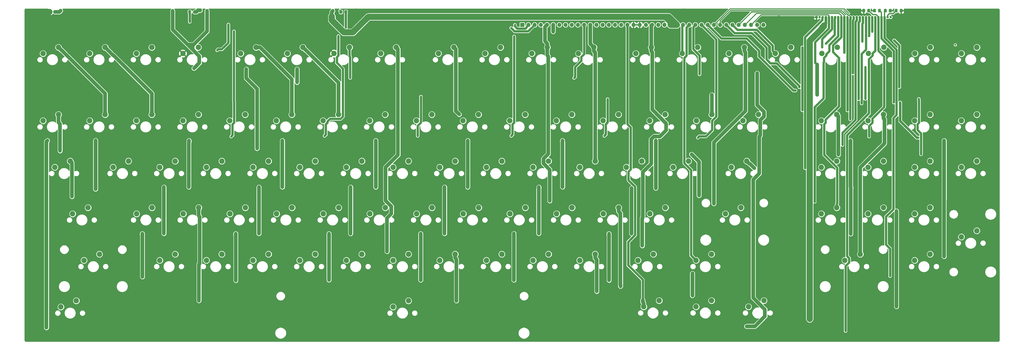
<source format=gbr>
G04 #@! TF.GenerationSoftware,KiCad,Pcbnew,(5.1.2)-1*
G04 #@! TF.CreationDate,2020-04-18T22:46:51-04:00*
G04 #@! TF.ProjectId,C128A,43313238-412e-46b6-9963-61645f706362,rev?*
G04 #@! TF.SameCoordinates,Original*
G04 #@! TF.FileFunction,Copper,L1,Top*
G04 #@! TF.FilePolarity,Positive*
%FSLAX46Y46*%
G04 Gerber Fmt 4.6, Leading zero omitted, Abs format (unit mm)*
G04 Created by KiCad (PCBNEW (5.1.2)-1) date 2020-04-18 22:46:51*
%MOMM*%
%LPD*%
G04 APERTURE LIST*
%ADD10R,1.000000X1.000000*%
%ADD11O,1.000000X1.000000*%
%ADD12C,2.200000*%
%ADD13C,0.100000*%
%ADD14C,1.150000*%
%ADD15R,1.700000X1.700000*%
%ADD16O,1.700000X1.700000*%
%ADD17C,3.200000*%
%ADD18C,0.350000*%
%ADD19C,0.800000*%
%ADD20C,0.534000*%
%ADD21C,0.400000*%
%ADD22C,2.500000*%
%ADD23C,1.500000*%
%ADD24C,0.920000*%
%ADD25C,1.000000*%
%ADD26C,1.140000*%
%ADD27C,0.250000*%
%ADD28C,0.254000*%
G04 APERTURE END LIST*
D10*
X389255000Y-207010000D03*
D11*
X390525000Y-207010000D03*
X391795000Y-207010000D03*
X393065000Y-207010000D03*
X394335000Y-207010000D03*
X395605000Y-207010000D03*
X396875000Y-207010000D03*
X398145000Y-207010000D03*
X399415000Y-207010000D03*
X400685000Y-207010000D03*
X401955000Y-207010000D03*
X403225000Y-207010000D03*
X404495000Y-207010000D03*
X405765000Y-207010000D03*
X407035000Y-207010000D03*
X408305000Y-207010000D03*
X409575000Y-207010000D03*
X410845000Y-207010000D03*
X412115000Y-207010000D03*
X413385000Y-207010000D03*
X414655000Y-207010000D03*
X415925000Y-207010000D03*
X417195000Y-207010000D03*
X418465000Y-207010000D03*
X419735000Y-207010000D03*
D12*
X360616500Y-266319000D03*
X354266500Y-268859000D03*
X436054500Y-219465000D03*
X429704500Y-222005000D03*
X397827500Y-219465000D03*
X391477500Y-222005000D03*
X359638600Y-219465000D03*
X353288600Y-222005000D03*
X321373500Y-219465000D03*
X315023500Y-222005000D03*
X367665000Y-323786500D03*
X361315000Y-326326500D03*
X365442500Y-247142000D03*
X359092500Y-249682000D03*
X346265500Y-247142000D03*
X339915500Y-249682000D03*
X336677000Y-266319000D03*
X330327000Y-268859000D03*
X320802000Y-288036000D03*
X327152000Y-285496000D03*
X298323000Y-304673000D03*
X291973000Y-307213000D03*
X307975000Y-285496000D03*
X301625000Y-288036000D03*
X317500000Y-266319000D03*
X311150000Y-268859000D03*
X327088500Y-247142000D03*
X320738500Y-249682000D03*
X301561500Y-249682000D03*
X307911500Y-247142000D03*
X291973000Y-268859000D03*
X298323000Y-266319000D03*
X288798000Y-285496000D03*
X282448000Y-288036000D03*
X279146000Y-304673000D03*
X272796000Y-307213000D03*
X253619000Y-307213000D03*
X259969000Y-304673000D03*
X263271000Y-288036000D03*
X269621000Y-285496000D03*
X272796000Y-268859000D03*
X279146000Y-266319000D03*
X282384500Y-249682000D03*
X288734500Y-247142000D03*
X269557500Y-247142000D03*
X263207500Y-249682000D03*
X259969000Y-266319000D03*
X253619000Y-268859000D03*
X244094000Y-288036000D03*
X250444000Y-285496000D03*
X234442000Y-307213000D03*
X240792000Y-304673000D03*
X221615000Y-304673000D03*
X215265000Y-307213000D03*
X231267000Y-285496000D03*
X224917000Y-288036000D03*
X240792000Y-266319000D03*
X234442000Y-268859000D03*
X250380500Y-247142000D03*
X244030500Y-249682000D03*
X224853500Y-249682000D03*
X231203500Y-247142000D03*
X215265000Y-268859000D03*
X221615000Y-266319000D03*
X212090000Y-285496000D03*
X205740000Y-288036000D03*
X202438000Y-304673000D03*
X196088000Y-307213000D03*
X176911000Y-307213000D03*
X183261000Y-304673000D03*
X186563000Y-288036000D03*
X192913000Y-285496000D03*
X196088000Y-268859000D03*
X202438000Y-266319000D03*
X205676500Y-249682000D03*
X212026500Y-247142000D03*
X192849500Y-247142000D03*
X186499500Y-249682000D03*
X183261000Y-266319000D03*
X176911000Y-268859000D03*
X167386000Y-288036000D03*
X173736000Y-285496000D03*
X157734000Y-307213000D03*
X164084000Y-304673000D03*
X144907000Y-304673000D03*
X138557000Y-307213000D03*
X154559000Y-285496000D03*
X148209000Y-288036000D03*
X164084000Y-266319000D03*
X157734000Y-268859000D03*
X173672500Y-247142000D03*
X167322500Y-249682000D03*
X148145500Y-249682000D03*
X154495500Y-247142000D03*
X138557000Y-268859000D03*
X144907000Y-266319000D03*
X135382000Y-285496000D03*
X129032000Y-288036000D03*
X125730000Y-304673000D03*
X119380000Y-307213000D03*
X109855000Y-288036000D03*
X116205000Y-285496000D03*
X119380000Y-268859000D03*
X125730000Y-266319000D03*
X128968500Y-249682000D03*
X135318500Y-247142000D03*
X109791500Y-249682000D03*
X116141500Y-247142000D03*
X100203000Y-268859000D03*
X106553000Y-266319000D03*
X221615000Y-323850000D03*
X215265000Y-326390000D03*
X76263500Y-268859000D03*
X82613500Y-266319000D03*
X71437500Y-249682000D03*
X77787500Y-247142000D03*
X90614500Y-249682000D03*
X96964500Y-247142000D03*
X96964500Y-219465000D03*
X90614500Y-222005000D03*
X397619500Y-247142000D03*
X391269500Y-249682000D03*
X391269500Y-268859000D03*
X397619500Y-266319000D03*
X410446500Y-288036000D03*
X416796500Y-285496000D03*
X397619500Y-285496000D03*
X391269500Y-288036000D03*
X410446500Y-268859000D03*
X416796500Y-266319000D03*
X416796500Y-247142000D03*
X410446500Y-249682000D03*
X159016700Y-219465000D03*
X152666700Y-222005000D03*
X171843700Y-222005000D03*
X178193700Y-219465000D03*
X429623500Y-249682000D03*
X435973500Y-247142000D03*
X435973500Y-266319000D03*
X429623500Y-268859000D03*
X455150500Y-295021000D03*
X448800500Y-297561000D03*
X435973500Y-285496000D03*
X429623500Y-288036000D03*
X455150500Y-266319000D03*
X448800500Y-268859000D03*
X448800500Y-249682000D03*
X455150500Y-247142000D03*
X71437500Y-222005000D03*
X77787500Y-219465000D03*
X233916500Y-222005000D03*
X240266500Y-219465000D03*
X297797500Y-219465000D03*
X291447500Y-222005000D03*
X278638000Y-219456000D03*
X272288000Y-221996000D03*
X259443500Y-219465000D03*
X253093500Y-222005000D03*
X210197700Y-222005000D03*
X216547700Y-219465000D03*
X429623500Y-307213000D03*
X435973500Y-304673000D03*
X116141500Y-219465000D03*
X109791500Y-222005000D03*
X407271500Y-304673000D03*
X400921500Y-307213000D03*
D13*
G36*
X76685505Y-204152204D02*
G01*
X76709773Y-204155804D01*
X76733572Y-204161765D01*
X76756671Y-204170030D01*
X76778850Y-204180520D01*
X76799893Y-204193132D01*
X76819599Y-204207747D01*
X76837777Y-204224223D01*
X76854253Y-204242401D01*
X76868868Y-204262107D01*
X76881480Y-204283150D01*
X76891970Y-204305329D01*
X76900235Y-204328428D01*
X76906196Y-204352227D01*
X76909796Y-204376495D01*
X76911000Y-204400999D01*
X76911000Y-205301001D01*
X76909796Y-205325505D01*
X76906196Y-205349773D01*
X76900235Y-205373572D01*
X76891970Y-205396671D01*
X76881480Y-205418850D01*
X76868868Y-205439893D01*
X76854253Y-205459599D01*
X76837777Y-205477777D01*
X76819599Y-205494253D01*
X76799893Y-205508868D01*
X76778850Y-205521480D01*
X76756671Y-205531970D01*
X76733572Y-205540235D01*
X76709773Y-205546196D01*
X76685505Y-205549796D01*
X76661001Y-205551000D01*
X76010999Y-205551000D01*
X75986495Y-205549796D01*
X75962227Y-205546196D01*
X75938428Y-205540235D01*
X75915329Y-205531970D01*
X75893150Y-205521480D01*
X75872107Y-205508868D01*
X75852401Y-205494253D01*
X75834223Y-205477777D01*
X75817747Y-205459599D01*
X75803132Y-205439893D01*
X75790520Y-205418850D01*
X75780030Y-205396671D01*
X75771765Y-205373572D01*
X75765804Y-205349773D01*
X75762204Y-205325505D01*
X75761000Y-205301001D01*
X75761000Y-204400999D01*
X75762204Y-204376495D01*
X75765804Y-204352227D01*
X75771765Y-204328428D01*
X75780030Y-204305329D01*
X75790520Y-204283150D01*
X75803132Y-204262107D01*
X75817747Y-204242401D01*
X75834223Y-204224223D01*
X75852401Y-204207747D01*
X75872107Y-204193132D01*
X75893150Y-204180520D01*
X75915329Y-204170030D01*
X75938428Y-204161765D01*
X75962227Y-204155804D01*
X75986495Y-204152204D01*
X76010999Y-204151000D01*
X76661001Y-204151000D01*
X76685505Y-204152204D01*
X76685505Y-204152204D01*
G37*
D14*
X76336000Y-204851000D03*
D13*
G36*
X74635505Y-204152204D02*
G01*
X74659773Y-204155804D01*
X74683572Y-204161765D01*
X74706671Y-204170030D01*
X74728850Y-204180520D01*
X74749893Y-204193132D01*
X74769599Y-204207747D01*
X74787777Y-204224223D01*
X74804253Y-204242401D01*
X74818868Y-204262107D01*
X74831480Y-204283150D01*
X74841970Y-204305329D01*
X74850235Y-204328428D01*
X74856196Y-204352227D01*
X74859796Y-204376495D01*
X74861000Y-204400999D01*
X74861000Y-205301001D01*
X74859796Y-205325505D01*
X74856196Y-205349773D01*
X74850235Y-205373572D01*
X74841970Y-205396671D01*
X74831480Y-205418850D01*
X74818868Y-205439893D01*
X74804253Y-205459599D01*
X74787777Y-205477777D01*
X74769599Y-205494253D01*
X74749893Y-205508868D01*
X74728850Y-205521480D01*
X74706671Y-205531970D01*
X74683572Y-205540235D01*
X74659773Y-205546196D01*
X74635505Y-205549796D01*
X74611001Y-205551000D01*
X73960999Y-205551000D01*
X73936495Y-205549796D01*
X73912227Y-205546196D01*
X73888428Y-205540235D01*
X73865329Y-205531970D01*
X73843150Y-205521480D01*
X73822107Y-205508868D01*
X73802401Y-205494253D01*
X73784223Y-205477777D01*
X73767747Y-205459599D01*
X73753132Y-205439893D01*
X73740520Y-205418850D01*
X73730030Y-205396671D01*
X73721765Y-205373572D01*
X73715804Y-205349773D01*
X73712204Y-205325505D01*
X73711000Y-205301001D01*
X73711000Y-204400999D01*
X73712204Y-204376495D01*
X73715804Y-204352227D01*
X73721765Y-204328428D01*
X73730030Y-204305329D01*
X73740520Y-204283150D01*
X73753132Y-204262107D01*
X73767747Y-204242401D01*
X73784223Y-204224223D01*
X73802401Y-204207747D01*
X73822107Y-204193132D01*
X73843150Y-204180520D01*
X73865329Y-204170030D01*
X73888428Y-204161765D01*
X73912227Y-204155804D01*
X73936495Y-204152204D01*
X73960999Y-204151000D01*
X74611001Y-204151000D01*
X74635505Y-204152204D01*
X74635505Y-204152204D01*
G37*
D14*
X74286000Y-204851000D03*
D13*
G36*
X132039505Y-204152204D02*
G01*
X132063773Y-204155804D01*
X132087572Y-204161765D01*
X132110671Y-204170030D01*
X132132850Y-204180520D01*
X132153893Y-204193132D01*
X132173599Y-204207747D01*
X132191777Y-204224223D01*
X132208253Y-204242401D01*
X132222868Y-204262107D01*
X132235480Y-204283150D01*
X132245970Y-204305329D01*
X132254235Y-204328428D01*
X132260196Y-204352227D01*
X132263796Y-204376495D01*
X132265000Y-204400999D01*
X132265000Y-205301001D01*
X132263796Y-205325505D01*
X132260196Y-205349773D01*
X132254235Y-205373572D01*
X132245970Y-205396671D01*
X132235480Y-205418850D01*
X132222868Y-205439893D01*
X132208253Y-205459599D01*
X132191777Y-205477777D01*
X132173599Y-205494253D01*
X132153893Y-205508868D01*
X132132850Y-205521480D01*
X132110671Y-205531970D01*
X132087572Y-205540235D01*
X132063773Y-205546196D01*
X132039505Y-205549796D01*
X132015001Y-205551000D01*
X131364999Y-205551000D01*
X131340495Y-205549796D01*
X131316227Y-205546196D01*
X131292428Y-205540235D01*
X131269329Y-205531970D01*
X131247150Y-205521480D01*
X131226107Y-205508868D01*
X131206401Y-205494253D01*
X131188223Y-205477777D01*
X131171747Y-205459599D01*
X131157132Y-205439893D01*
X131144520Y-205418850D01*
X131134030Y-205396671D01*
X131125765Y-205373572D01*
X131119804Y-205349773D01*
X131116204Y-205325505D01*
X131115000Y-205301001D01*
X131115000Y-204400999D01*
X131116204Y-204376495D01*
X131119804Y-204352227D01*
X131125765Y-204328428D01*
X131134030Y-204305329D01*
X131144520Y-204283150D01*
X131157132Y-204262107D01*
X131171747Y-204242401D01*
X131188223Y-204224223D01*
X131206401Y-204207747D01*
X131226107Y-204193132D01*
X131247150Y-204180520D01*
X131269329Y-204170030D01*
X131292428Y-204161765D01*
X131316227Y-204155804D01*
X131340495Y-204152204D01*
X131364999Y-204151000D01*
X132015001Y-204151000D01*
X132039505Y-204152204D01*
X132039505Y-204152204D01*
G37*
D14*
X131690000Y-204851000D03*
D13*
G36*
X134089505Y-204152204D02*
G01*
X134113773Y-204155804D01*
X134137572Y-204161765D01*
X134160671Y-204170030D01*
X134182850Y-204180520D01*
X134203893Y-204193132D01*
X134223599Y-204207747D01*
X134241777Y-204224223D01*
X134258253Y-204242401D01*
X134272868Y-204262107D01*
X134285480Y-204283150D01*
X134295970Y-204305329D01*
X134304235Y-204328428D01*
X134310196Y-204352227D01*
X134313796Y-204376495D01*
X134315000Y-204400999D01*
X134315000Y-205301001D01*
X134313796Y-205325505D01*
X134310196Y-205349773D01*
X134304235Y-205373572D01*
X134295970Y-205396671D01*
X134285480Y-205418850D01*
X134272868Y-205439893D01*
X134258253Y-205459599D01*
X134241777Y-205477777D01*
X134223599Y-205494253D01*
X134203893Y-205508868D01*
X134182850Y-205521480D01*
X134160671Y-205531970D01*
X134137572Y-205540235D01*
X134113773Y-205546196D01*
X134089505Y-205549796D01*
X134065001Y-205551000D01*
X133414999Y-205551000D01*
X133390495Y-205549796D01*
X133366227Y-205546196D01*
X133342428Y-205540235D01*
X133319329Y-205531970D01*
X133297150Y-205521480D01*
X133276107Y-205508868D01*
X133256401Y-205494253D01*
X133238223Y-205477777D01*
X133221747Y-205459599D01*
X133207132Y-205439893D01*
X133194520Y-205418850D01*
X133184030Y-205396671D01*
X133175765Y-205373572D01*
X133169804Y-205349773D01*
X133166204Y-205325505D01*
X133165000Y-205301001D01*
X133165000Y-204400999D01*
X133166204Y-204376495D01*
X133169804Y-204352227D01*
X133175765Y-204328428D01*
X133184030Y-204305329D01*
X133194520Y-204283150D01*
X133207132Y-204262107D01*
X133221747Y-204242401D01*
X133238223Y-204224223D01*
X133256401Y-204207747D01*
X133276107Y-204193132D01*
X133297150Y-204180520D01*
X133319329Y-204170030D01*
X133342428Y-204161765D01*
X133366227Y-204155804D01*
X133390495Y-204152204D01*
X133414999Y-204151000D01*
X134065001Y-204151000D01*
X134089505Y-204152204D01*
X134089505Y-204152204D01*
G37*
D14*
X133740000Y-204851000D03*
D13*
G36*
X422361505Y-203644204D02*
G01*
X422385773Y-203647804D01*
X422409572Y-203653765D01*
X422432671Y-203662030D01*
X422454850Y-203672520D01*
X422475893Y-203685132D01*
X422495599Y-203699747D01*
X422513777Y-203716223D01*
X422530253Y-203734401D01*
X422544868Y-203754107D01*
X422557480Y-203775150D01*
X422567970Y-203797329D01*
X422576235Y-203820428D01*
X422582196Y-203844227D01*
X422585796Y-203868495D01*
X422587000Y-203892999D01*
X422587000Y-204793001D01*
X422585796Y-204817505D01*
X422582196Y-204841773D01*
X422576235Y-204865572D01*
X422567970Y-204888671D01*
X422557480Y-204910850D01*
X422544868Y-204931893D01*
X422530253Y-204951599D01*
X422513777Y-204969777D01*
X422495599Y-204986253D01*
X422475893Y-205000868D01*
X422454850Y-205013480D01*
X422432671Y-205023970D01*
X422409572Y-205032235D01*
X422385773Y-205038196D01*
X422361505Y-205041796D01*
X422337001Y-205043000D01*
X421686999Y-205043000D01*
X421662495Y-205041796D01*
X421638227Y-205038196D01*
X421614428Y-205032235D01*
X421591329Y-205023970D01*
X421569150Y-205013480D01*
X421548107Y-205000868D01*
X421528401Y-204986253D01*
X421510223Y-204969777D01*
X421493747Y-204951599D01*
X421479132Y-204931893D01*
X421466520Y-204910850D01*
X421456030Y-204888671D01*
X421447765Y-204865572D01*
X421441804Y-204841773D01*
X421438204Y-204817505D01*
X421437000Y-204793001D01*
X421437000Y-203892999D01*
X421438204Y-203868495D01*
X421441804Y-203844227D01*
X421447765Y-203820428D01*
X421456030Y-203797329D01*
X421466520Y-203775150D01*
X421479132Y-203754107D01*
X421493747Y-203734401D01*
X421510223Y-203716223D01*
X421528401Y-203699747D01*
X421548107Y-203685132D01*
X421569150Y-203672520D01*
X421591329Y-203662030D01*
X421614428Y-203653765D01*
X421638227Y-203647804D01*
X421662495Y-203644204D01*
X421686999Y-203643000D01*
X422337001Y-203643000D01*
X422361505Y-203644204D01*
X422361505Y-203644204D01*
G37*
D14*
X422012000Y-204343000D03*
D13*
G36*
X424411505Y-203644204D02*
G01*
X424435773Y-203647804D01*
X424459572Y-203653765D01*
X424482671Y-203662030D01*
X424504850Y-203672520D01*
X424525893Y-203685132D01*
X424545599Y-203699747D01*
X424563777Y-203716223D01*
X424580253Y-203734401D01*
X424594868Y-203754107D01*
X424607480Y-203775150D01*
X424617970Y-203797329D01*
X424626235Y-203820428D01*
X424632196Y-203844227D01*
X424635796Y-203868495D01*
X424637000Y-203892999D01*
X424637000Y-204793001D01*
X424635796Y-204817505D01*
X424632196Y-204841773D01*
X424626235Y-204865572D01*
X424617970Y-204888671D01*
X424607480Y-204910850D01*
X424594868Y-204931893D01*
X424580253Y-204951599D01*
X424563777Y-204969777D01*
X424545599Y-204986253D01*
X424525893Y-205000868D01*
X424504850Y-205013480D01*
X424482671Y-205023970D01*
X424459572Y-205032235D01*
X424435773Y-205038196D01*
X424411505Y-205041796D01*
X424387001Y-205043000D01*
X423736999Y-205043000D01*
X423712495Y-205041796D01*
X423688227Y-205038196D01*
X423664428Y-205032235D01*
X423641329Y-205023970D01*
X423619150Y-205013480D01*
X423598107Y-205000868D01*
X423578401Y-204986253D01*
X423560223Y-204969777D01*
X423543747Y-204951599D01*
X423529132Y-204931893D01*
X423516520Y-204910850D01*
X423506030Y-204888671D01*
X423497765Y-204865572D01*
X423491804Y-204841773D01*
X423488204Y-204817505D01*
X423487000Y-204793001D01*
X423487000Y-203892999D01*
X423488204Y-203868495D01*
X423491804Y-203844227D01*
X423497765Y-203820428D01*
X423506030Y-203797329D01*
X423516520Y-203775150D01*
X423529132Y-203754107D01*
X423543747Y-203734401D01*
X423560223Y-203716223D01*
X423578401Y-203699747D01*
X423598107Y-203685132D01*
X423619150Y-203672520D01*
X423641329Y-203662030D01*
X423664428Y-203653765D01*
X423688227Y-203647804D01*
X423712495Y-203644204D01*
X423736999Y-203643000D01*
X424387001Y-203643000D01*
X424411505Y-203644204D01*
X424411505Y-203644204D01*
G37*
D14*
X424062000Y-204343000D03*
D13*
G36*
X419957505Y-203644204D02*
G01*
X419981773Y-203647804D01*
X420005572Y-203653765D01*
X420028671Y-203662030D01*
X420050850Y-203672520D01*
X420071893Y-203685132D01*
X420091599Y-203699747D01*
X420109777Y-203716223D01*
X420126253Y-203734401D01*
X420140868Y-203754107D01*
X420153480Y-203775150D01*
X420163970Y-203797329D01*
X420172235Y-203820428D01*
X420178196Y-203844227D01*
X420181796Y-203868495D01*
X420183000Y-203892999D01*
X420183000Y-204793001D01*
X420181796Y-204817505D01*
X420178196Y-204841773D01*
X420172235Y-204865572D01*
X420163970Y-204888671D01*
X420153480Y-204910850D01*
X420140868Y-204931893D01*
X420126253Y-204951599D01*
X420109777Y-204969777D01*
X420091599Y-204986253D01*
X420071893Y-205000868D01*
X420050850Y-205013480D01*
X420028671Y-205023970D01*
X420005572Y-205032235D01*
X419981773Y-205038196D01*
X419957505Y-205041796D01*
X419933001Y-205043000D01*
X419282999Y-205043000D01*
X419258495Y-205041796D01*
X419234227Y-205038196D01*
X419210428Y-205032235D01*
X419187329Y-205023970D01*
X419165150Y-205013480D01*
X419144107Y-205000868D01*
X419124401Y-204986253D01*
X419106223Y-204969777D01*
X419089747Y-204951599D01*
X419075132Y-204931893D01*
X419062520Y-204910850D01*
X419052030Y-204888671D01*
X419043765Y-204865572D01*
X419037804Y-204841773D01*
X419034204Y-204817505D01*
X419033000Y-204793001D01*
X419033000Y-203892999D01*
X419034204Y-203868495D01*
X419037804Y-203844227D01*
X419043765Y-203820428D01*
X419052030Y-203797329D01*
X419062520Y-203775150D01*
X419075132Y-203754107D01*
X419089747Y-203734401D01*
X419106223Y-203716223D01*
X419124401Y-203699747D01*
X419144107Y-203685132D01*
X419165150Y-203672520D01*
X419187329Y-203662030D01*
X419210428Y-203653765D01*
X419234227Y-203647804D01*
X419258495Y-203644204D01*
X419282999Y-203643000D01*
X419933001Y-203643000D01*
X419957505Y-203644204D01*
X419957505Y-203644204D01*
G37*
D14*
X419608000Y-204343000D03*
D13*
G36*
X417907505Y-203644204D02*
G01*
X417931773Y-203647804D01*
X417955572Y-203653765D01*
X417978671Y-203662030D01*
X418000850Y-203672520D01*
X418021893Y-203685132D01*
X418041599Y-203699747D01*
X418059777Y-203716223D01*
X418076253Y-203734401D01*
X418090868Y-203754107D01*
X418103480Y-203775150D01*
X418113970Y-203797329D01*
X418122235Y-203820428D01*
X418128196Y-203844227D01*
X418131796Y-203868495D01*
X418133000Y-203892999D01*
X418133000Y-204793001D01*
X418131796Y-204817505D01*
X418128196Y-204841773D01*
X418122235Y-204865572D01*
X418113970Y-204888671D01*
X418103480Y-204910850D01*
X418090868Y-204931893D01*
X418076253Y-204951599D01*
X418059777Y-204969777D01*
X418041599Y-204986253D01*
X418021893Y-205000868D01*
X418000850Y-205013480D01*
X417978671Y-205023970D01*
X417955572Y-205032235D01*
X417931773Y-205038196D01*
X417907505Y-205041796D01*
X417883001Y-205043000D01*
X417232999Y-205043000D01*
X417208495Y-205041796D01*
X417184227Y-205038196D01*
X417160428Y-205032235D01*
X417137329Y-205023970D01*
X417115150Y-205013480D01*
X417094107Y-205000868D01*
X417074401Y-204986253D01*
X417056223Y-204969777D01*
X417039747Y-204951599D01*
X417025132Y-204931893D01*
X417012520Y-204910850D01*
X417002030Y-204888671D01*
X416993765Y-204865572D01*
X416987804Y-204841773D01*
X416984204Y-204817505D01*
X416983000Y-204793001D01*
X416983000Y-203892999D01*
X416984204Y-203868495D01*
X416987804Y-203844227D01*
X416993765Y-203820428D01*
X417002030Y-203797329D01*
X417012520Y-203775150D01*
X417025132Y-203754107D01*
X417039747Y-203734401D01*
X417056223Y-203716223D01*
X417074401Y-203699747D01*
X417094107Y-203685132D01*
X417115150Y-203672520D01*
X417137329Y-203662030D01*
X417160428Y-203653765D01*
X417184227Y-203647804D01*
X417208495Y-203644204D01*
X417232999Y-203643000D01*
X417883001Y-203643000D01*
X417907505Y-203644204D01*
X417907505Y-203644204D01*
G37*
D14*
X417558000Y-204343000D03*
D13*
G36*
X415521505Y-203644204D02*
G01*
X415545773Y-203647804D01*
X415569572Y-203653765D01*
X415592671Y-203662030D01*
X415614850Y-203672520D01*
X415635893Y-203685132D01*
X415655599Y-203699747D01*
X415673777Y-203716223D01*
X415690253Y-203734401D01*
X415704868Y-203754107D01*
X415717480Y-203775150D01*
X415727970Y-203797329D01*
X415736235Y-203820428D01*
X415742196Y-203844227D01*
X415745796Y-203868495D01*
X415747000Y-203892999D01*
X415747000Y-204793001D01*
X415745796Y-204817505D01*
X415742196Y-204841773D01*
X415736235Y-204865572D01*
X415727970Y-204888671D01*
X415717480Y-204910850D01*
X415704868Y-204931893D01*
X415690253Y-204951599D01*
X415673777Y-204969777D01*
X415655599Y-204986253D01*
X415635893Y-205000868D01*
X415614850Y-205013480D01*
X415592671Y-205023970D01*
X415569572Y-205032235D01*
X415545773Y-205038196D01*
X415521505Y-205041796D01*
X415497001Y-205043000D01*
X414846999Y-205043000D01*
X414822495Y-205041796D01*
X414798227Y-205038196D01*
X414774428Y-205032235D01*
X414751329Y-205023970D01*
X414729150Y-205013480D01*
X414708107Y-205000868D01*
X414688401Y-204986253D01*
X414670223Y-204969777D01*
X414653747Y-204951599D01*
X414639132Y-204931893D01*
X414626520Y-204910850D01*
X414616030Y-204888671D01*
X414607765Y-204865572D01*
X414601804Y-204841773D01*
X414598204Y-204817505D01*
X414597000Y-204793001D01*
X414597000Y-203892999D01*
X414598204Y-203868495D01*
X414601804Y-203844227D01*
X414607765Y-203820428D01*
X414616030Y-203797329D01*
X414626520Y-203775150D01*
X414639132Y-203754107D01*
X414653747Y-203734401D01*
X414670223Y-203716223D01*
X414688401Y-203699747D01*
X414708107Y-203685132D01*
X414729150Y-203672520D01*
X414751329Y-203662030D01*
X414774428Y-203653765D01*
X414798227Y-203647804D01*
X414822495Y-203644204D01*
X414846999Y-203643000D01*
X415497001Y-203643000D01*
X415521505Y-203644204D01*
X415521505Y-203644204D01*
G37*
D14*
X415172000Y-204343000D03*
D13*
G36*
X413471505Y-203644204D02*
G01*
X413495773Y-203647804D01*
X413519572Y-203653765D01*
X413542671Y-203662030D01*
X413564850Y-203672520D01*
X413585893Y-203685132D01*
X413605599Y-203699747D01*
X413623777Y-203716223D01*
X413640253Y-203734401D01*
X413654868Y-203754107D01*
X413667480Y-203775150D01*
X413677970Y-203797329D01*
X413686235Y-203820428D01*
X413692196Y-203844227D01*
X413695796Y-203868495D01*
X413697000Y-203892999D01*
X413697000Y-204793001D01*
X413695796Y-204817505D01*
X413692196Y-204841773D01*
X413686235Y-204865572D01*
X413677970Y-204888671D01*
X413667480Y-204910850D01*
X413654868Y-204931893D01*
X413640253Y-204951599D01*
X413623777Y-204969777D01*
X413605599Y-204986253D01*
X413585893Y-205000868D01*
X413564850Y-205013480D01*
X413542671Y-205023970D01*
X413519572Y-205032235D01*
X413495773Y-205038196D01*
X413471505Y-205041796D01*
X413447001Y-205043000D01*
X412796999Y-205043000D01*
X412772495Y-205041796D01*
X412748227Y-205038196D01*
X412724428Y-205032235D01*
X412701329Y-205023970D01*
X412679150Y-205013480D01*
X412658107Y-205000868D01*
X412638401Y-204986253D01*
X412620223Y-204969777D01*
X412603747Y-204951599D01*
X412589132Y-204931893D01*
X412576520Y-204910850D01*
X412566030Y-204888671D01*
X412557765Y-204865572D01*
X412551804Y-204841773D01*
X412548204Y-204817505D01*
X412547000Y-204793001D01*
X412547000Y-203892999D01*
X412548204Y-203868495D01*
X412551804Y-203844227D01*
X412557765Y-203820428D01*
X412566030Y-203797329D01*
X412576520Y-203775150D01*
X412589132Y-203754107D01*
X412603747Y-203734401D01*
X412620223Y-203716223D01*
X412638401Y-203699747D01*
X412658107Y-203685132D01*
X412679150Y-203672520D01*
X412701329Y-203662030D01*
X412724428Y-203653765D01*
X412748227Y-203647804D01*
X412772495Y-203644204D01*
X412796999Y-203643000D01*
X413447001Y-203643000D01*
X413471505Y-203644204D01*
X413471505Y-203644204D01*
G37*
D14*
X413122000Y-204343000D03*
D13*
G36*
X409026505Y-203644204D02*
G01*
X409050773Y-203647804D01*
X409074572Y-203653765D01*
X409097671Y-203662030D01*
X409119850Y-203672520D01*
X409140893Y-203685132D01*
X409160599Y-203699747D01*
X409178777Y-203716223D01*
X409195253Y-203734401D01*
X409209868Y-203754107D01*
X409222480Y-203775150D01*
X409232970Y-203797329D01*
X409241235Y-203820428D01*
X409247196Y-203844227D01*
X409250796Y-203868495D01*
X409252000Y-203892999D01*
X409252000Y-204793001D01*
X409250796Y-204817505D01*
X409247196Y-204841773D01*
X409241235Y-204865572D01*
X409232970Y-204888671D01*
X409222480Y-204910850D01*
X409209868Y-204931893D01*
X409195253Y-204951599D01*
X409178777Y-204969777D01*
X409160599Y-204986253D01*
X409140893Y-205000868D01*
X409119850Y-205013480D01*
X409097671Y-205023970D01*
X409074572Y-205032235D01*
X409050773Y-205038196D01*
X409026505Y-205041796D01*
X409002001Y-205043000D01*
X408351999Y-205043000D01*
X408327495Y-205041796D01*
X408303227Y-205038196D01*
X408279428Y-205032235D01*
X408256329Y-205023970D01*
X408234150Y-205013480D01*
X408213107Y-205000868D01*
X408193401Y-204986253D01*
X408175223Y-204969777D01*
X408158747Y-204951599D01*
X408144132Y-204931893D01*
X408131520Y-204910850D01*
X408121030Y-204888671D01*
X408112765Y-204865572D01*
X408106804Y-204841773D01*
X408103204Y-204817505D01*
X408102000Y-204793001D01*
X408102000Y-203892999D01*
X408103204Y-203868495D01*
X408106804Y-203844227D01*
X408112765Y-203820428D01*
X408121030Y-203797329D01*
X408131520Y-203775150D01*
X408144132Y-203754107D01*
X408158747Y-203734401D01*
X408175223Y-203716223D01*
X408193401Y-203699747D01*
X408213107Y-203685132D01*
X408234150Y-203672520D01*
X408256329Y-203662030D01*
X408279428Y-203653765D01*
X408303227Y-203647804D01*
X408327495Y-203644204D01*
X408351999Y-203643000D01*
X409002001Y-203643000D01*
X409026505Y-203644204D01*
X409026505Y-203644204D01*
G37*
D14*
X408677000Y-204343000D03*
D13*
G36*
X411076505Y-203644204D02*
G01*
X411100773Y-203647804D01*
X411124572Y-203653765D01*
X411147671Y-203662030D01*
X411169850Y-203672520D01*
X411190893Y-203685132D01*
X411210599Y-203699747D01*
X411228777Y-203716223D01*
X411245253Y-203734401D01*
X411259868Y-203754107D01*
X411272480Y-203775150D01*
X411282970Y-203797329D01*
X411291235Y-203820428D01*
X411297196Y-203844227D01*
X411300796Y-203868495D01*
X411302000Y-203892999D01*
X411302000Y-204793001D01*
X411300796Y-204817505D01*
X411297196Y-204841773D01*
X411291235Y-204865572D01*
X411282970Y-204888671D01*
X411272480Y-204910850D01*
X411259868Y-204931893D01*
X411245253Y-204951599D01*
X411228777Y-204969777D01*
X411210599Y-204986253D01*
X411190893Y-205000868D01*
X411169850Y-205013480D01*
X411147671Y-205023970D01*
X411124572Y-205032235D01*
X411100773Y-205038196D01*
X411076505Y-205041796D01*
X411052001Y-205043000D01*
X410401999Y-205043000D01*
X410377495Y-205041796D01*
X410353227Y-205038196D01*
X410329428Y-205032235D01*
X410306329Y-205023970D01*
X410284150Y-205013480D01*
X410263107Y-205000868D01*
X410243401Y-204986253D01*
X410225223Y-204969777D01*
X410208747Y-204951599D01*
X410194132Y-204931893D01*
X410181520Y-204910850D01*
X410171030Y-204888671D01*
X410162765Y-204865572D01*
X410156804Y-204841773D01*
X410153204Y-204817505D01*
X410152000Y-204793001D01*
X410152000Y-203892999D01*
X410153204Y-203868495D01*
X410156804Y-203844227D01*
X410162765Y-203820428D01*
X410171030Y-203797329D01*
X410181520Y-203775150D01*
X410194132Y-203754107D01*
X410208747Y-203734401D01*
X410225223Y-203716223D01*
X410243401Y-203699747D01*
X410263107Y-203685132D01*
X410284150Y-203672520D01*
X410306329Y-203662030D01*
X410329428Y-203653765D01*
X410353227Y-203647804D01*
X410377495Y-203644204D01*
X410401999Y-203643000D01*
X411052001Y-203643000D01*
X411076505Y-203644204D01*
X411076505Y-203644204D01*
G37*
D14*
X410727000Y-204343000D03*
D12*
X455168000Y-219456000D03*
X448818000Y-221996000D03*
X416941000Y-219456000D03*
X410591000Y-221996000D03*
X372364000Y-222008700D03*
X378714000Y-219468700D03*
X334124300Y-222008700D03*
X340474300Y-219468700D03*
X339788500Y-326326500D03*
X346138500Y-323786500D03*
X346138500Y-304673000D03*
X339788500Y-307213000D03*
X324612000Y-323786500D03*
X318262000Y-326326500D03*
X358203500Y-285496000D03*
X351853500Y-288036000D03*
X322262500Y-304673000D03*
X315912500Y-307213000D03*
X128905000Y-221996000D03*
X135255000Y-219456000D03*
X88265000Y-307213000D03*
X94615000Y-304673000D03*
X78740000Y-326390000D03*
X85090000Y-323850000D03*
X89916000Y-285496000D03*
X83566000Y-288036000D03*
X197358000Y-219456000D03*
X191008000Y-221996000D03*
D13*
G36*
X196192505Y-204152204D02*
G01*
X196216773Y-204155804D01*
X196240572Y-204161765D01*
X196263671Y-204170030D01*
X196285850Y-204180520D01*
X196306893Y-204193132D01*
X196326599Y-204207747D01*
X196344777Y-204224223D01*
X196361253Y-204242401D01*
X196375868Y-204262107D01*
X196388480Y-204283150D01*
X196398970Y-204305329D01*
X196407235Y-204328428D01*
X196413196Y-204352227D01*
X196416796Y-204376495D01*
X196418000Y-204400999D01*
X196418000Y-205301001D01*
X196416796Y-205325505D01*
X196413196Y-205349773D01*
X196407235Y-205373572D01*
X196398970Y-205396671D01*
X196388480Y-205418850D01*
X196375868Y-205439893D01*
X196361253Y-205459599D01*
X196344777Y-205477777D01*
X196326599Y-205494253D01*
X196306893Y-205508868D01*
X196285850Y-205521480D01*
X196263671Y-205531970D01*
X196240572Y-205540235D01*
X196216773Y-205546196D01*
X196192505Y-205549796D01*
X196168001Y-205551000D01*
X195517999Y-205551000D01*
X195493495Y-205549796D01*
X195469227Y-205546196D01*
X195445428Y-205540235D01*
X195422329Y-205531970D01*
X195400150Y-205521480D01*
X195379107Y-205508868D01*
X195359401Y-205494253D01*
X195341223Y-205477777D01*
X195324747Y-205459599D01*
X195310132Y-205439893D01*
X195297520Y-205418850D01*
X195287030Y-205396671D01*
X195278765Y-205373572D01*
X195272804Y-205349773D01*
X195269204Y-205325505D01*
X195268000Y-205301001D01*
X195268000Y-204400999D01*
X195269204Y-204376495D01*
X195272804Y-204352227D01*
X195278765Y-204328428D01*
X195287030Y-204305329D01*
X195297520Y-204283150D01*
X195310132Y-204262107D01*
X195324747Y-204242401D01*
X195341223Y-204224223D01*
X195359401Y-204207747D01*
X195379107Y-204193132D01*
X195400150Y-204180520D01*
X195422329Y-204170030D01*
X195445428Y-204161765D01*
X195469227Y-204155804D01*
X195493495Y-204152204D01*
X195517999Y-204151000D01*
X196168001Y-204151000D01*
X196192505Y-204152204D01*
X196192505Y-204152204D01*
G37*
D14*
X195843000Y-204851000D03*
D13*
G36*
X194142505Y-204152204D02*
G01*
X194166773Y-204155804D01*
X194190572Y-204161765D01*
X194213671Y-204170030D01*
X194235850Y-204180520D01*
X194256893Y-204193132D01*
X194276599Y-204207747D01*
X194294777Y-204224223D01*
X194311253Y-204242401D01*
X194325868Y-204262107D01*
X194338480Y-204283150D01*
X194348970Y-204305329D01*
X194357235Y-204328428D01*
X194363196Y-204352227D01*
X194366796Y-204376495D01*
X194368000Y-204400999D01*
X194368000Y-205301001D01*
X194366796Y-205325505D01*
X194363196Y-205349773D01*
X194357235Y-205373572D01*
X194348970Y-205396671D01*
X194338480Y-205418850D01*
X194325868Y-205439893D01*
X194311253Y-205459599D01*
X194294777Y-205477777D01*
X194276599Y-205494253D01*
X194256893Y-205508868D01*
X194235850Y-205521480D01*
X194213671Y-205531970D01*
X194190572Y-205540235D01*
X194166773Y-205546196D01*
X194142505Y-205549796D01*
X194118001Y-205551000D01*
X193467999Y-205551000D01*
X193443495Y-205549796D01*
X193419227Y-205546196D01*
X193395428Y-205540235D01*
X193372329Y-205531970D01*
X193350150Y-205521480D01*
X193329107Y-205508868D01*
X193309401Y-205494253D01*
X193291223Y-205477777D01*
X193274747Y-205459599D01*
X193260132Y-205439893D01*
X193247520Y-205418850D01*
X193237030Y-205396671D01*
X193228765Y-205373572D01*
X193222804Y-205349773D01*
X193219204Y-205325505D01*
X193218000Y-205301001D01*
X193218000Y-204400999D01*
X193219204Y-204376495D01*
X193222804Y-204352227D01*
X193228765Y-204328428D01*
X193237030Y-204305329D01*
X193247520Y-204283150D01*
X193260132Y-204262107D01*
X193274747Y-204242401D01*
X193291223Y-204224223D01*
X193309401Y-204207747D01*
X193329107Y-204193132D01*
X193350150Y-204180520D01*
X193372329Y-204170030D01*
X193395428Y-204161765D01*
X193419227Y-204155804D01*
X193443495Y-204152204D01*
X193467999Y-204151000D01*
X194118001Y-204151000D01*
X194142505Y-204152204D01*
X194142505Y-204152204D01*
G37*
D14*
X193793000Y-204851000D03*
D15*
X268351000Y-210185000D03*
D16*
X270891000Y-210185000D03*
X273431000Y-210185000D03*
X275971000Y-210185000D03*
X278511000Y-210185000D03*
X281051000Y-210185000D03*
X283591000Y-210185000D03*
X286131000Y-210185000D03*
X288671000Y-210185000D03*
X291211000Y-210185000D03*
X293751000Y-210185000D03*
X296291000Y-210185000D03*
X298831000Y-210185000D03*
X301371000Y-210185000D03*
X303911000Y-210185000D03*
X306451000Y-210185000D03*
X308991000Y-210185000D03*
X311531000Y-210185000D03*
X314071000Y-210185000D03*
X316611000Y-210185000D03*
X319151000Y-210185000D03*
X321691000Y-210185000D03*
X324231000Y-210185000D03*
X326771000Y-210185000D03*
X329311000Y-210185000D03*
X331851000Y-210185000D03*
X334391000Y-210185000D03*
X336931000Y-210185000D03*
X339471000Y-210185000D03*
X342011000Y-210185000D03*
X344551000Y-210185000D03*
X347091000Y-210185000D03*
X349631000Y-210185000D03*
X352171000Y-210185000D03*
X354711000Y-210185000D03*
X357251000Y-210185000D03*
X359791000Y-210185000D03*
X362331000Y-210185000D03*
X364871000Y-210185000D03*
X367411000Y-210185000D03*
D17*
X120000000Y-337500000D03*
X220000000Y-337500000D03*
X320000000Y-337500000D03*
X270000000Y-240000000D03*
X335000000Y-295000000D03*
X290000000Y-295000000D03*
X380000000Y-315000000D03*
X380000000Y-295000000D03*
X120000000Y-240000000D03*
X170000000Y-240000000D03*
X220000000Y-240000000D03*
X70000000Y-240000000D03*
X70000000Y-290000000D03*
X70000000Y-335000000D03*
X410000000Y-335000000D03*
X460000000Y-335000000D03*
X460000000Y-255000000D03*
X380000000Y-255000000D03*
X380000000Y-275000000D03*
X335000000Y-205000000D03*
X200000000Y-205000000D03*
X460000000Y-210000000D03*
D18*
X401320000Y-205994000D03*
D19*
X373888000Y-219964000D03*
X345567000Y-219456000D03*
X351790000Y-304673000D03*
X452628000Y-216027000D03*
X330073000Y-323723000D03*
X424561000Y-204343000D03*
X420116000Y-204343000D03*
X412623000Y-204343000D03*
X408305000Y-204343000D03*
X367030000Y-275336000D03*
X74041000Y-204851000D03*
X157480000Y-207010000D03*
X143637000Y-216154000D03*
X145161000Y-216154000D03*
X145161000Y-207010000D03*
X143637000Y-207010000D03*
X144399000Y-207010000D03*
X144399000Y-216154000D03*
X371983000Y-236855000D03*
X75311000Y-236855000D03*
X76200000Y-236855000D03*
X77089000Y-236855000D03*
X72072500Y-206819500D03*
X71501000Y-207391000D03*
X72771000Y-206121000D03*
X73406000Y-205486000D03*
X373761000Y-207010000D03*
X371094000Y-304673000D03*
X444373000Y-227457000D03*
X435991000Y-235585000D03*
X348488000Y-320802000D03*
X359791000Y-320802000D03*
X160909000Y-231902000D03*
X169291000Y-231902000D03*
X179578000Y-232156000D03*
X187833000Y-232410000D03*
X139192000Y-246634000D03*
X129159000Y-265938000D03*
X139573000Y-285242000D03*
X129794000Y-304419000D03*
X168148000Y-304165000D03*
X177546000Y-285242000D03*
X167132000Y-266192000D03*
X205613000Y-266319000D03*
X217170000Y-284861000D03*
X206248000Y-304419000D03*
X203327000Y-283972000D03*
X195072000Y-283972000D03*
X197612000Y-264922000D03*
X185928000Y-264922000D03*
X214884000Y-247142000D03*
X254508000Y-246634000D03*
X292481000Y-246761000D03*
X331216000Y-247142000D03*
X326898000Y-244094000D03*
X282321000Y-266192000D03*
X243713000Y-266319000D03*
X254508000Y-284988000D03*
X292862000Y-284988000D03*
X200025000Y-233172000D03*
X235839000Y-233045000D03*
X259207000Y-233045000D03*
X287401000Y-233045000D03*
X244856000Y-304546000D03*
X234061000Y-303276000D03*
X224028000Y-303276000D03*
X233680000Y-283972000D03*
X244221000Y-284099000D03*
X283083000Y-284099000D03*
X272161000Y-284099000D03*
X274320000Y-303149000D03*
X262255000Y-303276000D03*
X288798000Y-244348000D03*
X250317000Y-244221000D03*
X178308000Y-246761000D03*
X208026000Y-245745000D03*
X196596000Y-245745000D03*
X232791000Y-245745000D03*
X246507000Y-245745000D03*
X300736000Y-264922000D03*
X311404000Y-264922000D03*
X319786000Y-266319000D03*
X419354000Y-266446000D03*
X419227000Y-285369000D03*
X396875000Y-227330000D03*
X428244000Y-219456000D03*
X356362000Y-207010000D03*
X414020000Y-239014000D03*
X400177000Y-238760000D03*
X419100000Y-238887000D03*
X131953000Y-212598000D03*
D17*
X70000000Y-210000000D03*
D19*
X419481000Y-313690000D03*
X422148000Y-232791000D03*
X441720490Y-257859010D03*
X441706000Y-305625500D03*
X441714684Y-276995684D03*
X175831500Y-233870500D03*
X175831500Y-228409500D03*
X421031001Y-242162999D03*
X423672000Y-242189000D03*
X431038000Y-256667000D03*
X421005000Y-234442000D03*
X403366490Y-277036010D03*
X403352000Y-296227500D03*
X403239490Y-257859010D03*
X154940000Y-232156000D03*
X154940000Y-228409500D03*
X410845000Y-256159000D03*
X159385000Y-261112000D03*
X131416010Y-257859010D03*
X131318000Y-276987000D03*
X121089010Y-277036010D03*
X121094500Y-296164000D03*
X112239010Y-296213010D03*
X112268000Y-314007500D03*
X148737020Y-256159000D03*
X149860000Y-212852000D03*
X412115000Y-212979000D03*
X281051000Y-212979000D03*
X363728000Y-269240000D03*
X384556000Y-269240000D03*
X446278000Y-218440000D03*
X138811000Y-204470000D03*
X133477000Y-228092000D03*
X386461000Y-331724000D03*
X124714000Y-204470000D03*
X385826000Y-224790000D03*
X338282501Y-321736499D03*
X338282501Y-312592499D03*
X392303000Y-211278990D03*
X391336010Y-211278990D03*
X190500000Y-204470000D03*
X392557000Y-210185000D03*
X242443000Y-247078500D03*
X389509000Y-226949000D03*
X346202000Y-239014000D03*
X389509000Y-239014000D03*
X398272000Y-263652000D03*
X383413000Y-245364000D03*
X383413000Y-219456000D03*
X391541000Y-219456000D03*
X135486999Y-323850000D03*
X279654000Y-282702000D03*
X347091000Y-283845000D03*
X347091000Y-265811000D03*
X393065000Y-217932000D03*
X241300000Y-323913500D03*
X317690500Y-301180500D03*
X318008000Y-280162000D03*
X388493000Y-283083000D03*
X298958000Y-319976500D03*
X212788500Y-303593500D03*
X422148000Y-326263000D03*
X422148000Y-286956500D03*
X83312000Y-280924000D03*
X308737000Y-317881000D03*
X400685000Y-221678500D03*
X409321000Y-227584000D03*
X432187009Y-263518991D03*
X409321000Y-240665000D03*
X431292000Y-240665000D03*
X78422500Y-262064500D03*
X337947000Y-263525000D03*
X341017001Y-280501501D03*
X401955000Y-245427500D03*
X403075010Y-249069990D03*
X363283500Y-294513000D03*
X360553000Y-334391000D03*
X365760000Y-256159000D03*
X404195020Y-230124000D03*
X364871000Y-230124000D03*
X341185500Y-230568500D03*
X323229490Y-257859010D03*
X323215000Y-277495000D03*
X303999000Y-296203000D03*
X304038000Y-315404500D03*
X313281750Y-277458750D03*
X313245500Y-296227500D03*
X399923000Y-259651500D03*
X340491500Y-256662500D03*
X275180010Y-277036010D03*
X275145500Y-296164000D03*
X284875490Y-257859010D03*
X284924500Y-276987000D03*
X264926500Y-296159500D03*
X264922000Y-315341000D03*
X302069500Y-255905000D03*
X303403000Y-240792000D03*
X406527000Y-240792000D03*
X226626010Y-296213010D03*
X226631500Y-315341000D03*
X236424990Y-277036010D03*
X236410500Y-296164000D03*
X245949990Y-257859010D03*
X245935500Y-277050500D03*
X408051000Y-217043000D03*
X263807980Y-255905000D03*
X264967501Y-216489499D03*
X188947010Y-296213010D03*
X188947010Y-315306490D03*
X197816990Y-277036010D03*
X197802500Y-296227500D03*
X208167490Y-257859010D03*
X208153000Y-277050500D03*
X225361500Y-255905000D03*
X226695000Y-242570000D03*
X407797000Y-242570000D03*
X150593010Y-296213010D03*
X150622000Y-315531500D03*
X160161490Y-277036010D03*
X160147000Y-296164000D03*
X169770010Y-257859010D03*
X169813490Y-277036010D03*
X187091020Y-255905000D03*
X192768001Y-214774999D03*
X410827001Y-214774999D03*
X73229990Y-257859010D03*
X72834500Y-334962500D03*
X72834500Y-296291000D03*
X72898000Y-277622000D03*
X93020250Y-257817250D03*
X93027500Y-277876000D03*
X401193000Y-336296000D03*
D18*
X402590000Y-205486000D03*
D19*
X78613000Y-204343000D03*
X136017000Y-204216000D03*
X317881000Y-323596000D03*
X421132000Y-216535000D03*
X423271021Y-235858979D03*
X382207980Y-235901020D03*
X380619000Y-237236000D03*
X193421000Y-204343000D03*
X197612000Y-232029000D03*
X289687000Y-232029000D03*
X142961500Y-220639500D03*
X147574000Y-210058000D03*
X265303000Y-210185000D03*
X131699000Y-208915000D03*
X195834000Y-211328000D03*
X263779000Y-211455000D03*
D20*
X421388628Y-204966372D02*
X422012000Y-204343000D01*
X420844990Y-205510010D02*
X421388628Y-204966372D01*
X419257884Y-205510010D02*
X420844990Y-205510010D01*
X418465000Y-206302894D02*
X419257884Y-205510010D01*
X418465000Y-207010000D02*
X418465000Y-206302894D01*
D21*
X349631000Y-208493542D02*
X349631000Y-210185000D01*
X353884580Y-204239962D02*
X349631000Y-208493542D01*
X401320000Y-205994000D02*
X399565962Y-204239962D01*
X399565962Y-204239962D02*
X353884580Y-204239962D01*
D22*
X367030000Y-275336000D02*
X368681000Y-273685000D01*
X368681000Y-273685000D02*
X371983000Y-270383000D01*
X371983000Y-270383000D02*
X371983000Y-236855000D01*
X145161000Y-207010000D02*
X145161000Y-216154000D01*
X143637000Y-216154000D02*
X143637000Y-207010000D01*
X77089000Y-236855000D02*
X68453000Y-236855000D01*
X68453000Y-236855000D02*
X66294000Y-234696000D01*
X73641001Y-205250999D02*
X74041000Y-204851000D01*
X66294000Y-212598000D02*
X71501000Y-207391000D01*
X66294000Y-234696000D02*
X66294000Y-212598000D01*
X72072500Y-206819500D02*
X73641001Y-205250999D01*
D23*
X373888000Y-207317000D02*
X373761000Y-207190000D01*
X373888000Y-219964000D02*
X373888000Y-207317000D01*
X351790000Y-305238685D02*
X351790000Y-304673000D01*
X351790000Y-310633177D02*
X351790000Y-305238685D01*
X338700177Y-323723000D02*
X351790000Y-310633177D01*
X330073000Y-323723000D02*
X338700177Y-323723000D01*
D22*
X371094000Y-282703498D02*
X367917502Y-279527000D01*
X371094000Y-304673000D02*
X371094000Y-282703498D01*
X367917502Y-279527000D02*
X367917502Y-279525502D01*
X367917502Y-279525502D02*
X367030000Y-278638000D01*
X367030000Y-278638000D02*
X367030000Y-275336000D01*
D24*
X422151011Y-247303489D02*
X420886501Y-248567999D01*
X422151011Y-220477276D02*
X422151011Y-247303489D01*
X417195000Y-207010000D02*
X417195000Y-215521266D01*
X417195000Y-215521266D02*
X422151011Y-220477276D01*
X419481000Y-313124315D02*
X419481000Y-313690000D01*
X419481000Y-302368698D02*
X419481000Y-313124315D01*
X417826499Y-300714197D02*
X419481000Y-302368698D01*
X417826499Y-289220446D02*
X417826499Y-300714197D01*
X420886501Y-286160444D02*
X417826499Y-289220446D01*
X420886501Y-248567999D02*
X420886501Y-286160444D01*
D20*
X417195000Y-204706000D02*
X417558000Y-204343000D01*
X417195000Y-207010000D02*
X417195000Y-204706000D01*
D23*
X441720490Y-257859010D02*
X441714684Y-276995684D01*
X441706000Y-305625500D02*
X441720490Y-305611010D01*
X441714684Y-276995684D02*
X441706000Y-305625500D01*
X175831500Y-233870500D02*
X175831500Y-233304815D01*
X175831500Y-233304815D02*
X175831500Y-228409500D01*
D25*
X423672000Y-249834502D02*
X430504498Y-256667000D01*
X423672000Y-242189000D02*
X423672000Y-249834502D01*
X430504498Y-256667000D02*
X431038000Y-256667000D01*
D24*
X421031001Y-241597314D02*
X421031001Y-242162999D01*
X421031001Y-220941199D02*
X421005000Y-234442000D01*
X415925000Y-215835198D02*
X421031001Y-220941199D01*
X415925000Y-207010000D02*
X415925000Y-215835198D01*
D20*
X415925000Y-205096000D02*
X415172000Y-204343000D01*
X415925000Y-207010000D02*
X415925000Y-205096000D01*
D24*
X421005000Y-234442000D02*
X421031001Y-241597314D01*
D23*
X403366490Y-277601695D02*
X403352000Y-277616185D01*
X403366490Y-277036010D02*
X403366490Y-277601695D01*
X403352000Y-277616185D02*
X403352000Y-296227500D01*
X403352000Y-296227500D02*
X403352000Y-296291000D01*
X403239490Y-276909010D02*
X403366490Y-277036010D01*
X403239490Y-257859010D02*
X403239490Y-276909010D01*
X154940000Y-232156000D02*
X154940000Y-228409500D01*
D24*
X412206501Y-250526801D02*
X410845000Y-251888302D01*
X412206501Y-248837199D02*
X412206501Y-250526801D01*
X417061001Y-243982699D02*
X412206501Y-248837199D01*
X417061001Y-223259199D02*
X417061001Y-243982699D01*
X414655000Y-207010000D02*
X414655000Y-220853198D01*
X414655000Y-220853198D02*
X417061001Y-223259199D01*
X410845000Y-251888302D02*
X410845000Y-256159000D01*
D20*
X414655000Y-206848838D02*
X413800162Y-205994000D01*
X414655000Y-207010000D02*
X414655000Y-206848838D01*
X412378000Y-205994000D02*
X410727000Y-204343000D01*
X413800162Y-205994000D02*
X412378000Y-205994000D01*
D23*
X159385000Y-236601000D02*
X154940000Y-232156000D01*
X159385000Y-261112000D02*
X159385000Y-236601000D01*
X131416010Y-258424695D02*
X131318000Y-258522705D01*
X131416010Y-257859010D02*
X131416010Y-258424695D01*
X131318000Y-258522705D02*
X131318000Y-276987000D01*
X121089010Y-277601695D02*
X121094500Y-277607185D01*
X121089010Y-277036010D02*
X121089010Y-277601695D01*
X121094500Y-277607185D02*
X121094500Y-296164000D01*
X112239010Y-296778695D02*
X112268000Y-296807685D01*
X112239010Y-296213010D02*
X112239010Y-296778695D01*
X112268000Y-296807685D02*
X112268000Y-314007500D01*
D24*
X148737020Y-256159000D02*
X149295499Y-255600521D01*
X149295499Y-255600521D02*
X149295499Y-251136803D01*
X149295499Y-251136803D02*
X149733651Y-250698651D01*
X149905501Y-250526801D02*
X149905501Y-241853501D01*
X149733651Y-250698651D02*
X149905501Y-250526801D01*
X149905501Y-241853501D02*
X149860000Y-241808000D01*
X149860000Y-241808000D02*
X149860000Y-213360000D01*
X149860000Y-213360000D02*
X149860000Y-212852000D01*
X412115000Y-207010000D02*
X412115000Y-212979000D01*
D23*
X281051000Y-212979000D02*
X281051000Y-210185000D01*
X361716499Y-267418999D02*
X361906999Y-267418999D01*
X360616500Y-266319000D02*
X361716499Y-267418999D01*
X361906999Y-267418999D02*
X363728000Y-269240000D01*
D24*
X391685001Y-208141038D02*
X390276038Y-209550000D01*
X391795000Y-207010000D02*
X391685001Y-207119999D01*
X391685001Y-207119999D02*
X391685001Y-208141038D01*
X384533010Y-215293028D02*
X384556000Y-269240000D01*
X390276038Y-209550000D02*
X384533010Y-215293028D01*
X384556000Y-269240000D02*
X384533010Y-269217010D01*
D22*
X392303000Y-210439000D02*
X392303000Y-210852906D01*
D26*
X393065000Y-207010000D02*
X393065000Y-209677000D01*
X393065000Y-209677000D02*
X392557000Y-210185000D01*
D23*
X392557000Y-210185000D02*
X392557000Y-210185000D01*
X392557000Y-210312000D02*
X391668000Y-211201000D01*
X392924990Y-209817010D02*
X392924990Y-209677000D01*
X392557000Y-210185000D02*
X392924990Y-209817010D01*
D22*
X386466346Y-216816561D02*
X386466346Y-331337654D01*
X391668000Y-211201000D02*
X391668000Y-211614906D01*
X391668000Y-211614906D02*
X386466346Y-216816561D01*
D23*
X133477000Y-228092000D02*
X135665001Y-225903999D01*
X135665001Y-225903999D02*
X135665001Y-223119999D01*
X124714000Y-212168998D02*
X124714000Y-204470000D01*
X124714000Y-204470000D02*
X124714000Y-204470000D01*
X132929501Y-218747497D02*
X132929501Y-220384499D01*
X138811000Y-204470000D02*
X138811000Y-212865998D01*
X135665001Y-223119999D02*
X132929501Y-220384499D01*
X133324499Y-218352499D02*
X133928499Y-217748499D01*
X130897501Y-218352499D02*
X133324499Y-218352499D01*
X133928499Y-217748499D02*
X132929501Y-218747497D01*
X138811000Y-212865998D02*
X133928499Y-217748499D01*
X130897501Y-218352499D02*
X124714000Y-212168998D01*
X132929501Y-220384499D02*
X130897501Y-218352499D01*
X338282501Y-321736499D02*
X338282501Y-312592499D01*
X338282501Y-312592499D02*
X338282501Y-312592499D01*
X190100001Y-204869999D02*
X190100001Y-206737001D01*
X190500000Y-204470000D02*
X190100001Y-204869999D01*
X392557000Y-210185000D02*
X392557000Y-210312000D01*
D22*
X328549000Y-206883000D02*
X331851000Y-210185000D01*
X198748893Y-213239107D02*
X205105000Y-206883000D01*
X195042393Y-213239107D02*
X198748893Y-213239107D01*
X190100001Y-206737001D02*
X190100001Y-208296715D01*
X190100001Y-208296715D02*
X195042393Y-213239107D01*
X329311000Y-210185000D02*
X331851000Y-210185000D01*
X327211081Y-206883000D02*
X326263000Y-206883000D01*
X329311000Y-208982919D02*
X327211081Y-206883000D01*
X329311000Y-210185000D02*
X329311000Y-208982919D01*
X205105000Y-206883000D02*
X326263000Y-206883000D01*
X326263000Y-206883000D02*
X328549000Y-206883000D01*
D23*
X116141500Y-245586366D02*
X116141500Y-247142000D01*
X116141500Y-238517998D02*
X116141500Y-245586366D01*
X100368501Y-222744999D02*
X116141500Y-238517998D01*
X100244499Y-222744999D02*
X100368501Y-222744999D01*
X96964500Y-219465000D02*
X100244499Y-222744999D01*
X192849500Y-245586366D02*
X192849500Y-247142000D01*
X192849500Y-233996798D02*
X192849500Y-245586366D01*
X179417701Y-220564999D02*
X192849500Y-233996798D01*
X179293699Y-220564999D02*
X179417701Y-220564999D01*
X178193700Y-219465000D02*
X179293699Y-220564999D01*
X241006499Y-220204999D02*
X241006499Y-245641999D01*
X240266500Y-219465000D02*
X241006499Y-220204999D01*
X241006499Y-245641999D02*
X242443000Y-247078500D01*
D24*
X388697499Y-217286569D02*
X388697499Y-225756499D01*
X394335000Y-207010000D02*
X394335000Y-211649068D01*
X394335000Y-211649068D02*
X388697499Y-217286569D01*
X388697499Y-225756499D02*
X389509000Y-226568000D01*
D23*
X346265500Y-239077500D02*
X346202000Y-239014000D01*
X346265500Y-247142000D02*
X346265500Y-239077500D01*
X389509000Y-239014000D02*
X389509000Y-226568000D01*
D21*
X394335000Y-206302894D02*
X394335000Y-207010000D01*
X394072096Y-206039990D02*
X394335000Y-206302894D01*
X366476010Y-206039990D02*
X394072096Y-206039990D01*
X362331000Y-210185000D02*
X366476010Y-206039990D01*
D23*
X298323000Y-264763366D02*
X298323000Y-266319000D01*
X298323000Y-221546134D02*
X298323000Y-264763366D01*
X297797500Y-221020634D02*
X298323000Y-221546134D01*
X297797500Y-219465000D02*
X297797500Y-221020634D01*
X398272000Y-247794500D02*
X397619500Y-247142000D01*
X398272000Y-263652000D02*
X398272000Y-247794500D01*
D24*
X383413000Y-245364000D02*
X383413000Y-219456000D01*
X395605000Y-211963000D02*
X395605000Y-207010000D01*
X393446000Y-214122000D02*
X395605000Y-211963000D01*
X393446000Y-214122000D02*
X391541000Y-216027000D01*
X391541000Y-216027000D02*
X391541000Y-219456000D01*
D27*
X395556002Y-207010000D02*
X395605000Y-207010000D01*
D23*
X296291000Y-217958500D02*
X296291000Y-210185000D01*
X297797500Y-219465000D02*
X296291000Y-217958500D01*
X135486999Y-308888999D02*
X135486999Y-323827999D01*
X135792001Y-308583997D02*
X135486999Y-308888999D01*
X135792001Y-289159999D02*
X135792001Y-308583997D01*
X135382000Y-285496000D02*
X135382000Y-288749998D01*
X135382000Y-288749998D02*
X135792001Y-289159999D01*
X277095999Y-267303001D02*
X279654000Y-269861002D01*
X277095999Y-265334999D02*
X277095999Y-267303001D01*
X279048001Y-263382997D02*
X277095999Y-265334999D01*
X279048001Y-223119999D02*
X279048001Y-263382997D01*
X278638000Y-219456000D02*
X278638000Y-222709998D01*
X278638000Y-222709998D02*
X279048001Y-223119999D01*
X279654000Y-269861002D02*
X279654000Y-282702000D01*
X360048601Y-245691897D02*
X347091000Y-258649498D01*
X360048601Y-221430635D02*
X360048601Y-245691897D01*
X359638600Y-219465000D02*
X359638600Y-221020634D01*
X359638600Y-221020634D02*
X360048601Y-221430635D01*
X347091000Y-258649498D02*
X347091000Y-283845000D01*
D24*
X396725010Y-207606792D02*
X396725010Y-214271990D01*
X396875000Y-207010000D02*
X396875000Y-207456802D01*
X396875000Y-207456802D02*
X396725010Y-207606792D01*
X396725010Y-214271990D02*
X393065000Y-217932000D01*
D23*
X277661001Y-211034999D02*
X278511000Y-210185000D01*
X277661001Y-216923367D02*
X277661001Y-211034999D01*
X278638000Y-219456000D02*
X278638000Y-217900366D01*
X278638000Y-217900366D02*
X277661001Y-216923367D01*
X240792000Y-306228634D02*
X241300000Y-306736634D01*
X240792000Y-304673000D02*
X240792000Y-306228634D01*
X241300000Y-306736634D02*
X241300000Y-323913500D01*
X317910001Y-289533997D02*
X317690500Y-289753498D01*
X317910001Y-270864997D02*
X317910001Y-289533997D01*
X321373500Y-267401498D02*
X317910001Y-270864997D01*
X321373500Y-257310823D02*
X321373500Y-267401498D01*
X322525323Y-256159000D02*
X321373500Y-257310823D01*
X321373500Y-221020634D02*
X321783501Y-221430635D01*
X321783501Y-221430635D02*
X321783501Y-245090999D01*
X324977502Y-256159000D02*
X322525323Y-256159000D01*
X321783501Y-245090999D02*
X327498501Y-250805999D01*
X321373500Y-219465000D02*
X321373500Y-221020634D01*
X327498501Y-250805999D02*
X327498501Y-253638001D01*
X327498501Y-253638001D02*
X324977502Y-256159000D01*
X317690500Y-289753498D02*
X317690500Y-301180500D01*
D24*
X393237501Y-222849801D02*
X392303000Y-223784302D01*
X393237501Y-222331499D02*
X393237501Y-222849801D01*
X394566010Y-221002990D02*
X393237501Y-222331499D01*
X394566010Y-218462990D02*
X394566010Y-221002990D01*
X398145000Y-207010000D02*
X398145000Y-214884000D01*
X398145000Y-214884000D02*
X394566010Y-218462990D01*
X392303000Y-223784302D02*
X392303000Y-224663000D01*
X392303000Y-225497302D02*
X392176000Y-225624302D01*
X392303000Y-224663000D02*
X392303000Y-225497302D01*
X392176000Y-225624302D02*
X392176000Y-240411000D01*
X388489499Y-244097501D02*
X388489499Y-283079499D01*
X392176000Y-240411000D02*
X388489499Y-244097501D01*
D23*
X321373500Y-210502500D02*
X321691000Y-210185000D01*
X321373500Y-219465000D02*
X321373500Y-210502500D01*
X298958000Y-319410815D02*
X298958000Y-319976500D01*
X298958000Y-306863634D02*
X298958000Y-319410815D01*
X298323000Y-306228634D02*
X298958000Y-306863634D01*
X298323000Y-304673000D02*
X298323000Y-306228634D01*
X217287699Y-220204999D02*
X217287699Y-263802299D01*
X216547700Y-219465000D02*
X217287699Y-220204999D01*
X217287699Y-263802299D02*
X212194999Y-268894999D01*
X212194999Y-268894999D02*
X212194999Y-282566997D01*
X212194999Y-282566997D02*
X214566500Y-284938498D01*
X214566500Y-287975498D02*
X212788500Y-289753498D01*
X214566500Y-284938498D02*
X214566500Y-287975498D01*
X212788500Y-289753498D02*
X212788500Y-303593500D01*
X422148000Y-326263000D02*
X422148000Y-286956500D01*
X422148000Y-286956500D02*
X422148000Y-286893000D01*
D24*
X399415000Y-207010000D02*
X399415000Y-207137000D01*
X396067499Y-221388197D02*
X398526000Y-223846698D01*
X396067499Y-218620199D02*
X396067499Y-221388197D01*
X399415000Y-207137000D02*
X399415000Y-215272698D01*
X399415000Y-215272698D02*
X396067499Y-218620199D01*
X393029501Y-250526801D02*
X393029501Y-249209499D01*
X397619500Y-283940366D02*
X397739501Y-283820365D01*
X397619500Y-285496000D02*
X397619500Y-283940366D01*
X397739501Y-283820365D02*
X397739501Y-269043803D01*
X397739501Y-269043803D02*
X392419499Y-263723801D01*
X392419499Y-263723801D02*
X392419499Y-251136803D01*
X392419499Y-251136803D02*
X393029501Y-250526801D01*
X398526000Y-243713000D02*
X398526000Y-223846698D01*
X393029501Y-249209499D02*
X398526000Y-243713000D01*
D21*
X399415000Y-206302894D02*
X399415000Y-207010000D01*
X398552087Y-205439981D02*
X399415000Y-206302894D01*
X364536019Y-205439981D02*
X398552087Y-205439981D01*
X359791000Y-210185000D02*
X364536019Y-205439981D01*
D23*
X83312000Y-267017500D02*
X83312000Y-280924000D01*
X82613500Y-266319000D02*
X83312000Y-267017500D01*
X308737000Y-317315315D02*
X308737000Y-317881000D01*
X308714999Y-317293314D02*
X308737000Y-317315315D01*
X308714999Y-287791633D02*
X308714999Y-317293314D01*
X307975000Y-287051634D02*
X308714999Y-287791633D01*
X307975000Y-285496000D02*
X307975000Y-287051634D01*
D25*
X400685000Y-207010000D02*
X400685000Y-207717106D01*
X400685000Y-207717106D02*
X400685000Y-221678500D01*
D24*
X409321000Y-227584000D02*
X409321000Y-228149685D01*
X409321000Y-228149685D02*
X409321000Y-240665000D01*
X431383501Y-241208499D02*
X431292000Y-241116998D01*
X431383501Y-250526801D02*
X431383501Y-241208499D01*
X432187009Y-262953306D02*
X432198010Y-262942305D01*
X432187009Y-263518991D02*
X432187009Y-262953306D01*
X432198010Y-262942305D02*
X432198010Y-254923312D01*
X432198010Y-254923312D02*
X430773499Y-253498801D01*
X430773499Y-253498801D02*
X430773499Y-251136803D01*
X431292000Y-241116998D02*
X431292000Y-240665000D01*
X430773499Y-251136803D02*
X431383501Y-250526801D01*
D21*
X400685000Y-206302894D02*
X400685000Y-207010000D01*
X399222078Y-204839972D02*
X400685000Y-206302894D01*
X357251000Y-210185000D02*
X362596028Y-204839972D01*
X362596028Y-204839972D02*
X399222078Y-204839972D01*
D23*
X78422500Y-261498815D02*
X78422500Y-262064500D01*
X78422500Y-251030998D02*
X78422500Y-261498815D01*
X77787500Y-250395998D02*
X78422500Y-251030998D01*
X77787500Y-247142000D02*
X77787500Y-250395998D01*
X416796500Y-248697634D02*
X416796500Y-247142000D01*
X417206501Y-249107635D02*
X416796500Y-248697634D01*
X417206501Y-259064997D02*
X417206501Y-249107635D01*
X407271500Y-268999998D02*
X417206501Y-259064997D01*
X407271500Y-304673000D02*
X407271500Y-268999998D01*
X341017001Y-266595001D02*
X341017001Y-280501501D01*
X337947000Y-263525000D02*
X341017001Y-266595001D01*
D24*
X401955000Y-207010000D02*
X401955000Y-245427500D01*
D23*
X96964500Y-245586366D02*
X96964500Y-247142000D01*
X96964500Y-238517998D02*
X96964500Y-245586366D01*
X79011501Y-220564999D02*
X96964500Y-238517998D01*
X78887499Y-220564999D02*
X79011501Y-220564999D01*
X77787500Y-219465000D02*
X78887499Y-220564999D01*
X173672500Y-245586366D02*
X173672500Y-247142000D01*
X173672500Y-232565166D02*
X173672500Y-245586366D01*
X160572334Y-219465000D02*
X173672500Y-232565166D01*
X159016700Y-219465000D02*
X160572334Y-219465000D01*
D24*
X403225000Y-207717106D02*
X403075010Y-207867096D01*
X403225000Y-207010000D02*
X403225000Y-207717106D01*
X403075010Y-207867096D02*
X403075010Y-248307990D01*
X403075010Y-248307990D02*
X403075010Y-249069990D01*
D23*
X368075001Y-330282501D02*
X363966502Y-334391000D01*
X368075001Y-327450499D02*
X368075001Y-330282501D01*
X363283500Y-294513000D02*
X363283500Y-322658998D01*
X363283500Y-322658998D02*
X368075001Y-327450499D01*
X363966502Y-334391000D02*
X360553000Y-334391000D01*
X363283500Y-273936002D02*
X363283500Y-293947315D01*
X363283500Y-293947315D02*
X363283500Y-294513000D01*
X365760000Y-271459502D02*
X363283500Y-273936002D01*
X365760000Y-256159000D02*
X365760000Y-271459502D01*
X366182499Y-249436003D02*
X367665000Y-247953502D01*
X365760000Y-256159000D02*
X366182499Y-255736501D01*
X366182499Y-255736501D02*
X366182499Y-249436003D01*
D24*
X404495000Y-208031039D02*
X404195020Y-208331019D01*
X404495000Y-207010000D02*
X404495000Y-208031039D01*
X404195020Y-208331019D02*
X404195020Y-227076000D01*
X404195020Y-227076000D02*
X404195020Y-230124000D01*
D23*
X367665000Y-247953502D02*
X367665000Y-245999000D01*
X367665000Y-245999000D02*
X364871000Y-243205000D01*
X364871000Y-243205000D02*
X364871000Y-230124000D01*
D24*
X338621001Y-211034999D02*
X339471000Y-210185000D01*
X338621001Y-220220203D02*
X338621001Y-211034999D01*
X341185500Y-230568500D02*
X341185500Y-222784702D01*
X341185500Y-222784702D02*
X338621001Y-220220203D01*
D23*
X323229490Y-257859010D02*
X323229490Y-277480510D01*
X303999000Y-296768685D02*
X304038000Y-296807685D01*
X303999000Y-296203000D02*
X303999000Y-296768685D01*
X304038000Y-296807685D02*
X304038000Y-315404500D01*
X313281750Y-277458750D02*
X313281750Y-296191250D01*
D24*
X399923000Y-255397000D02*
X399923000Y-259651500D01*
X399923000Y-259085815D02*
X399923000Y-259651500D01*
X399923000Y-254693302D02*
X399923000Y-259085815D01*
X405315030Y-249301272D02*
X399923000Y-254693302D01*
X405315030Y-208856970D02*
X405315030Y-249301272D01*
X405765000Y-207010000D02*
X405765000Y-208407000D01*
X405765000Y-208407000D02*
X405315030Y-208856970D01*
X341065499Y-256088501D02*
X343795801Y-256088501D01*
X340491500Y-256662500D02*
X341065499Y-256088501D01*
X343795801Y-256088501D02*
X346385501Y-253498801D01*
X346385501Y-253498801D02*
X346385501Y-249626801D01*
X346385501Y-249626801D02*
X348025501Y-247986801D01*
X348025501Y-216199501D02*
X342011000Y-210185000D01*
X348025501Y-247986801D02*
X348025501Y-216199501D01*
D23*
X275180010Y-277601695D02*
X275145500Y-277636205D01*
X275180010Y-277036010D02*
X275180010Y-277601695D01*
X275145500Y-277636205D02*
X275145500Y-296164000D01*
X284875490Y-258424695D02*
X284924500Y-258473705D01*
X284875490Y-257859010D02*
X284875490Y-258424695D01*
X284924500Y-258473705D02*
X284924500Y-276987000D01*
X264926500Y-296159500D02*
X264922000Y-315341000D01*
X264922000Y-315341000D02*
X264926500Y-315336500D01*
D24*
X302711499Y-255263001D02*
X302711499Y-251136803D01*
X302069500Y-255905000D02*
X302711499Y-255263001D01*
X302711499Y-251136803D02*
X303321501Y-250526801D01*
X303403000Y-250253698D02*
X303225699Y-250430999D01*
X303403000Y-240792000D02*
X303403000Y-250253698D01*
X407035000Y-208720933D02*
X407035000Y-207010000D01*
X406527000Y-240792000D02*
X406527000Y-209228933D01*
X406527000Y-209228933D02*
X407035000Y-208720933D01*
D23*
X226626010Y-296778695D02*
X226631500Y-296784185D01*
X226626010Y-296213010D02*
X226626010Y-296778695D01*
X226631500Y-296784185D02*
X226631500Y-315341000D01*
X236424990Y-277036010D02*
X236410500Y-296164000D01*
X236410500Y-296164000D02*
X236424990Y-296149510D01*
X245949990Y-257859010D02*
X245949990Y-277036010D01*
D24*
X408305000Y-207010000D02*
X408305000Y-209423000D01*
X408305000Y-209423000D02*
X408051000Y-209677000D01*
X408051000Y-209677000D02*
X408051000Y-217043000D01*
X263807980Y-255905000D02*
X264357499Y-255355481D01*
X264357499Y-251136803D02*
X264922000Y-250572302D01*
X264357499Y-255355481D02*
X264357499Y-251136803D01*
X264922000Y-250572302D02*
X264967501Y-250526801D01*
X264967501Y-250526801D02*
X264967501Y-216616499D01*
X264967501Y-216616499D02*
X264967501Y-216489499D01*
X264967501Y-216489499D02*
X264967501Y-214965499D01*
D23*
X188947010Y-296213010D02*
X188947010Y-315306490D01*
X197816990Y-277601695D02*
X197802500Y-277616185D01*
X197816990Y-277036010D02*
X197816990Y-277601695D01*
X197802500Y-277616185D02*
X197802500Y-296227500D01*
X208167490Y-257859010D02*
X208167490Y-277036010D01*
D24*
X225361500Y-251778802D02*
X225698301Y-251442001D01*
X225361500Y-255905000D02*
X225361500Y-251778802D01*
X225698301Y-251442001D02*
X226187000Y-250953302D01*
X226613501Y-250526801D02*
X226613501Y-250398499D01*
X226187000Y-250953302D02*
X226613501Y-250526801D01*
X226613501Y-250398499D02*
X226695000Y-250317000D01*
X226695000Y-250317000D02*
X226695000Y-242697000D01*
X226695000Y-242697000D02*
X226695000Y-242570000D01*
X226695000Y-242570000D02*
X226695000Y-239776000D01*
X409575000Y-220407198D02*
X407797000Y-222185198D01*
X409575000Y-207010000D02*
X409575000Y-220407198D01*
X407797000Y-222185198D02*
X407797000Y-242570000D01*
D23*
X150593010Y-296778695D02*
X150622000Y-296807685D01*
X150593010Y-296213010D02*
X150593010Y-296778695D01*
X150622000Y-296807685D02*
X150622000Y-315531500D01*
X160161490Y-277036010D02*
X160147000Y-296164000D01*
X160147000Y-296164000D02*
X160161490Y-296149510D01*
X169770010Y-257859010D02*
X169770010Y-277015990D01*
D24*
X187091020Y-255905000D02*
X187649499Y-255346521D01*
X188259501Y-250526801D02*
X188259501Y-250017499D01*
X187649499Y-255346521D02*
X187649499Y-251136803D01*
X187649499Y-251136803D02*
X188259501Y-250526801D01*
X194609501Y-228264303D02*
X192151000Y-225805802D01*
X194609501Y-247986801D02*
X194609501Y-228264303D01*
X193694301Y-248902001D02*
X194609501Y-247986801D01*
X188259501Y-250017499D02*
X189374999Y-248902001D01*
X189374999Y-248902001D02*
X193694301Y-248902001D01*
X192151000Y-225805802D02*
X192151000Y-224282000D01*
X192151000Y-224282000D02*
X192151000Y-223457802D01*
X192151000Y-223457802D02*
X192768001Y-222840801D01*
X192768001Y-222840801D02*
X192768001Y-216171999D01*
X192768001Y-216171999D02*
X192768001Y-214774999D01*
X410845000Y-214757000D02*
X410827001Y-214774999D01*
X410845000Y-207010000D02*
X410845000Y-214757000D01*
D23*
X72829991Y-258259009D02*
X72834500Y-334962500D01*
X73229990Y-257859010D02*
X72829991Y-258259009D01*
X72834500Y-334962500D02*
X72829991Y-334957991D01*
X93020250Y-257817250D02*
X93027500Y-277876000D01*
X93027500Y-277876000D02*
X93020250Y-277868750D01*
D24*
X410831001Y-246633497D02*
X401789480Y-255675018D01*
X410831001Y-224360801D02*
X410831001Y-246633497D01*
X412351001Y-222840801D02*
X410831001Y-224360801D01*
X412351001Y-221886999D02*
X412351001Y-222840801D01*
X413385000Y-220853000D02*
X412351001Y-221886999D01*
X413385000Y-207010000D02*
X413385000Y-220853000D01*
X402681501Y-308057801D02*
X401193000Y-309546302D01*
X402681501Y-306368199D02*
X402681501Y-308057801D01*
X401789480Y-255675018D02*
X401789480Y-305476178D01*
X401789480Y-305476178D02*
X402681501Y-306368199D01*
X401193000Y-309546302D02*
X401193000Y-336296000D01*
D21*
X347940999Y-209335001D02*
X347091000Y-210185000D01*
X353636048Y-203639952D02*
X347940999Y-209335001D01*
X356049048Y-203639952D02*
X353636048Y-203639952D01*
X356063990Y-203625010D02*
X356049048Y-203639952D01*
X400729010Y-203625010D02*
X356063990Y-203625010D01*
X402590000Y-205486000D02*
X400729010Y-203625010D01*
D23*
X76336000Y-204851000D02*
X78105000Y-204851000D01*
X78105000Y-204851000D02*
X78613000Y-204343000D01*
X78613000Y-204343000D02*
X78613000Y-204343000D01*
X134415000Y-204851000D02*
X135050000Y-204216000D01*
X133740000Y-204851000D02*
X134415000Y-204851000D01*
X135050000Y-204216000D02*
X136017000Y-204216000D01*
X136017000Y-204216000D02*
X136017000Y-204216000D01*
X318262000Y-324770866D02*
X317881000Y-324389866D01*
X318262000Y-326326500D02*
X318262000Y-324770866D01*
X317881000Y-324389866D02*
X317881000Y-323596000D01*
D24*
X312910001Y-252445699D02*
X311531000Y-251066698D01*
X312910001Y-269703801D02*
X312910001Y-252445699D01*
X311994801Y-270619001D02*
X312910001Y-269703801D01*
X311994801Y-274177746D02*
X311994801Y-270619001D01*
X317881000Y-315226302D02*
X311871740Y-309217042D01*
X317881000Y-323596000D02*
X317881000Y-315226302D01*
X311871740Y-309217042D02*
X311871740Y-299595315D01*
X311871740Y-299595315D02*
X314691760Y-296775295D01*
X314691760Y-296775295D02*
X314691760Y-276874705D01*
X314691760Y-276874705D02*
X311994801Y-274177746D01*
X311531000Y-251066698D02*
X311531000Y-212217000D01*
X311531000Y-212217000D02*
X311531000Y-210185000D01*
X335884301Y-211231699D02*
X336931000Y-210185000D01*
X337706999Y-305131499D02*
X337706999Y-269953801D01*
X339788500Y-307213000D02*
X337706999Y-305131499D01*
X337706999Y-269953801D02*
X334916999Y-267163801D01*
X334916999Y-267163801D02*
X334916999Y-223820803D01*
X334916999Y-223820803D02*
X335884301Y-222853501D01*
X335884301Y-222853501D02*
X335884301Y-211231699D01*
X334124300Y-210451700D02*
X334391000Y-210185000D01*
X334124300Y-222008700D02*
X334124300Y-210451700D01*
X371264001Y-220908701D02*
X371264001Y-218737001D01*
X372364000Y-222008700D02*
X371264001Y-220908701D01*
X371264001Y-218737001D02*
X364744000Y-212217000D01*
X356743000Y-212217000D02*
X354711000Y-210185000D01*
X364744000Y-212217000D02*
X356743000Y-212217000D01*
X423271021Y-218674021D02*
X423271021Y-220013353D01*
X421132000Y-216535000D02*
X423271021Y-218674021D01*
X423271021Y-220013353D02*
X423271021Y-235858979D01*
X382207980Y-235901020D02*
X382207980Y-235335335D01*
X382207980Y-235335335D02*
X372931346Y-226058701D01*
X372931346Y-226058701D02*
X370369199Y-226058701D01*
X370369199Y-226058701D02*
X368681000Y-224370502D01*
X368681000Y-224370502D02*
X368681000Y-219583000D01*
X368681000Y-219583000D02*
X362712000Y-213614000D01*
X355600000Y-213614000D02*
X352171000Y-210185000D01*
X362712000Y-213614000D02*
X355600000Y-213614000D01*
X350139000Y-215773000D02*
X344551000Y-210185000D01*
X360553000Y-215773000D02*
X350139000Y-215773000D01*
X365633000Y-220853000D02*
X360553000Y-215773000D01*
X365633000Y-223139000D02*
X365633000Y-220853000D01*
X380619000Y-237236000D02*
X379730000Y-237236000D01*
X379730000Y-237236000D02*
X365633000Y-223139000D01*
X197358000Y-223139198D02*
X197612000Y-223393198D01*
X197358000Y-219456000D02*
X197358000Y-223139198D01*
X197612000Y-223393198D02*
X197612000Y-232029000D01*
X197612000Y-232029000D02*
X197612000Y-232029000D01*
X292597499Y-223403501D02*
X293751000Y-222250000D01*
X292597499Y-225054501D02*
X292597499Y-223403501D01*
X290086999Y-227565001D02*
X292597499Y-225054501D01*
X289687000Y-232029000D02*
X290086999Y-231629001D01*
X290086999Y-231629001D02*
X290086999Y-227565001D01*
X293751000Y-222250000D02*
X293751000Y-213995000D01*
X293751000Y-213995000D02*
X293751000Y-210185000D01*
X144885499Y-220239501D02*
X147574000Y-217551000D01*
X142961500Y-220639500D02*
X143361499Y-220239501D01*
X143361499Y-220239501D02*
X144885499Y-220239501D01*
X147574000Y-217551000D02*
X147574000Y-211201000D01*
X147574000Y-211201000D02*
X147574000Y-210058000D01*
X147574000Y-210058000D02*
X147574000Y-210058000D01*
X266247316Y-211695001D02*
X269634999Y-211695001D01*
X265303000Y-210185000D02*
X265303000Y-210750685D01*
X265303000Y-210750685D02*
X266247316Y-211695001D01*
X269634999Y-211695001D02*
X270041001Y-211288999D01*
X270041001Y-211034999D02*
X270891000Y-210185000D01*
X270041001Y-211288999D02*
X270041001Y-211034999D01*
X131690000Y-205651000D02*
X131699000Y-205660000D01*
X131690000Y-204851000D02*
X131690000Y-205651000D01*
X131699000Y-205660000D02*
X131699000Y-208915000D01*
X195843000Y-204851000D02*
X195834000Y-211328000D01*
X195834000Y-211328000D02*
X195843000Y-211319000D01*
X272581001Y-211034999D02*
X273431000Y-210185000D01*
X270800989Y-212815011D02*
X272581001Y-211034999D01*
X265139011Y-212815011D02*
X270800989Y-212815011D01*
X263779000Y-211455000D02*
X265139011Y-212815011D01*
D28*
G36*
X73356506Y-203620463D02*
G01*
X73259815Y-203699815D01*
X73180463Y-203796506D01*
X73121498Y-203906820D01*
X73085188Y-204026518D01*
X73072928Y-204151000D01*
X73076000Y-204565250D01*
X73234750Y-204724000D01*
X74159000Y-204724000D01*
X74159000Y-204704000D01*
X74413000Y-204704000D01*
X74413000Y-204724000D01*
X74433000Y-204724000D01*
X74433000Y-204978000D01*
X74413000Y-204978000D01*
X74413000Y-206027250D01*
X74571750Y-206186000D01*
X74861000Y-206189072D01*
X74985482Y-206176812D01*
X75105180Y-206140502D01*
X75215494Y-206081537D01*
X75312185Y-206002185D01*
X75391537Y-205905494D01*
X75450502Y-205795180D01*
X75486812Y-205675482D01*
X75488611Y-205657220D01*
X75563512Y-205748488D01*
X75659411Y-205827190D01*
X75768821Y-205885671D01*
X75887538Y-205921683D01*
X76008752Y-205933622D01*
X76114285Y-205965635D01*
X76280442Y-205982000D01*
X78049450Y-205982000D01*
X78105000Y-205987471D01*
X78160550Y-205982000D01*
X78160558Y-205982000D01*
X78326715Y-205965635D01*
X78539909Y-205900963D01*
X78736390Y-205795942D01*
X78908607Y-205654607D01*
X78944026Y-205611449D01*
X79373445Y-205182029D01*
X79416607Y-205146607D01*
X79557942Y-204974390D01*
X79662963Y-204777909D01*
X79727635Y-204564715D01*
X79749472Y-204343000D01*
X79727635Y-204121285D01*
X79662963Y-203908091D01*
X79557942Y-203711610D01*
X79471270Y-203606000D01*
X123983982Y-203606000D01*
X123910393Y-203666393D01*
X123769058Y-203838610D01*
X123664037Y-204035091D01*
X123599365Y-204248285D01*
X123577528Y-204470000D01*
X123583001Y-204525568D01*
X123583000Y-212113448D01*
X123577529Y-212168998D01*
X123583000Y-212224548D01*
X123583000Y-212224555D01*
X123599365Y-212390712D01*
X123664037Y-212603906D01*
X123769058Y-212800388D01*
X123910393Y-212972605D01*
X123953550Y-213008023D01*
X130058480Y-219112954D01*
X130093894Y-219156106D01*
X130137046Y-219191520D01*
X130137048Y-219191522D01*
X130137053Y-219191526D01*
X132090486Y-221144960D01*
X132125895Y-221188106D01*
X132169041Y-221223515D01*
X132169048Y-221223522D01*
X132169053Y-221223526D01*
X133138025Y-222192498D01*
X132949508Y-222155000D01*
X132480492Y-222155000D01*
X132020488Y-222246500D01*
X131587173Y-222425985D01*
X131197201Y-222686556D01*
X130865556Y-223018201D01*
X130604985Y-223408173D01*
X130425500Y-223841488D01*
X130334000Y-224301492D01*
X130334000Y-224770508D01*
X130425500Y-225230512D01*
X130604985Y-225663827D01*
X130865556Y-226053799D01*
X131197201Y-226385444D01*
X131587173Y-226646015D01*
X132020488Y-226825500D01*
X132480492Y-226917000D01*
X132949508Y-226917000D01*
X133078104Y-226891421D01*
X132637977Y-227331548D01*
X132532058Y-227460611D01*
X132427037Y-227657092D01*
X132362365Y-227870286D01*
X132340529Y-228092000D01*
X132362365Y-228313714D01*
X132427037Y-228526908D01*
X132532058Y-228723389D01*
X132673393Y-228895607D01*
X132845611Y-229036942D01*
X133042092Y-229141963D01*
X133255286Y-229206635D01*
X133477000Y-229228471D01*
X133698714Y-229206635D01*
X133911908Y-229141963D01*
X134108389Y-229036942D01*
X134237452Y-228931023D01*
X136425456Y-226743020D01*
X136468608Y-226707606D01*
X136511769Y-226655015D01*
X136609943Y-226535389D01*
X136714964Y-226338908D01*
X136779636Y-226125714D01*
X136801473Y-225903999D01*
X136796001Y-225848441D01*
X136796001Y-225256634D01*
X136838820Y-225320717D01*
X137010283Y-225492180D01*
X137211903Y-225626898D01*
X137435931Y-225719693D01*
X137673757Y-225767000D01*
X137916243Y-225767000D01*
X138154069Y-225719693D01*
X138378097Y-225626898D01*
X138579717Y-225492180D01*
X138751180Y-225320717D01*
X138885898Y-225119097D01*
X138978693Y-224895069D01*
X139026000Y-224657243D01*
X139026000Y-224414757D01*
X138978693Y-224176931D01*
X138885898Y-223952903D01*
X138751180Y-223751283D01*
X138579717Y-223579820D01*
X138378097Y-223445102D01*
X138154069Y-223352307D01*
X137916243Y-223305000D01*
X137673757Y-223305000D01*
X137435931Y-223352307D01*
X137211903Y-223445102D01*
X137010283Y-223579820D01*
X136838820Y-223751283D01*
X136796001Y-223815366D01*
X136796001Y-223175546D01*
X136801472Y-223119998D01*
X136796001Y-223064450D01*
X136796001Y-223064441D01*
X136779636Y-222898284D01*
X136714964Y-222685090D01*
X136609943Y-222488609D01*
X136586054Y-222459500D01*
X136504024Y-222359546D01*
X136504022Y-222359544D01*
X136468608Y-222316392D01*
X136425456Y-222280978D01*
X135074610Y-220930133D01*
X135109134Y-220937000D01*
X135400866Y-220937000D01*
X135686992Y-220880086D01*
X135956517Y-220768445D01*
X136149497Y-220639500D01*
X142116432Y-220639500D01*
X142132670Y-220804364D01*
X142180758Y-220962893D01*
X142258851Y-221108994D01*
X142363946Y-221237054D01*
X142492006Y-221342149D01*
X142638107Y-221420242D01*
X142796636Y-221468330D01*
X142961500Y-221484568D01*
X143126364Y-221468330D01*
X143284893Y-221420242D01*
X143430994Y-221342149D01*
X143526964Y-221263389D01*
X143709852Y-221080501D01*
X144844197Y-221080501D01*
X144885499Y-221084569D01*
X144926801Y-221080501D01*
X144926812Y-221080501D01*
X145050364Y-221068332D01*
X145208893Y-221020243D01*
X145354994Y-220942150D01*
X145483053Y-220837055D01*
X145509391Y-220804962D01*
X148139462Y-218174891D01*
X148171554Y-218148554D01*
X148276649Y-218020495D01*
X148354742Y-217874394D01*
X148402831Y-217715865D01*
X148415000Y-217592313D01*
X148415000Y-217592312D01*
X148419069Y-217551000D01*
X148415000Y-217509687D01*
X148415000Y-210099313D01*
X148419069Y-210058000D01*
X148402831Y-209893135D01*
X148354742Y-209734606D01*
X148276649Y-209588505D01*
X148171554Y-209460446D01*
X148043495Y-209355351D01*
X147897394Y-209277258D01*
X147738865Y-209229169D01*
X147615313Y-209217000D01*
X147574000Y-209212931D01*
X147532688Y-209217000D01*
X147532687Y-209217000D01*
X147409135Y-209229169D01*
X147250606Y-209277258D01*
X147104505Y-209355351D01*
X146976446Y-209460446D01*
X146871351Y-209588505D01*
X146793258Y-209734606D01*
X146745169Y-209893135D01*
X146728931Y-210058000D01*
X146733001Y-210099322D01*
X146733000Y-211242312D01*
X146733001Y-211242322D01*
X146733000Y-217202647D01*
X144537146Y-219398501D01*
X143402801Y-219398501D01*
X143361498Y-219394433D01*
X143320196Y-219398501D01*
X143320186Y-219398501D01*
X143196634Y-219410670D01*
X143038105Y-219458759D01*
X142892004Y-219536852D01*
X142763945Y-219641947D01*
X142737607Y-219674040D01*
X142337611Y-220074036D01*
X142258851Y-220170006D01*
X142180758Y-220316107D01*
X142132670Y-220474636D01*
X142116432Y-220639500D01*
X136149497Y-220639500D01*
X136199083Y-220606368D01*
X136405368Y-220400083D01*
X136567445Y-220157517D01*
X136679086Y-219887992D01*
X136736000Y-219601866D01*
X136736000Y-219310134D01*
X136679086Y-219024008D01*
X136567445Y-218754483D01*
X136405368Y-218511917D01*
X136199083Y-218305632D01*
X135956517Y-218143555D01*
X135686992Y-218031914D01*
X135400866Y-217975000D01*
X135301473Y-217975000D01*
X139571455Y-213705019D01*
X139614607Y-213669605D01*
X139705511Y-213558839D01*
X139755942Y-213497388D01*
X139781733Y-213449136D01*
X139860963Y-213300907D01*
X139925635Y-213087713D01*
X139942000Y-212921556D01*
X139942000Y-212921547D01*
X139947471Y-212865999D01*
X139942000Y-212810451D01*
X139942000Y-204414442D01*
X139925635Y-204248285D01*
X139860963Y-204035091D01*
X139755942Y-203838610D01*
X139614607Y-203666393D01*
X139541018Y-203606000D01*
X189769983Y-203606000D01*
X189739548Y-203630977D01*
X189339551Y-204030974D01*
X189296394Y-204066392D01*
X189155059Y-204238609D01*
X189050038Y-204435091D01*
X188985366Y-204648285D01*
X188969001Y-204814442D01*
X188969001Y-204814449D01*
X188963530Y-204869999D01*
X188969001Y-204925550D01*
X188969001Y-205555257D01*
X188941130Y-205578130D01*
X188737313Y-205826483D01*
X188585863Y-206109826D01*
X188492601Y-206417270D01*
X188469001Y-206656884D01*
X188469001Y-208216597D01*
X188461110Y-208296715D01*
X188469001Y-208376833D01*
X188492601Y-208616447D01*
X188571369Y-208876108D01*
X188585864Y-208923891D01*
X188737313Y-209207233D01*
X188890058Y-209393354D01*
X188890061Y-209393357D01*
X188941131Y-209455586D01*
X189003360Y-209506656D01*
X193832452Y-214335749D01*
X193883522Y-214397978D01*
X193945751Y-214449048D01*
X193945753Y-214449050D01*
X194117720Y-214590179D01*
X194131874Y-214601795D01*
X194415217Y-214753245D01*
X194647915Y-214823833D01*
X194722661Y-214846507D01*
X195042393Y-214877998D01*
X195122511Y-214870107D01*
X198668775Y-214870107D01*
X198748893Y-214877998D01*
X198829011Y-214870107D01*
X199068625Y-214846507D01*
X199376069Y-214753245D01*
X199659412Y-214601795D01*
X199907764Y-214397978D01*
X199958838Y-214335744D01*
X202839582Y-211455000D01*
X262933932Y-211455000D01*
X262950170Y-211619864D01*
X262998258Y-211778393D01*
X263076351Y-211924494D01*
X263155111Y-212020464D01*
X264515124Y-213380478D01*
X264541457Y-213412565D01*
X264573544Y-213438898D01*
X264573546Y-213438900D01*
X264637333Y-213491248D01*
X264669516Y-213517660D01*
X264815617Y-213595753D01*
X264974146Y-213643842D01*
X265097698Y-213656011D01*
X265097708Y-213656011D01*
X265139010Y-213660079D01*
X265180313Y-213656011D01*
X270759687Y-213656011D01*
X270800989Y-213660079D01*
X270842291Y-213656011D01*
X270842302Y-213656011D01*
X270965854Y-213643842D01*
X271124383Y-213595753D01*
X271270484Y-213517660D01*
X271398543Y-213412565D01*
X271424881Y-213380472D01*
X273204890Y-211600464D01*
X273204894Y-211600459D01*
X273389353Y-211416000D01*
X273491472Y-211416000D01*
X273672318Y-211398188D01*
X273904363Y-211327798D01*
X274118216Y-211213491D01*
X274305660Y-211059660D01*
X274459491Y-210872216D01*
X274573798Y-210658363D01*
X274644188Y-210426318D01*
X274667956Y-210185000D01*
X274644188Y-209943682D01*
X274573798Y-209711637D01*
X274459491Y-209497784D01*
X274305660Y-209310340D01*
X274118216Y-209156509D01*
X273904363Y-209042202D01*
X273672318Y-208971812D01*
X273491472Y-208954000D01*
X273370528Y-208954000D01*
X273189682Y-208971812D01*
X272957637Y-209042202D01*
X272743784Y-209156509D01*
X272556340Y-209310340D01*
X272402509Y-209497784D01*
X272288202Y-209711637D01*
X272217812Y-209943682D01*
X272194044Y-210185000D01*
X272198312Y-210228335D01*
X272115535Y-210311112D01*
X272127956Y-210185000D01*
X272104188Y-209943682D01*
X272033798Y-209711637D01*
X271919491Y-209497784D01*
X271765660Y-209310340D01*
X271578216Y-209156509D01*
X271364363Y-209042202D01*
X271132318Y-208971812D01*
X270951472Y-208954000D01*
X270830528Y-208954000D01*
X270649682Y-208971812D01*
X270417637Y-209042202D01*
X270203784Y-209156509D01*
X270016340Y-209310340D01*
X269862509Y-209497784D01*
X269748202Y-209711637D01*
X269677812Y-209943682D01*
X269654044Y-210185000D01*
X269658312Y-210228335D01*
X269583843Y-210302804D01*
X269583843Y-209335000D01*
X269576487Y-209260311D01*
X269554701Y-209188492D01*
X269519322Y-209122304D01*
X269471711Y-209064289D01*
X269413696Y-209016678D01*
X269347508Y-208981299D01*
X269275689Y-208959513D01*
X269201000Y-208952157D01*
X267501000Y-208952157D01*
X267426311Y-208959513D01*
X267354492Y-208981299D01*
X267288304Y-209016678D01*
X267230289Y-209064289D01*
X267182678Y-209122304D01*
X267147299Y-209188492D01*
X267125513Y-209260311D01*
X267118157Y-209335000D01*
X267118157Y-210854001D01*
X266595670Y-210854001D01*
X266144000Y-210402332D01*
X266144000Y-210143687D01*
X266131831Y-210020135D01*
X266083742Y-209861606D01*
X266005649Y-209715505D01*
X265900554Y-209587446D01*
X265772494Y-209482351D01*
X265626393Y-209404258D01*
X265467864Y-209356169D01*
X265303000Y-209339931D01*
X265138135Y-209356169D01*
X264979606Y-209404258D01*
X264833505Y-209482351D01*
X264705446Y-209587446D01*
X264600351Y-209715506D01*
X264522258Y-209861607D01*
X264474169Y-210020136D01*
X264462000Y-210143688D01*
X264462000Y-210709383D01*
X264457932Y-210750685D01*
X264462000Y-210791987D01*
X264462000Y-210791998D01*
X264474169Y-210915550D01*
X264493879Y-210980526D01*
X264344464Y-210831111D01*
X264248494Y-210752351D01*
X264102393Y-210674258D01*
X263943864Y-210626170D01*
X263779000Y-210609932D01*
X263614136Y-210626170D01*
X263455607Y-210674258D01*
X263309506Y-210752351D01*
X263181446Y-210857446D01*
X263076351Y-210985506D01*
X262998258Y-211131607D01*
X262950170Y-211290136D01*
X262933932Y-211455000D01*
X202839582Y-211455000D01*
X205780582Y-208514000D01*
X326535499Y-208514000D01*
X326991234Y-208969735D01*
X326831472Y-208954000D01*
X326710528Y-208954000D01*
X326529682Y-208971812D01*
X326297637Y-209042202D01*
X326083784Y-209156509D01*
X325896340Y-209310340D01*
X325742509Y-209497784D01*
X325628202Y-209711637D01*
X325557812Y-209943682D01*
X325534044Y-210185000D01*
X325557812Y-210426318D01*
X325628202Y-210658363D01*
X325742509Y-210872216D01*
X325896340Y-211059660D01*
X326083784Y-211213491D01*
X326297637Y-211327798D01*
X326529682Y-211398188D01*
X326710528Y-211416000D01*
X326831472Y-211416000D01*
X327012318Y-211398188D01*
X327244363Y-211327798D01*
X327458216Y-211213491D01*
X327645660Y-211059660D01*
X327799491Y-210872216D01*
X327814223Y-210844655D01*
X327948312Y-211095519D01*
X328120812Y-211305711D01*
X328152129Y-211343871D01*
X328400481Y-211547688D01*
X328683824Y-211699138D01*
X328991268Y-211792400D01*
X329311000Y-211823891D01*
X329391118Y-211816000D01*
X331770891Y-211816000D01*
X331850999Y-211823890D01*
X331931107Y-211816000D01*
X331931118Y-211816000D01*
X332170732Y-211792400D01*
X332478176Y-211699138D01*
X332761519Y-211547688D01*
X333009871Y-211343871D01*
X333213688Y-211095519D01*
X333283301Y-210965282D01*
X333283300Y-220789454D01*
X333180217Y-220858332D01*
X332973932Y-221064617D01*
X332811855Y-221307183D01*
X332700214Y-221576708D01*
X332643300Y-221862834D01*
X332643300Y-222154566D01*
X332700214Y-222440692D01*
X332811855Y-222710217D01*
X332973932Y-222952783D01*
X333180217Y-223159068D01*
X333422783Y-223321145D01*
X333692308Y-223432786D01*
X333978434Y-223489700D01*
X334140378Y-223489700D01*
X334136257Y-223497410D01*
X334102756Y-223607850D01*
X334088169Y-223655938D01*
X334077892Y-223760283D01*
X334071931Y-223820803D01*
X334076000Y-223862115D01*
X334076000Y-224380703D01*
X334037993Y-224189631D01*
X333945198Y-223965603D01*
X333810480Y-223763983D01*
X333639017Y-223592520D01*
X333437397Y-223457802D01*
X333213369Y-223365007D01*
X332975543Y-223317700D01*
X332733057Y-223317700D01*
X332495231Y-223365007D01*
X332271203Y-223457802D01*
X332069583Y-223592520D01*
X331898120Y-223763983D01*
X331763402Y-223965603D01*
X331670607Y-224189631D01*
X331623300Y-224427457D01*
X331623300Y-224669943D01*
X331670607Y-224907769D01*
X331763402Y-225131797D01*
X331898120Y-225333417D01*
X332069583Y-225504880D01*
X332271203Y-225639598D01*
X332495231Y-225732393D01*
X332733057Y-225779700D01*
X332975543Y-225779700D01*
X333213369Y-225732393D01*
X333437397Y-225639598D01*
X333639017Y-225504880D01*
X333810480Y-225333417D01*
X333945198Y-225131797D01*
X334037993Y-224907769D01*
X334076000Y-224716697D01*
X334075999Y-267122499D01*
X334071931Y-267163801D01*
X334075999Y-267205103D01*
X334075999Y-267205113D01*
X334088168Y-267328665D01*
X334136257Y-267487194D01*
X334214350Y-267633295D01*
X334319445Y-267761355D01*
X334351538Y-267787693D01*
X336866000Y-270302155D01*
X336865999Y-305090197D01*
X336861931Y-305131499D01*
X336865999Y-305172801D01*
X336865999Y-305172811D01*
X336878168Y-305296363D01*
X336926257Y-305454892D01*
X337004350Y-305600993D01*
X337109445Y-305729053D01*
X337141538Y-305755391D01*
X338331687Y-306945540D01*
X338307500Y-307067134D01*
X338307500Y-307358866D01*
X338364414Y-307644992D01*
X338476055Y-307914517D01*
X338638132Y-308157083D01*
X338844417Y-308363368D01*
X339086983Y-308525445D01*
X339356508Y-308637086D01*
X339642634Y-308694000D01*
X339934366Y-308694000D01*
X340220492Y-308637086D01*
X340490017Y-308525445D01*
X340732583Y-308363368D01*
X340938868Y-308157083D01*
X341100945Y-307914517D01*
X341212586Y-307644992D01*
X341269500Y-307358866D01*
X341269500Y-307067134D01*
X341212586Y-306781008D01*
X341100945Y-306511483D01*
X340938868Y-306268917D01*
X340732583Y-306062632D01*
X340490017Y-305900555D01*
X340220492Y-305788914D01*
X339934366Y-305732000D01*
X339642634Y-305732000D01*
X339521040Y-305756187D01*
X338547999Y-304783146D01*
X338547999Y-304527134D01*
X344657500Y-304527134D01*
X344657500Y-304818866D01*
X344714414Y-305104992D01*
X344826055Y-305374517D01*
X344988132Y-305617083D01*
X345194417Y-305823368D01*
X345436983Y-305985445D01*
X345706508Y-306097086D01*
X345992634Y-306154000D01*
X346284366Y-306154000D01*
X346570492Y-306097086D01*
X346840017Y-305985445D01*
X347082583Y-305823368D01*
X347288868Y-305617083D01*
X347450945Y-305374517D01*
X347562586Y-305104992D01*
X347619500Y-304818866D01*
X347619500Y-304527134D01*
X347562586Y-304241008D01*
X347450945Y-303971483D01*
X347288868Y-303728917D01*
X347082583Y-303522632D01*
X346840017Y-303360555D01*
X346570492Y-303248914D01*
X346284366Y-303192000D01*
X345992634Y-303192000D01*
X345706508Y-303248914D01*
X345436983Y-303360555D01*
X345194417Y-303522632D01*
X344988132Y-303728917D01*
X344826055Y-303971483D01*
X344714414Y-304241008D01*
X344657500Y-304527134D01*
X338547999Y-304527134D01*
X338547999Y-298581492D01*
X341382500Y-298581492D01*
X341382500Y-299050508D01*
X341474000Y-299510512D01*
X341653485Y-299943827D01*
X341914056Y-300333799D01*
X342245701Y-300665444D01*
X342635673Y-300926015D01*
X343068988Y-301105500D01*
X343528992Y-301197000D01*
X343998008Y-301197000D01*
X344458012Y-301105500D01*
X344891327Y-300926015D01*
X345281299Y-300665444D01*
X345612944Y-300333799D01*
X345873515Y-299943827D01*
X346053000Y-299510512D01*
X346144500Y-299050508D01*
X346144500Y-298581492D01*
X346053000Y-298121488D01*
X345873515Y-297688173D01*
X345612944Y-297298201D01*
X345281299Y-296966556D01*
X344891327Y-296705985D01*
X344458012Y-296526500D01*
X343998008Y-296435000D01*
X343528992Y-296435000D01*
X343068988Y-296526500D01*
X342635673Y-296705985D01*
X342245701Y-296966556D01*
X341914056Y-297298201D01*
X341653485Y-297688173D01*
X341474000Y-298121488D01*
X341382500Y-298581492D01*
X338547999Y-298581492D01*
X338547999Y-290454757D01*
X349352500Y-290454757D01*
X349352500Y-290697243D01*
X349399807Y-290935069D01*
X349492602Y-291159097D01*
X349627320Y-291360717D01*
X349798783Y-291532180D01*
X350000403Y-291666898D01*
X350224431Y-291759693D01*
X350462257Y-291807000D01*
X350704743Y-291807000D01*
X350942569Y-291759693D01*
X351166597Y-291666898D01*
X351368217Y-291532180D01*
X351539680Y-291360717D01*
X351674398Y-291159097D01*
X351767193Y-290935069D01*
X351814500Y-290697243D01*
X351814500Y-290454757D01*
X351791970Y-290341492D01*
X353282500Y-290341492D01*
X353282500Y-290810508D01*
X353374000Y-291270512D01*
X353553485Y-291703827D01*
X353814056Y-292093799D01*
X354145701Y-292425444D01*
X354535673Y-292686015D01*
X354968988Y-292865500D01*
X355428992Y-292957000D01*
X355898008Y-292957000D01*
X356358012Y-292865500D01*
X356791327Y-292686015D01*
X357181299Y-292425444D01*
X357512944Y-292093799D01*
X357773515Y-291703827D01*
X357953000Y-291270512D01*
X358044500Y-290810508D01*
X358044500Y-290454757D01*
X359512500Y-290454757D01*
X359512500Y-290697243D01*
X359559807Y-290935069D01*
X359652602Y-291159097D01*
X359787320Y-291360717D01*
X359958783Y-291532180D01*
X360160403Y-291666898D01*
X360384431Y-291759693D01*
X360622257Y-291807000D01*
X360864743Y-291807000D01*
X361102569Y-291759693D01*
X361326597Y-291666898D01*
X361528217Y-291532180D01*
X361699680Y-291360717D01*
X361834398Y-291159097D01*
X361927193Y-290935069D01*
X361974500Y-290697243D01*
X361974500Y-290454757D01*
X361927193Y-290216931D01*
X361834398Y-289992903D01*
X361699680Y-289791283D01*
X361528217Y-289619820D01*
X361326597Y-289485102D01*
X361102569Y-289392307D01*
X360864743Y-289345000D01*
X360622257Y-289345000D01*
X360384431Y-289392307D01*
X360160403Y-289485102D01*
X359958783Y-289619820D01*
X359787320Y-289791283D01*
X359652602Y-289992903D01*
X359559807Y-290216931D01*
X359512500Y-290454757D01*
X358044500Y-290454757D01*
X358044500Y-290341492D01*
X357953000Y-289881488D01*
X357773515Y-289448173D01*
X357512944Y-289058201D01*
X357181299Y-288726556D01*
X356791327Y-288465985D01*
X356358012Y-288286500D01*
X355898008Y-288195000D01*
X355428992Y-288195000D01*
X354968988Y-288286500D01*
X354535673Y-288465985D01*
X354145701Y-288726556D01*
X353814056Y-289058201D01*
X353553485Y-289448173D01*
X353374000Y-289881488D01*
X353282500Y-290341492D01*
X351791970Y-290341492D01*
X351767193Y-290216931D01*
X351674398Y-289992903D01*
X351539680Y-289791283D01*
X351368217Y-289619820D01*
X351166597Y-289485102D01*
X350942569Y-289392307D01*
X350704743Y-289345000D01*
X350462257Y-289345000D01*
X350224431Y-289392307D01*
X350000403Y-289485102D01*
X349798783Y-289619820D01*
X349627320Y-289791283D01*
X349492602Y-289992903D01*
X349399807Y-290216931D01*
X349352500Y-290454757D01*
X338547999Y-290454757D01*
X338547999Y-287890134D01*
X350372500Y-287890134D01*
X350372500Y-288181866D01*
X350429414Y-288467992D01*
X350541055Y-288737517D01*
X350703132Y-288980083D01*
X350909417Y-289186368D01*
X351151983Y-289348445D01*
X351421508Y-289460086D01*
X351707634Y-289517000D01*
X351999366Y-289517000D01*
X352285492Y-289460086D01*
X352555017Y-289348445D01*
X352797583Y-289186368D01*
X353003868Y-288980083D01*
X353165945Y-288737517D01*
X353277586Y-288467992D01*
X353334500Y-288181866D01*
X353334500Y-287890134D01*
X353277586Y-287604008D01*
X353165945Y-287334483D01*
X353003868Y-287091917D01*
X352797583Y-286885632D01*
X352555017Y-286723555D01*
X352285492Y-286611914D01*
X351999366Y-286555000D01*
X351707634Y-286555000D01*
X351421508Y-286611914D01*
X351151983Y-286723555D01*
X350909417Y-286885632D01*
X350703132Y-287091917D01*
X350541055Y-287334483D01*
X350429414Y-287604008D01*
X350372500Y-287890134D01*
X338547999Y-287890134D01*
X338547999Y-283388275D01*
X341857500Y-283388275D01*
X341857500Y-283763725D01*
X341930747Y-284131960D01*
X342074425Y-284478829D01*
X342283013Y-284791004D01*
X342548496Y-285056487D01*
X342860671Y-285265075D01*
X343207540Y-285408753D01*
X343575775Y-285482000D01*
X343951225Y-285482000D01*
X344319460Y-285408753D01*
X344460978Y-285350134D01*
X356722500Y-285350134D01*
X356722500Y-285641866D01*
X356779414Y-285927992D01*
X356891055Y-286197517D01*
X357053132Y-286440083D01*
X357259417Y-286646368D01*
X357501983Y-286808445D01*
X357771508Y-286920086D01*
X358057634Y-286977000D01*
X358349366Y-286977000D01*
X358635492Y-286920086D01*
X358905017Y-286808445D01*
X359147583Y-286646368D01*
X359353868Y-286440083D01*
X359515945Y-286197517D01*
X359627586Y-285927992D01*
X359684500Y-285641866D01*
X359684500Y-285350134D01*
X359627586Y-285064008D01*
X359515945Y-284794483D01*
X359353868Y-284551917D01*
X359147583Y-284345632D01*
X358905017Y-284183555D01*
X358635492Y-284071914D01*
X358349366Y-284015000D01*
X358057634Y-284015000D01*
X357771508Y-284071914D01*
X357501983Y-284183555D01*
X357259417Y-284345632D01*
X357053132Y-284551917D01*
X356891055Y-284794483D01*
X356779414Y-285064008D01*
X356722500Y-285350134D01*
X344460978Y-285350134D01*
X344666329Y-285265075D01*
X344978504Y-285056487D01*
X345243987Y-284791004D01*
X345452575Y-284478829D01*
X345596253Y-284131960D01*
X345669500Y-283763725D01*
X345669500Y-283388275D01*
X345596253Y-283020040D01*
X345452575Y-282673171D01*
X345243987Y-282360996D01*
X344978504Y-282095513D01*
X344666329Y-281886925D01*
X344319460Y-281743247D01*
X343951225Y-281670000D01*
X343575775Y-281670000D01*
X343207540Y-281743247D01*
X342860671Y-281886925D01*
X342548496Y-282095513D01*
X342283013Y-282360996D01*
X342074425Y-282673171D01*
X341930747Y-283020040D01*
X341857500Y-283388275D01*
X338547999Y-283388275D01*
X338547999Y-272432499D01*
X338633903Y-272489898D01*
X338857931Y-272582693D01*
X339095757Y-272630000D01*
X339338243Y-272630000D01*
X339576069Y-272582693D01*
X339800097Y-272489898D01*
X339886001Y-272432499D01*
X339886002Y-280557059D01*
X339902367Y-280723216D01*
X339967039Y-280936410D01*
X340072060Y-281132891D01*
X340213395Y-281305108D01*
X340385612Y-281446443D01*
X340582093Y-281551464D01*
X340795287Y-281616136D01*
X341017001Y-281637973D01*
X341238716Y-281616136D01*
X341451910Y-281551464D01*
X341648391Y-281446443D01*
X341820608Y-281305108D01*
X341961943Y-281132891D01*
X342066964Y-280936410D01*
X342131636Y-280723216D01*
X342148001Y-280557059D01*
X342148001Y-266650551D01*
X342153472Y-266595000D01*
X342148001Y-266539450D01*
X342148001Y-266539443D01*
X342131636Y-266373286D01*
X342066964Y-266160092D01*
X341961943Y-265963611D01*
X341899827Y-265887922D01*
X341856024Y-265834548D01*
X341856022Y-265834546D01*
X341820608Y-265791394D01*
X341777456Y-265755980D01*
X338707452Y-262685977D01*
X338578389Y-262580058D01*
X338381908Y-262475037D01*
X338168714Y-262410365D01*
X337947000Y-262388529D01*
X337725286Y-262410365D01*
X337512092Y-262475037D01*
X337315611Y-262580058D01*
X337143393Y-262721393D01*
X337002058Y-262893611D01*
X336897037Y-263090092D01*
X336832365Y-263303286D01*
X336810529Y-263525000D01*
X336832365Y-263746714D01*
X336897037Y-263959908D01*
X337002058Y-264156389D01*
X337107977Y-264285452D01*
X339886001Y-267063477D01*
X339886001Y-270365501D01*
X339800097Y-270308102D01*
X339576069Y-270215307D01*
X339338243Y-270168000D01*
X339095757Y-270168000D01*
X338857931Y-270215307D01*
X338633903Y-270308102D01*
X338547999Y-270365501D01*
X338547999Y-269995113D01*
X338552068Y-269953801D01*
X338535830Y-269788936D01*
X338487741Y-269630407D01*
X338409648Y-269484306D01*
X338391107Y-269461714D01*
X338304553Y-269356247D01*
X338272458Y-269329907D01*
X336742551Y-267800000D01*
X336822866Y-267800000D01*
X337108992Y-267743086D01*
X337378517Y-267631445D01*
X337621083Y-267469368D01*
X337827368Y-267263083D01*
X337989445Y-267020517D01*
X338101086Y-266750992D01*
X338158000Y-266464866D01*
X338158000Y-266173134D01*
X338101086Y-265887008D01*
X337989445Y-265617483D01*
X337827368Y-265374917D01*
X337621083Y-265168632D01*
X337378517Y-265006555D01*
X337108992Y-264894914D01*
X336822866Y-264838000D01*
X336531134Y-264838000D01*
X336245008Y-264894914D01*
X335975483Y-265006555D01*
X335757999Y-265151873D01*
X335757999Y-258649498D01*
X345954529Y-258649498D01*
X345960000Y-258705048D01*
X345960001Y-283900558D01*
X345976366Y-284066715D01*
X346041038Y-284279909D01*
X346146059Y-284476390D01*
X346287394Y-284648607D01*
X346459611Y-284789942D01*
X346656092Y-284894963D01*
X346869286Y-284959635D01*
X347091000Y-284981472D01*
X347312715Y-284959635D01*
X347525909Y-284894963D01*
X347722390Y-284789942D01*
X347894607Y-284648607D01*
X348035942Y-284476390D01*
X348140963Y-284279909D01*
X348205635Y-284066715D01*
X348222000Y-283900558D01*
X348222000Y-271277757D01*
X351765500Y-271277757D01*
X351765500Y-271520243D01*
X351812807Y-271758069D01*
X351905602Y-271982097D01*
X352040320Y-272183717D01*
X352211783Y-272355180D01*
X352413403Y-272489898D01*
X352637431Y-272582693D01*
X352875257Y-272630000D01*
X353117743Y-272630000D01*
X353355569Y-272582693D01*
X353579597Y-272489898D01*
X353781217Y-272355180D01*
X353952680Y-272183717D01*
X354087398Y-271982097D01*
X354180193Y-271758069D01*
X354227500Y-271520243D01*
X354227500Y-271277757D01*
X354204970Y-271164492D01*
X355695500Y-271164492D01*
X355695500Y-271633508D01*
X355787000Y-272093512D01*
X355966485Y-272526827D01*
X356227056Y-272916799D01*
X356558701Y-273248444D01*
X356948673Y-273509015D01*
X357381988Y-273688500D01*
X357841992Y-273780000D01*
X358311008Y-273780000D01*
X358771012Y-273688500D01*
X359204327Y-273509015D01*
X359594299Y-273248444D01*
X359925944Y-272916799D01*
X360186515Y-272526827D01*
X360366000Y-272093512D01*
X360457500Y-271633508D01*
X360457500Y-271164492D01*
X360366000Y-270704488D01*
X360186515Y-270271173D01*
X359925944Y-269881201D01*
X359594299Y-269549556D01*
X359204327Y-269288985D01*
X358771012Y-269109500D01*
X358311008Y-269018000D01*
X357841992Y-269018000D01*
X357381988Y-269109500D01*
X356948673Y-269288985D01*
X356558701Y-269549556D01*
X356227056Y-269881201D01*
X355966485Y-270271173D01*
X355787000Y-270704488D01*
X355695500Y-271164492D01*
X354204970Y-271164492D01*
X354180193Y-271039931D01*
X354087398Y-270815903D01*
X353952680Y-270614283D01*
X353781217Y-270442820D01*
X353579597Y-270308102D01*
X353355569Y-270215307D01*
X353117743Y-270168000D01*
X352875257Y-270168000D01*
X352637431Y-270215307D01*
X352413403Y-270308102D01*
X352211783Y-270442820D01*
X352040320Y-270614283D01*
X351905602Y-270815903D01*
X351812807Y-271039931D01*
X351765500Y-271277757D01*
X348222000Y-271277757D01*
X348222000Y-268713134D01*
X352785500Y-268713134D01*
X352785500Y-269004866D01*
X352842414Y-269290992D01*
X352954055Y-269560517D01*
X353116132Y-269803083D01*
X353322417Y-270009368D01*
X353564983Y-270171445D01*
X353834508Y-270283086D01*
X354120634Y-270340000D01*
X354412366Y-270340000D01*
X354698492Y-270283086D01*
X354968017Y-270171445D01*
X355210583Y-270009368D01*
X355416868Y-269803083D01*
X355578945Y-269560517D01*
X355690586Y-269290992D01*
X355747500Y-269004866D01*
X355747500Y-268713134D01*
X355690586Y-268427008D01*
X355578945Y-268157483D01*
X355416868Y-267914917D01*
X355210583Y-267708632D01*
X354968017Y-267546555D01*
X354698492Y-267434914D01*
X354412366Y-267378000D01*
X354120634Y-267378000D01*
X353834508Y-267434914D01*
X353564983Y-267546555D01*
X353322417Y-267708632D01*
X353116132Y-267914917D01*
X352954055Y-268157483D01*
X352842414Y-268427008D01*
X352785500Y-268713134D01*
X348222000Y-268713134D01*
X348222000Y-266173134D01*
X359135500Y-266173134D01*
X359135500Y-266464866D01*
X359192414Y-266750992D01*
X359304055Y-267020517D01*
X359466132Y-267263083D01*
X359672417Y-267469368D01*
X359914983Y-267631445D01*
X360184508Y-267743086D01*
X360470634Y-267800000D01*
X360498025Y-267800000D01*
X360877474Y-268179449D01*
X360912892Y-268222606D01*
X361057343Y-268341154D01*
X361085109Y-268363941D01*
X361281590Y-268468962D01*
X361390535Y-268502010D01*
X362967547Y-270079022D01*
X363075966Y-270168000D01*
X363035257Y-270168000D01*
X362797431Y-270215307D01*
X362573403Y-270308102D01*
X362371783Y-270442820D01*
X362200320Y-270614283D01*
X362065602Y-270815903D01*
X361972807Y-271039931D01*
X361925500Y-271277757D01*
X361925500Y-271520243D01*
X361972807Y-271758069D01*
X362065602Y-271982097D01*
X362200320Y-272183717D01*
X362371783Y-272355180D01*
X362573403Y-272489898D01*
X362797431Y-272582693D01*
X362997531Y-272622496D01*
X362523050Y-273096977D01*
X362479893Y-273132395D01*
X362338558Y-273304612D01*
X362233537Y-273501094D01*
X362168865Y-273714288D01*
X362152500Y-273880445D01*
X362152500Y-273880452D01*
X362147029Y-273936002D01*
X362152500Y-273991552D01*
X362152501Y-293891748D01*
X362152500Y-293891758D01*
X362152500Y-294457443D01*
X362152501Y-322603438D01*
X362147029Y-322658998D01*
X362168865Y-322880712D01*
X362233537Y-323093906D01*
X362338558Y-323290387D01*
X362444477Y-323419450D01*
X362444480Y-323419453D01*
X362479894Y-323462605D01*
X362523046Y-323498019D01*
X365548024Y-326522998D01*
X365359508Y-326485500D01*
X364890492Y-326485500D01*
X364430488Y-326577000D01*
X363997173Y-326756485D01*
X363607201Y-327017056D01*
X363275556Y-327348701D01*
X363014985Y-327738673D01*
X362835500Y-328171988D01*
X362744000Y-328631992D01*
X362744000Y-329101008D01*
X362835500Y-329561012D01*
X363014985Y-329994327D01*
X363275556Y-330384299D01*
X363607201Y-330715944D01*
X363997173Y-330976515D01*
X364430488Y-331156000D01*
X364890492Y-331247500D01*
X365359508Y-331247500D01*
X365548024Y-331210002D01*
X363498027Y-333260000D01*
X360497442Y-333260000D01*
X360331285Y-333276365D01*
X360118091Y-333341037D01*
X359921610Y-333446058D01*
X359749393Y-333587393D01*
X359608058Y-333759610D01*
X359503037Y-333956091D01*
X359438365Y-334169285D01*
X359416528Y-334391000D01*
X359438365Y-334612715D01*
X359503037Y-334825909D01*
X359608058Y-335022390D01*
X359749393Y-335194607D01*
X359921610Y-335335942D01*
X360118091Y-335440963D01*
X360331285Y-335505635D01*
X360497442Y-335522000D01*
X363910952Y-335522000D01*
X363966502Y-335527471D01*
X364022052Y-335522000D01*
X364022060Y-335522000D01*
X364188217Y-335505635D01*
X364401411Y-335440963D01*
X364597892Y-335335942D01*
X364770109Y-335194607D01*
X364805527Y-335151450D01*
X368835456Y-331121522D01*
X368878608Y-331086108D01*
X369019943Y-330913891D01*
X369124964Y-330717410D01*
X369189636Y-330504216D01*
X369206001Y-330338059D01*
X369206001Y-330338052D01*
X369211472Y-330282502D01*
X369206001Y-330226951D01*
X369206001Y-329587134D01*
X369248820Y-329651217D01*
X369420283Y-329822680D01*
X369621903Y-329957398D01*
X369845931Y-330050193D01*
X370083757Y-330097500D01*
X370326243Y-330097500D01*
X370564069Y-330050193D01*
X370788097Y-329957398D01*
X370989717Y-329822680D01*
X371161180Y-329651217D01*
X371295898Y-329449597D01*
X371388693Y-329225569D01*
X371436000Y-328987743D01*
X371436000Y-328745257D01*
X371388693Y-328507431D01*
X371295898Y-328283403D01*
X371161180Y-328081783D01*
X370989717Y-327910320D01*
X370788097Y-327775602D01*
X370564069Y-327682807D01*
X370326243Y-327635500D01*
X370083757Y-327635500D01*
X369845931Y-327682807D01*
X369621903Y-327775602D01*
X369420283Y-327910320D01*
X369248820Y-328081783D01*
X369206001Y-328145866D01*
X369206001Y-327506057D01*
X369211473Y-327450499D01*
X369189636Y-327228784D01*
X369124964Y-327015590D01*
X369019943Y-326819109D01*
X368914024Y-326690046D01*
X368914022Y-326690044D01*
X368878608Y-326646892D01*
X368835456Y-326611478D01*
X367484611Y-325260633D01*
X367519134Y-325267500D01*
X367810866Y-325267500D01*
X368096992Y-325210586D01*
X368366517Y-325098945D01*
X368609083Y-324936868D01*
X368815368Y-324730583D01*
X368977445Y-324488017D01*
X369089086Y-324218492D01*
X369146000Y-323932366D01*
X369146000Y-323640634D01*
X369089086Y-323354508D01*
X368977445Y-323084983D01*
X368815368Y-322842417D01*
X368609083Y-322636132D01*
X368366517Y-322474055D01*
X368096992Y-322362414D01*
X367810866Y-322305500D01*
X367519134Y-322305500D01*
X367233008Y-322362414D01*
X366963483Y-322474055D01*
X366720917Y-322636132D01*
X366514632Y-322842417D01*
X366352555Y-323084983D01*
X366240914Y-323354508D01*
X366184000Y-323640634D01*
X366184000Y-323932366D01*
X366190867Y-323966890D01*
X364414500Y-322190523D01*
X364414500Y-298581492D01*
X365182500Y-298581492D01*
X365182500Y-299050508D01*
X365274000Y-299510512D01*
X365453485Y-299943827D01*
X365714056Y-300333799D01*
X366045701Y-300665444D01*
X366435673Y-300926015D01*
X366868988Y-301105500D01*
X367328992Y-301197000D01*
X367798008Y-301197000D01*
X368258012Y-301105500D01*
X368691327Y-300926015D01*
X369081299Y-300665444D01*
X369412944Y-300333799D01*
X369673515Y-299943827D01*
X369853000Y-299510512D01*
X369944500Y-299050508D01*
X369944500Y-298581492D01*
X369853000Y-298121488D01*
X369673515Y-297688173D01*
X369412944Y-297298201D01*
X369081299Y-296966556D01*
X368691327Y-296705985D01*
X368258012Y-296526500D01*
X367798008Y-296435000D01*
X367328992Y-296435000D01*
X366868988Y-296526500D01*
X366435673Y-296705985D01*
X366045701Y-296966556D01*
X365714056Y-297298201D01*
X365453485Y-297688173D01*
X365274000Y-298121488D01*
X365182500Y-298581492D01*
X364414500Y-298581492D01*
X364414500Y-283388275D01*
X365657500Y-283388275D01*
X365657500Y-283763725D01*
X365730747Y-284131960D01*
X365874425Y-284478829D01*
X366083013Y-284791004D01*
X366348496Y-285056487D01*
X366660671Y-285265075D01*
X367007540Y-285408753D01*
X367375775Y-285482000D01*
X367751225Y-285482000D01*
X368119460Y-285408753D01*
X368466329Y-285265075D01*
X368778504Y-285056487D01*
X369043987Y-284791004D01*
X369252575Y-284478829D01*
X369396253Y-284131960D01*
X369469500Y-283763725D01*
X369469500Y-283388275D01*
X369396253Y-283020040D01*
X369252575Y-282673171D01*
X369043987Y-282360996D01*
X368778504Y-282095513D01*
X368466329Y-281886925D01*
X368119460Y-281743247D01*
X367751225Y-281670000D01*
X367375775Y-281670000D01*
X367007540Y-281743247D01*
X366660671Y-281886925D01*
X366348496Y-282095513D01*
X366083013Y-282360996D01*
X365874425Y-282673171D01*
X365730747Y-283020040D01*
X365657500Y-283388275D01*
X364414500Y-283388275D01*
X364414500Y-274404477D01*
X366520455Y-272298523D01*
X366563607Y-272263109D01*
X366628763Y-272183717D01*
X366704942Y-272090892D01*
X366809963Y-271894411D01*
X366874635Y-271681217D01*
X366879334Y-271633508D01*
X366891000Y-271515060D01*
X366891000Y-271515053D01*
X366896471Y-271459502D01*
X366891000Y-271403952D01*
X366891000Y-256627475D01*
X366942949Y-256575526D01*
X366986106Y-256540108D01*
X367127441Y-256367891D01*
X367232462Y-256171410D01*
X367297134Y-255958216D01*
X367313499Y-255792059D01*
X367313499Y-255792058D01*
X367318971Y-255736501D01*
X367313499Y-255680943D01*
X367313499Y-253255499D01*
X367399403Y-253312898D01*
X367623431Y-253405693D01*
X367861257Y-253453000D01*
X368103743Y-253453000D01*
X368341569Y-253405693D01*
X368565597Y-253312898D01*
X368767217Y-253178180D01*
X368938680Y-253006717D01*
X369073398Y-252805097D01*
X369166193Y-252581069D01*
X369213500Y-252343243D01*
X369213500Y-252100757D01*
X369166193Y-251862931D01*
X369073398Y-251638903D01*
X368938680Y-251437283D01*
X368767217Y-251265820D01*
X368565597Y-251131102D01*
X368341569Y-251038307D01*
X368103743Y-250991000D01*
X367861257Y-250991000D01*
X367623431Y-251038307D01*
X367399403Y-251131102D01*
X367313499Y-251188501D01*
X367313499Y-249904478D01*
X368425455Y-248792523D01*
X368468607Y-248757109D01*
X368524134Y-248689450D01*
X368609942Y-248584892D01*
X368714963Y-248388411D01*
X368779635Y-248175217D01*
X368779635Y-248175216D01*
X368796000Y-248009060D01*
X368796000Y-248009053D01*
X368801471Y-247953503D01*
X368796000Y-247897952D01*
X368796000Y-246054558D01*
X368801472Y-245999000D01*
X368779635Y-245777285D01*
X368714963Y-245564091D01*
X368609942Y-245367610D01*
X368504023Y-245238547D01*
X368504021Y-245238545D01*
X368468607Y-245195393D01*
X368425455Y-245159979D01*
X366002000Y-242736525D01*
X366002000Y-230068442D01*
X365985635Y-229902285D01*
X365920963Y-229689091D01*
X365815942Y-229492610D01*
X365674607Y-229320393D01*
X365502390Y-229179058D01*
X365305909Y-229074037D01*
X365092715Y-229009365D01*
X364871000Y-228987528D01*
X364649286Y-229009365D01*
X364436092Y-229074037D01*
X364239611Y-229179058D01*
X364067394Y-229320393D01*
X363926059Y-229492610D01*
X363821038Y-229689091D01*
X363756366Y-229902285D01*
X363740001Y-230068442D01*
X363740000Y-243149450D01*
X363734529Y-243205000D01*
X363740000Y-243260550D01*
X363740000Y-243260557D01*
X363756365Y-243426714D01*
X363821037Y-243639908D01*
X363926058Y-243836390D01*
X364067393Y-244008607D01*
X364110550Y-244044025D01*
X365762078Y-245695553D01*
X365588366Y-245661000D01*
X365296634Y-245661000D01*
X365010508Y-245717914D01*
X364740983Y-245829555D01*
X364498417Y-245991632D01*
X364292132Y-246197917D01*
X364130055Y-246440483D01*
X364018414Y-246710008D01*
X363961500Y-246996134D01*
X363961500Y-247287866D01*
X364018414Y-247573992D01*
X364130055Y-247843517D01*
X364292132Y-248086083D01*
X364498417Y-248292368D01*
X364740983Y-248454445D01*
X365010508Y-248566086D01*
X365296634Y-248623000D01*
X365390342Y-248623000D01*
X365378893Y-248632396D01*
X365343479Y-248675548D01*
X365343476Y-248675551D01*
X365237557Y-248804614D01*
X365132536Y-249001095D01*
X365067864Y-249214289D01*
X365046028Y-249436003D01*
X365051500Y-249491563D01*
X365051500Y-251188290D01*
X365012515Y-251094173D01*
X364751944Y-250704201D01*
X364420299Y-250372556D01*
X364030327Y-250111985D01*
X363597012Y-249932500D01*
X363137008Y-249841000D01*
X362667992Y-249841000D01*
X362207988Y-249932500D01*
X361774673Y-250111985D01*
X361384701Y-250372556D01*
X361053056Y-250704201D01*
X360792485Y-251094173D01*
X360613000Y-251527488D01*
X360521500Y-251987492D01*
X360521500Y-252456508D01*
X360613000Y-252916512D01*
X360792485Y-253349827D01*
X361053056Y-253739799D01*
X361384701Y-254071444D01*
X361774673Y-254332015D01*
X362207988Y-254511500D01*
X362667992Y-254603000D01*
X363137008Y-254603000D01*
X363597012Y-254511500D01*
X364030327Y-254332015D01*
X364420299Y-254071444D01*
X364751944Y-253739799D01*
X365012515Y-253349827D01*
X365051499Y-253255710D01*
X365051499Y-255268026D01*
X364999550Y-255319975D01*
X364956393Y-255355393D01*
X364815058Y-255527610D01*
X364710037Y-255724092D01*
X364645365Y-255937286D01*
X364629000Y-256103443D01*
X364629000Y-256103450D01*
X364623529Y-256159000D01*
X364629000Y-256214550D01*
X364629001Y-268555068D01*
X364567022Y-268479547D01*
X362746022Y-266658547D01*
X362710606Y-266615392D01*
X362538389Y-266474057D01*
X362341908Y-266369036D01*
X362232963Y-266335988D01*
X362097500Y-266200525D01*
X362097500Y-266173134D01*
X362040586Y-265887008D01*
X361928945Y-265617483D01*
X361766868Y-265374917D01*
X361560583Y-265168632D01*
X361318017Y-265006555D01*
X361048492Y-264894914D01*
X360762366Y-264838000D01*
X360470634Y-264838000D01*
X360184508Y-264894914D01*
X359914983Y-265006555D01*
X359672417Y-265168632D01*
X359466132Y-265374917D01*
X359304055Y-265617483D01*
X359192414Y-265887008D01*
X359135500Y-266173134D01*
X348222000Y-266173134D01*
X348222000Y-259117973D01*
X355239216Y-252100757D01*
X356591500Y-252100757D01*
X356591500Y-252343243D01*
X356638807Y-252581069D01*
X356731602Y-252805097D01*
X356866320Y-253006717D01*
X357037783Y-253178180D01*
X357239403Y-253312898D01*
X357463431Y-253405693D01*
X357701257Y-253453000D01*
X357943743Y-253453000D01*
X358181569Y-253405693D01*
X358405597Y-253312898D01*
X358607217Y-253178180D01*
X358778680Y-253006717D01*
X358913398Y-252805097D01*
X359006193Y-252581069D01*
X359053500Y-252343243D01*
X359053500Y-252100757D01*
X359006193Y-251862931D01*
X358913398Y-251638903D01*
X358778680Y-251437283D01*
X358607217Y-251265820D01*
X358405597Y-251131102D01*
X358181569Y-251038307D01*
X357943743Y-250991000D01*
X357701257Y-250991000D01*
X357463431Y-251038307D01*
X357239403Y-251131102D01*
X357037783Y-251265820D01*
X356866320Y-251437283D01*
X356731602Y-251638903D01*
X356638807Y-251862931D01*
X356591500Y-252100757D01*
X355239216Y-252100757D01*
X357611500Y-249728474D01*
X357611500Y-249827866D01*
X357668414Y-250113992D01*
X357780055Y-250383517D01*
X357942132Y-250626083D01*
X358148417Y-250832368D01*
X358390983Y-250994445D01*
X358660508Y-251106086D01*
X358946634Y-251163000D01*
X359238366Y-251163000D01*
X359524492Y-251106086D01*
X359794017Y-250994445D01*
X360036583Y-250832368D01*
X360242868Y-250626083D01*
X360404945Y-250383517D01*
X360516586Y-250113992D01*
X360573500Y-249827866D01*
X360573500Y-249536134D01*
X360516586Y-249250008D01*
X360404945Y-248980483D01*
X360242868Y-248737917D01*
X360036583Y-248531632D01*
X359794017Y-248369555D01*
X359524492Y-248257914D01*
X359238366Y-248201000D01*
X359138974Y-248201000D01*
X360809056Y-246530918D01*
X360852208Y-246495504D01*
X360893159Y-246445606D01*
X360993543Y-246323287D01*
X361098564Y-246126806D01*
X361113701Y-246076907D01*
X361163236Y-245913612D01*
X361179601Y-245747455D01*
X361179601Y-245747446D01*
X361185072Y-245691898D01*
X361179601Y-245636350D01*
X361179601Y-225265634D01*
X361222420Y-225329717D01*
X361393883Y-225501180D01*
X361595503Y-225635898D01*
X361819531Y-225728693D01*
X362057357Y-225776000D01*
X362299843Y-225776000D01*
X362537669Y-225728693D01*
X362761697Y-225635898D01*
X362963317Y-225501180D01*
X363134780Y-225329717D01*
X363269498Y-225128097D01*
X363362293Y-224904069D01*
X363409600Y-224666243D01*
X363409600Y-224423757D01*
X363362293Y-224185931D01*
X363269498Y-223961903D01*
X363134780Y-223760283D01*
X362963317Y-223588820D01*
X362761697Y-223454102D01*
X362537669Y-223361307D01*
X362299843Y-223314000D01*
X362057357Y-223314000D01*
X361819531Y-223361307D01*
X361595503Y-223454102D01*
X361393883Y-223588820D01*
X361222420Y-223760283D01*
X361179601Y-223824366D01*
X361179601Y-221486185D01*
X361185072Y-221430635D01*
X361179601Y-221375084D01*
X361179601Y-221375077D01*
X361163236Y-221208920D01*
X361098564Y-220995726D01*
X360993543Y-220799245D01*
X360852208Y-220627028D01*
X360809051Y-220591610D01*
X360769600Y-220552159D01*
X360769600Y-220428451D01*
X360788968Y-220409083D01*
X360951045Y-220166517D01*
X361062686Y-219896992D01*
X361119600Y-219610866D01*
X361119600Y-219319134D01*
X361062686Y-219033008D01*
X360951045Y-218763483D01*
X360788968Y-218520917D01*
X360582683Y-218314632D01*
X360340117Y-218152555D01*
X360070592Y-218040914D01*
X359784466Y-217984000D01*
X359492734Y-217984000D01*
X359206608Y-218040914D01*
X358937083Y-218152555D01*
X358694517Y-218314632D01*
X358488232Y-218520917D01*
X358326155Y-218763483D01*
X358214514Y-219033008D01*
X358157600Y-219319134D01*
X358157600Y-219610866D01*
X358214514Y-219896992D01*
X358326155Y-220166517D01*
X358488232Y-220409083D01*
X358507600Y-220428451D01*
X358507600Y-220965084D01*
X358502129Y-221020634D01*
X358507600Y-221076184D01*
X358507600Y-221076192D01*
X358523965Y-221242349D01*
X358533880Y-221275034D01*
X358588637Y-221455542D01*
X358693658Y-221652023D01*
X358799577Y-221781086D01*
X358799580Y-221781089D01*
X358834994Y-221824241D01*
X358878146Y-221859655D01*
X358917601Y-221899110D01*
X358917601Y-222996758D01*
X358616399Y-222695556D01*
X358226427Y-222434985D01*
X357793112Y-222255500D01*
X357333108Y-222164000D01*
X356864092Y-222164000D01*
X356404088Y-222255500D01*
X355970773Y-222434985D01*
X355580801Y-222695556D01*
X355249156Y-223027201D01*
X354988585Y-223417173D01*
X354809100Y-223850488D01*
X354717600Y-224310492D01*
X354717600Y-224779508D01*
X354809100Y-225239512D01*
X354988585Y-225672827D01*
X355249156Y-226062799D01*
X355580801Y-226394444D01*
X355970773Y-226655015D01*
X356404088Y-226834500D01*
X356864092Y-226926000D01*
X357333108Y-226926000D01*
X357793112Y-226834500D01*
X358226427Y-226655015D01*
X358616399Y-226394444D01*
X358917601Y-226093242D01*
X358917602Y-245223420D01*
X346330550Y-257810473D01*
X346287393Y-257845891D01*
X346146058Y-258018108D01*
X346041037Y-258214590D01*
X345976365Y-258427784D01*
X345960000Y-258593941D01*
X345960000Y-258593948D01*
X345954529Y-258649498D01*
X335757999Y-258649498D01*
X335757999Y-252100757D01*
X337414500Y-252100757D01*
X337414500Y-252343243D01*
X337461807Y-252581069D01*
X337554602Y-252805097D01*
X337689320Y-253006717D01*
X337860783Y-253178180D01*
X338062403Y-253312898D01*
X338286431Y-253405693D01*
X338524257Y-253453000D01*
X338766743Y-253453000D01*
X339004569Y-253405693D01*
X339228597Y-253312898D01*
X339430217Y-253178180D01*
X339601680Y-253006717D01*
X339736398Y-252805097D01*
X339829193Y-252581069D01*
X339876500Y-252343243D01*
X339876500Y-252100757D01*
X339829193Y-251862931D01*
X339736398Y-251638903D01*
X339601680Y-251437283D01*
X339430217Y-251265820D01*
X339228597Y-251131102D01*
X339004569Y-251038307D01*
X338766743Y-250991000D01*
X338524257Y-250991000D01*
X338286431Y-251038307D01*
X338062403Y-251131102D01*
X337860783Y-251265820D01*
X337689320Y-251437283D01*
X337554602Y-251638903D01*
X337461807Y-251862931D01*
X337414500Y-252100757D01*
X335757999Y-252100757D01*
X335757999Y-249536134D01*
X338434500Y-249536134D01*
X338434500Y-249827866D01*
X338491414Y-250113992D01*
X338603055Y-250383517D01*
X338765132Y-250626083D01*
X338971417Y-250832368D01*
X339213983Y-250994445D01*
X339483508Y-251106086D01*
X339769634Y-251163000D01*
X340061366Y-251163000D01*
X340347492Y-251106086D01*
X340617017Y-250994445D01*
X340859583Y-250832368D01*
X341065868Y-250626083D01*
X341227945Y-250383517D01*
X341339586Y-250113992D01*
X341396500Y-249827866D01*
X341396500Y-249536134D01*
X341339586Y-249250008D01*
X341227945Y-248980483D01*
X341065868Y-248737917D01*
X340859583Y-248531632D01*
X340617017Y-248369555D01*
X340347492Y-248257914D01*
X340061366Y-248201000D01*
X339769634Y-248201000D01*
X339483508Y-248257914D01*
X339213983Y-248369555D01*
X338971417Y-248531632D01*
X338765132Y-248737917D01*
X338603055Y-248980483D01*
X338491414Y-249250008D01*
X338434500Y-249536134D01*
X335757999Y-249536134D01*
X335757999Y-225516498D01*
X335824285Y-225676527D01*
X336084856Y-226066499D01*
X336416501Y-226398144D01*
X336806473Y-226658715D01*
X337239788Y-226838200D01*
X337699792Y-226929700D01*
X338168808Y-226929700D01*
X338628812Y-226838200D01*
X339062127Y-226658715D01*
X339452099Y-226398144D01*
X339783744Y-226066499D01*
X340044315Y-225676527D01*
X340223800Y-225243212D01*
X340315300Y-224783208D01*
X340315300Y-224314192D01*
X340223800Y-223854188D01*
X340044315Y-223420873D01*
X339783744Y-223030901D01*
X339452099Y-222699256D01*
X339062127Y-222438685D01*
X338628812Y-222259200D01*
X338168808Y-222167700D01*
X337699792Y-222167700D01*
X337239788Y-222259200D01*
X336806473Y-222438685D01*
X336725301Y-222492922D01*
X336725301Y-211580052D01*
X336889353Y-211416000D01*
X336991472Y-211416000D01*
X337172318Y-211398188D01*
X337404363Y-211327798D01*
X337618216Y-211213491D01*
X337780002Y-211080717D01*
X337780001Y-220178901D01*
X337775933Y-220220203D01*
X337780001Y-220261505D01*
X337780001Y-220261515D01*
X337792170Y-220385067D01*
X337840259Y-220543596D01*
X337918352Y-220689697D01*
X338023447Y-220817757D01*
X338055540Y-220844095D01*
X340344501Y-223133057D01*
X340344500Y-230609812D01*
X340356669Y-230733364D01*
X340404758Y-230891893D01*
X340482851Y-231037994D01*
X340587946Y-231166054D01*
X340716005Y-231271149D01*
X340862106Y-231349242D01*
X341020635Y-231397331D01*
X341185500Y-231413569D01*
X341350364Y-231397331D01*
X341508893Y-231349242D01*
X341654994Y-231271149D01*
X341783054Y-231166054D01*
X341888149Y-231037995D01*
X341966242Y-230891894D01*
X342014331Y-230733365D01*
X342026500Y-230609813D01*
X342026500Y-225286094D01*
X342058120Y-225333417D01*
X342229583Y-225504880D01*
X342431203Y-225639598D01*
X342655231Y-225732393D01*
X342893057Y-225779700D01*
X343135543Y-225779700D01*
X343373369Y-225732393D01*
X343597397Y-225639598D01*
X343799017Y-225504880D01*
X343970480Y-225333417D01*
X344105198Y-225131797D01*
X344197993Y-224907769D01*
X344245300Y-224669943D01*
X344245300Y-224427457D01*
X344197993Y-224189631D01*
X344105198Y-223965603D01*
X343970480Y-223763983D01*
X343799017Y-223592520D01*
X343597397Y-223457802D01*
X343373369Y-223365007D01*
X343135543Y-223317700D01*
X342893057Y-223317700D01*
X342655231Y-223365007D01*
X342431203Y-223457802D01*
X342229583Y-223592520D01*
X342058120Y-223763983D01*
X342026500Y-223811306D01*
X342026500Y-222826004D01*
X342030568Y-222784701D01*
X342026500Y-222743399D01*
X342026500Y-222743389D01*
X342014331Y-222619837D01*
X341966242Y-222461308D01*
X341888149Y-222315207D01*
X341783054Y-222187148D01*
X341750967Y-222160815D01*
X340539852Y-220949700D01*
X340620166Y-220949700D01*
X340906292Y-220892786D01*
X341175817Y-220781145D01*
X341418383Y-220619068D01*
X341624668Y-220412783D01*
X341786745Y-220170217D01*
X341898386Y-219900692D01*
X341955300Y-219614566D01*
X341955300Y-219322834D01*
X341898386Y-219036708D01*
X341786745Y-218767183D01*
X341624668Y-218524617D01*
X341418383Y-218318332D01*
X341175817Y-218156255D01*
X340906292Y-218044614D01*
X340620166Y-217987700D01*
X340328434Y-217987700D01*
X340042308Y-218044614D01*
X339772783Y-218156255D01*
X339530217Y-218318332D01*
X339462001Y-218386548D01*
X339462001Y-211416000D01*
X339531472Y-211416000D01*
X339712318Y-211398188D01*
X339944363Y-211327798D01*
X340158216Y-211213491D01*
X340345660Y-211059660D01*
X340499491Y-210872216D01*
X340613798Y-210658363D01*
X340684188Y-210426318D01*
X340707956Y-210185000D01*
X340684188Y-209943682D01*
X340613798Y-209711637D01*
X340499491Y-209497784D01*
X340345660Y-209310340D01*
X340158216Y-209156509D01*
X339944363Y-209042202D01*
X339712318Y-208971812D01*
X339531472Y-208954000D01*
X339410528Y-208954000D01*
X339229682Y-208971812D01*
X338997637Y-209042202D01*
X338783784Y-209156509D01*
X338596340Y-209310340D01*
X338442509Y-209497784D01*
X338328202Y-209711637D01*
X338257812Y-209943682D01*
X338234044Y-210185000D01*
X338238312Y-210228335D01*
X338155535Y-210311112D01*
X338167956Y-210185000D01*
X338144188Y-209943682D01*
X338073798Y-209711637D01*
X337959491Y-209497784D01*
X337805660Y-209310340D01*
X337618216Y-209156509D01*
X337404363Y-209042202D01*
X337172318Y-208971812D01*
X336991472Y-208954000D01*
X336870528Y-208954000D01*
X336689682Y-208971812D01*
X336457637Y-209042202D01*
X336243784Y-209156509D01*
X336056340Y-209310340D01*
X335902509Y-209497784D01*
X335788202Y-209711637D01*
X335717812Y-209943682D01*
X335694044Y-210185000D01*
X335698312Y-210228334D01*
X335615535Y-210311112D01*
X335627956Y-210185000D01*
X335604188Y-209943682D01*
X335533798Y-209711637D01*
X335419491Y-209497784D01*
X335265660Y-209310340D01*
X335078216Y-209156509D01*
X334864363Y-209042202D01*
X334632318Y-208971812D01*
X334451472Y-208954000D01*
X334330528Y-208954000D01*
X334149682Y-208971812D01*
X333917637Y-209042202D01*
X333703784Y-209156509D01*
X333516340Y-209310340D01*
X333362509Y-209497784D01*
X333347777Y-209525345D01*
X333213688Y-209274481D01*
X333088800Y-209122304D01*
X333060943Y-209088360D01*
X333060941Y-209088358D01*
X333009871Y-209026129D01*
X332947642Y-208975059D01*
X329758945Y-205786363D01*
X329707871Y-205724129D01*
X329459519Y-205520312D01*
X329176176Y-205368862D01*
X328868732Y-205275600D01*
X328629118Y-205252000D01*
X328549000Y-205244109D01*
X328468882Y-205252000D01*
X327291199Y-205252000D01*
X327211081Y-205244109D01*
X327130963Y-205252000D01*
X205185118Y-205252000D01*
X205105000Y-205244109D01*
X204935199Y-205260833D01*
X204785268Y-205275600D01*
X204477824Y-205368862D01*
X204194481Y-205520312D01*
X203946129Y-205724129D01*
X203895055Y-205786363D01*
X198073311Y-211608107D01*
X196634142Y-211608107D01*
X196671831Y-211483864D01*
X196688069Y-211319000D01*
X196675194Y-211188282D01*
X196682867Y-205666386D01*
X196694190Y-205652589D01*
X196752671Y-205543179D01*
X196788683Y-205424462D01*
X196800843Y-205301001D01*
X196800843Y-204400999D01*
X196788683Y-204277538D01*
X196752671Y-204158821D01*
X196694190Y-204049411D01*
X196615488Y-203953512D01*
X196519589Y-203874810D01*
X196410179Y-203816329D01*
X196291462Y-203780317D01*
X196168001Y-203768157D01*
X195517999Y-203768157D01*
X195394538Y-203780317D01*
X195275821Y-203816329D01*
X195166411Y-203874810D01*
X195070512Y-203953512D01*
X194991810Y-204049411D01*
X194933329Y-204158821D01*
X194897317Y-204277538D01*
X194885157Y-204400999D01*
X194885157Y-205301001D01*
X194897317Y-205424462D01*
X194933329Y-205543179D01*
X194991810Y-205652589D01*
X195000871Y-205663630D01*
X194993617Y-210883748D01*
X191731001Y-207621133D01*
X191731001Y-206656883D01*
X191707401Y-206417269D01*
X191614139Y-206109825D01*
X191462689Y-205826482D01*
X191258872Y-205578130D01*
X191231001Y-205555257D01*
X191231001Y-205338474D01*
X191339023Y-205230452D01*
X191444942Y-205101389D01*
X191549963Y-204904908D01*
X191614635Y-204691715D01*
X191636471Y-204470001D01*
X191614635Y-204248286D01*
X191549963Y-204035092D01*
X191444942Y-203838611D01*
X191303607Y-203666393D01*
X191230018Y-203606000D01*
X193159424Y-203606000D01*
X193051058Y-203650887D01*
X192923141Y-203736358D01*
X192814358Y-203845141D01*
X192728887Y-203973058D01*
X192670013Y-204115191D01*
X192640000Y-204266078D01*
X192640000Y-204419922D01*
X192670013Y-204570809D01*
X192728887Y-204712942D01*
X192814358Y-204840859D01*
X192835157Y-204861658D01*
X192835157Y-205301001D01*
X192847317Y-205424462D01*
X192883329Y-205543179D01*
X192941810Y-205652589D01*
X193020512Y-205748488D01*
X193116411Y-205827190D01*
X193225821Y-205885671D01*
X193344538Y-205921683D01*
X193467999Y-205933843D01*
X194118001Y-205933843D01*
X194241462Y-205921683D01*
X194360179Y-205885671D01*
X194469589Y-205827190D01*
X194565488Y-205748488D01*
X194644190Y-205652589D01*
X194702671Y-205543179D01*
X194738683Y-205424462D01*
X194750843Y-205301001D01*
X194750843Y-204400999D01*
X194738683Y-204277538D01*
X194702671Y-204158821D01*
X194644190Y-204049411D01*
X194565488Y-203953512D01*
X194469589Y-203874810D01*
X194360179Y-203816329D01*
X194241462Y-203780317D01*
X194118001Y-203768157D01*
X193950658Y-203768157D01*
X193918859Y-203736358D01*
X193790942Y-203650887D01*
X193682576Y-203606000D01*
X352848342Y-203606000D01*
X347550356Y-208903987D01*
X347550350Y-208903992D01*
X347447569Y-209006773D01*
X347332318Y-208971812D01*
X347151472Y-208954000D01*
X347030528Y-208954000D01*
X346849682Y-208971812D01*
X346617637Y-209042202D01*
X346403784Y-209156509D01*
X346216340Y-209310340D01*
X346062509Y-209497784D01*
X345948202Y-209711637D01*
X345877812Y-209943682D01*
X345854044Y-210185000D01*
X345866465Y-210311112D01*
X345783688Y-210228335D01*
X345787956Y-210185000D01*
X345764188Y-209943682D01*
X345693798Y-209711637D01*
X345579491Y-209497784D01*
X345425660Y-209310340D01*
X345238216Y-209156509D01*
X345024363Y-209042202D01*
X344792318Y-208971812D01*
X344611472Y-208954000D01*
X344490528Y-208954000D01*
X344309682Y-208971812D01*
X344077637Y-209042202D01*
X343863784Y-209156509D01*
X343676340Y-209310340D01*
X343522509Y-209497784D01*
X343408202Y-209711637D01*
X343337812Y-209943682D01*
X343314044Y-210185000D01*
X343326465Y-210311112D01*
X343243688Y-210228335D01*
X343247956Y-210185000D01*
X343224188Y-209943682D01*
X343153798Y-209711637D01*
X343039491Y-209497784D01*
X342885660Y-209310340D01*
X342698216Y-209156509D01*
X342484363Y-209042202D01*
X342252318Y-208971812D01*
X342071472Y-208954000D01*
X341950528Y-208954000D01*
X341769682Y-208971812D01*
X341537637Y-209042202D01*
X341323784Y-209156509D01*
X341136340Y-209310340D01*
X340982509Y-209497784D01*
X340868202Y-209711637D01*
X340797812Y-209943682D01*
X340774044Y-210185000D01*
X340797812Y-210426318D01*
X340868202Y-210658363D01*
X340982509Y-210872216D01*
X341136340Y-211059660D01*
X341323784Y-211213491D01*
X341537637Y-211327798D01*
X341769682Y-211398188D01*
X341950528Y-211416000D01*
X342052647Y-211416000D01*
X347184502Y-216547856D01*
X347184501Y-238414501D01*
X347069107Y-238273893D01*
X347025950Y-238238475D01*
X346962452Y-238174977D01*
X346833389Y-238069058D01*
X346636908Y-237964037D01*
X346423714Y-237899365D01*
X346202000Y-237877529D01*
X345980286Y-237899365D01*
X345767092Y-237964037D01*
X345570611Y-238069058D01*
X345398393Y-238210393D01*
X345257058Y-238382611D01*
X345152037Y-238579092D01*
X345087365Y-238792286D01*
X345065529Y-239014000D01*
X345087365Y-239235714D01*
X345134501Y-239391100D01*
X345134500Y-246178549D01*
X345115132Y-246197917D01*
X344953055Y-246440483D01*
X344841414Y-246710008D01*
X344784500Y-246996134D01*
X344784500Y-247287866D01*
X344841414Y-247573992D01*
X344953055Y-247843517D01*
X345115132Y-248086083D01*
X345321417Y-248292368D01*
X345563983Y-248454445D01*
X345833508Y-248566086D01*
X346119634Y-248623000D01*
X346199949Y-248623000D01*
X345820035Y-249002914D01*
X345787948Y-249029247D01*
X345761615Y-249061334D01*
X345761612Y-249061337D01*
X345682852Y-249157307D01*
X345604759Y-249303408D01*
X345584105Y-249371497D01*
X345556671Y-249461936D01*
X345547310Y-249556975D01*
X345540433Y-249626801D01*
X345544502Y-249668113D01*
X345544502Y-250673759D01*
X345243299Y-250372556D01*
X344853327Y-250111985D01*
X344420012Y-249932500D01*
X343960008Y-249841000D01*
X343490992Y-249841000D01*
X343030988Y-249932500D01*
X342597673Y-250111985D01*
X342207701Y-250372556D01*
X341876056Y-250704201D01*
X341615485Y-251094173D01*
X341436000Y-251527488D01*
X341344500Y-251987492D01*
X341344500Y-252456508D01*
X341436000Y-252916512D01*
X341615485Y-253349827D01*
X341876056Y-253739799D01*
X342207701Y-254071444D01*
X342597673Y-254332015D01*
X343030988Y-254511500D01*
X343490992Y-254603000D01*
X343960008Y-254603000D01*
X344124710Y-254570239D01*
X343447448Y-255247501D01*
X341106801Y-255247501D01*
X341065498Y-255243433D01*
X341024196Y-255247501D01*
X341024186Y-255247501D01*
X340900634Y-255259670D01*
X340742105Y-255307759D01*
X340652437Y-255355688D01*
X340596004Y-255385852D01*
X340544810Y-255427866D01*
X340467945Y-255490947D01*
X340441611Y-255523035D01*
X339867611Y-256097036D01*
X339788851Y-256193006D01*
X339710758Y-256339107D01*
X339662670Y-256497636D01*
X339646432Y-256662500D01*
X339662670Y-256827364D01*
X339710758Y-256985893D01*
X339788851Y-257131994D01*
X339893946Y-257260054D01*
X340022006Y-257365149D01*
X340168107Y-257443242D01*
X340326636Y-257491330D01*
X340491500Y-257507568D01*
X340656364Y-257491330D01*
X340814893Y-257443242D01*
X340960994Y-257365149D01*
X341056964Y-257286389D01*
X341413853Y-256929501D01*
X343754499Y-256929501D01*
X343795801Y-256933569D01*
X343837103Y-256929501D01*
X343837114Y-256929501D01*
X343960666Y-256917332D01*
X344119195Y-256869243D01*
X344265296Y-256791150D01*
X344393355Y-256686055D01*
X344419693Y-256653962D01*
X346950969Y-254122687D01*
X346983055Y-254096355D01*
X347088150Y-253968296D01*
X347166243Y-253822195D01*
X347214332Y-253663666D01*
X347226501Y-253540114D01*
X347226501Y-253540113D01*
X347230570Y-253498801D01*
X347226501Y-253457489D01*
X347226501Y-252100757D01*
X347574500Y-252100757D01*
X347574500Y-252343243D01*
X347621807Y-252581069D01*
X347714602Y-252805097D01*
X347849320Y-253006717D01*
X348020783Y-253178180D01*
X348222403Y-253312898D01*
X348446431Y-253405693D01*
X348684257Y-253453000D01*
X348926743Y-253453000D01*
X349164569Y-253405693D01*
X349388597Y-253312898D01*
X349590217Y-253178180D01*
X349761680Y-253006717D01*
X349896398Y-252805097D01*
X349989193Y-252581069D01*
X350036500Y-252343243D01*
X350036500Y-252100757D01*
X349989193Y-251862931D01*
X349896398Y-251638903D01*
X349761680Y-251437283D01*
X349590217Y-251265820D01*
X349388597Y-251131102D01*
X349164569Y-251038307D01*
X348926743Y-250991000D01*
X348684257Y-250991000D01*
X348446431Y-251038307D01*
X348222403Y-251131102D01*
X348020783Y-251265820D01*
X347849320Y-251437283D01*
X347714602Y-251638903D01*
X347621807Y-251862931D01*
X347574500Y-252100757D01*
X347226501Y-252100757D01*
X347226501Y-249975154D01*
X348590969Y-248610687D01*
X348623055Y-248584355D01*
X348686662Y-248506850D01*
X348728150Y-248456297D01*
X348792163Y-248336537D01*
X348806243Y-248310195D01*
X348854332Y-248151666D01*
X348866501Y-248028114D01*
X348866501Y-248028104D01*
X348870569Y-247986802D01*
X348866501Y-247945499D01*
X348866501Y-224423757D01*
X350787600Y-224423757D01*
X350787600Y-224666243D01*
X350834907Y-224904069D01*
X350927702Y-225128097D01*
X351062420Y-225329717D01*
X351233883Y-225501180D01*
X351435503Y-225635898D01*
X351659531Y-225728693D01*
X351897357Y-225776000D01*
X352139843Y-225776000D01*
X352377669Y-225728693D01*
X352601697Y-225635898D01*
X352803317Y-225501180D01*
X352974780Y-225329717D01*
X353109498Y-225128097D01*
X353202293Y-224904069D01*
X353249600Y-224666243D01*
X353249600Y-224423757D01*
X353202293Y-224185931D01*
X353109498Y-223961903D01*
X352974780Y-223760283D01*
X352803317Y-223588820D01*
X352601697Y-223454102D01*
X352377669Y-223361307D01*
X352139843Y-223314000D01*
X351897357Y-223314000D01*
X351659531Y-223361307D01*
X351435503Y-223454102D01*
X351233883Y-223588820D01*
X351062420Y-223760283D01*
X350927702Y-223961903D01*
X350834907Y-224185931D01*
X350787600Y-224423757D01*
X348866501Y-224423757D01*
X348866501Y-221859134D01*
X351807600Y-221859134D01*
X351807600Y-222150866D01*
X351864514Y-222436992D01*
X351976155Y-222706517D01*
X352138232Y-222949083D01*
X352344517Y-223155368D01*
X352587083Y-223317445D01*
X352856608Y-223429086D01*
X353142734Y-223486000D01*
X353434466Y-223486000D01*
X353720592Y-223429086D01*
X353990117Y-223317445D01*
X354232683Y-223155368D01*
X354438968Y-222949083D01*
X354601045Y-222706517D01*
X354712686Y-222436992D01*
X354769600Y-222150866D01*
X354769600Y-221859134D01*
X354712686Y-221573008D01*
X354601045Y-221303483D01*
X354438968Y-221060917D01*
X354232683Y-220854632D01*
X353990117Y-220692555D01*
X353720592Y-220580914D01*
X353434466Y-220524000D01*
X353142734Y-220524000D01*
X352856608Y-220580914D01*
X352587083Y-220692555D01*
X352344517Y-220854632D01*
X352138232Y-221060917D01*
X351976155Y-221303483D01*
X351864514Y-221573008D01*
X351807600Y-221859134D01*
X348866501Y-221859134D01*
X348866501Y-216240813D01*
X348870570Y-216199501D01*
X348854332Y-216034636D01*
X348806243Y-215876107D01*
X348728150Y-215730006D01*
X348649390Y-215634036D01*
X348649388Y-215634034D01*
X348623055Y-215601947D01*
X348590968Y-215575614D01*
X344424888Y-211409535D01*
X344490528Y-211416000D01*
X344592647Y-211416000D01*
X349515110Y-216338464D01*
X349541446Y-216370554D01*
X349573533Y-216396887D01*
X349573535Y-216396889D01*
X349592651Y-216412577D01*
X349669505Y-216475649D01*
X349815606Y-216553742D01*
X349974135Y-216601831D01*
X350097687Y-216614000D01*
X350097696Y-216614000D01*
X350138999Y-216618068D01*
X350180302Y-216614000D01*
X360204647Y-216614000D01*
X364792001Y-221201355D01*
X364792000Y-223097697D01*
X364787932Y-223139000D01*
X364792000Y-223180302D01*
X364792000Y-223180312D01*
X364804169Y-223303864D01*
X364852258Y-223462393D01*
X364930351Y-223608494D01*
X365035446Y-223736554D01*
X365067539Y-223762892D01*
X379106108Y-237801461D01*
X379132446Y-237833554D01*
X379186030Y-237877529D01*
X379260505Y-237938649D01*
X379406606Y-238016742D01*
X379565135Y-238064831D01*
X379730000Y-238081069D01*
X379771313Y-238077000D01*
X380660313Y-238077000D01*
X380783865Y-238064831D01*
X380942394Y-238016742D01*
X381088495Y-237938649D01*
X381216554Y-237833554D01*
X381321649Y-237705495D01*
X381399742Y-237559394D01*
X381447831Y-237400865D01*
X381464069Y-237236000D01*
X381447831Y-237071135D01*
X381399742Y-236912606D01*
X381321649Y-236766505D01*
X381216554Y-236638446D01*
X381088495Y-236533351D01*
X380942394Y-236455258D01*
X380783865Y-236407169D01*
X380660313Y-236395000D01*
X380078353Y-236395000D01*
X370583054Y-226899701D01*
X372582993Y-226899701D01*
X381366980Y-235683688D01*
X381366980Y-235942332D01*
X381379149Y-236065884D01*
X381427238Y-236224413D01*
X381505331Y-236370514D01*
X381610426Y-236498574D01*
X381738485Y-236603669D01*
X381884586Y-236681762D01*
X382043115Y-236729851D01*
X382207980Y-236746089D01*
X382372844Y-236729851D01*
X382531373Y-236681762D01*
X382572000Y-236660046D01*
X382572000Y-245405312D01*
X382584169Y-245528864D01*
X382632258Y-245687393D01*
X382710351Y-245833494D01*
X382815446Y-245961554D01*
X382943505Y-246066649D01*
X383089606Y-246144742D01*
X383248135Y-246192831D01*
X383413000Y-246209069D01*
X383577864Y-246192831D01*
X383705162Y-246154216D01*
X383714905Y-269016789D01*
X383704180Y-269052146D01*
X383687942Y-269217010D01*
X383704180Y-269381874D01*
X383752268Y-269540403D01*
X383830361Y-269686504D01*
X383909121Y-269782474D01*
X383932239Y-269805592D01*
X383958701Y-269837808D01*
X384023339Y-269890809D01*
X384086506Y-269942649D01*
X384086664Y-269942734D01*
X384086805Y-269942849D01*
X384159620Y-269981729D01*
X384232607Y-270020742D01*
X384232782Y-270020795D01*
X384232939Y-270020879D01*
X384311359Y-270044631D01*
X384391136Y-270068831D01*
X384391317Y-270068849D01*
X384391489Y-270068901D01*
X384473661Y-270076959D01*
X384556000Y-270085069D01*
X384556180Y-270085051D01*
X384556360Y-270085069D01*
X384638011Y-270076991D01*
X384720864Y-270068831D01*
X384721040Y-270068778D01*
X384721218Y-270068760D01*
X384799497Y-270044978D01*
X384835346Y-270034104D01*
X384835347Y-331417772D01*
X384858947Y-331657386D01*
X384952209Y-331964830D01*
X385103659Y-332248173D01*
X385307476Y-332496525D01*
X385555828Y-332700342D01*
X385839171Y-332851792D01*
X386146615Y-332945054D01*
X386466346Y-332976545D01*
X386786078Y-332945054D01*
X387093522Y-332851792D01*
X387376865Y-332700342D01*
X387625217Y-332496525D01*
X387829034Y-332248173D01*
X387980484Y-331964830D01*
X388073746Y-331657386D01*
X388097346Y-331417772D01*
X388097346Y-317758492D01*
X390450500Y-317758492D01*
X390450500Y-318227508D01*
X390542000Y-318687512D01*
X390721485Y-319120827D01*
X390982056Y-319510799D01*
X391313701Y-319842444D01*
X391703673Y-320103015D01*
X392136988Y-320282500D01*
X392596992Y-320374000D01*
X393066008Y-320374000D01*
X393526012Y-320282500D01*
X393959327Y-320103015D01*
X394349299Y-319842444D01*
X394680944Y-319510799D01*
X394941515Y-319120827D01*
X395121000Y-318687512D01*
X395212500Y-318227508D01*
X395212500Y-317758492D01*
X395121000Y-317298488D01*
X394941515Y-316865173D01*
X394680944Y-316475201D01*
X394349299Y-316143556D01*
X393959327Y-315882985D01*
X393526012Y-315703500D01*
X393066008Y-315612000D01*
X392596992Y-315612000D01*
X392136988Y-315703500D01*
X391703673Y-315882985D01*
X391313701Y-316143556D01*
X390982056Y-316475201D01*
X390721485Y-316865173D01*
X390542000Y-317298488D01*
X390450500Y-317758492D01*
X388097346Y-317758492D01*
X388097346Y-302565275D01*
X390925500Y-302565275D01*
X390925500Y-302940725D01*
X390998747Y-303308960D01*
X391142425Y-303655829D01*
X391351013Y-303968004D01*
X391616496Y-304233487D01*
X391928671Y-304442075D01*
X392275540Y-304585753D01*
X392643775Y-304659000D01*
X393019225Y-304659000D01*
X393387460Y-304585753D01*
X393734329Y-304442075D01*
X394046504Y-304233487D01*
X394311987Y-303968004D01*
X394520575Y-303655829D01*
X394664253Y-303308960D01*
X394737500Y-302940725D01*
X394737500Y-302565275D01*
X394664253Y-302197040D01*
X394520575Y-301850171D01*
X394311987Y-301537996D01*
X394046504Y-301272513D01*
X393734329Y-301063925D01*
X393387460Y-300920247D01*
X393019225Y-300847000D01*
X392643775Y-300847000D01*
X392275540Y-300920247D01*
X391928671Y-301063925D01*
X391616496Y-301272513D01*
X391351013Y-301537996D01*
X391142425Y-301850171D01*
X390998747Y-302197040D01*
X390925500Y-302565275D01*
X388097346Y-302565275D01*
X388097346Y-290454757D01*
X388768500Y-290454757D01*
X388768500Y-290697243D01*
X388815807Y-290935069D01*
X388908602Y-291159097D01*
X389043320Y-291360717D01*
X389214783Y-291532180D01*
X389416403Y-291666898D01*
X389640431Y-291759693D01*
X389878257Y-291807000D01*
X390120743Y-291807000D01*
X390358569Y-291759693D01*
X390582597Y-291666898D01*
X390784217Y-291532180D01*
X390955680Y-291360717D01*
X391090398Y-291159097D01*
X391183193Y-290935069D01*
X391230500Y-290697243D01*
X391230500Y-290454757D01*
X391207970Y-290341492D01*
X392698500Y-290341492D01*
X392698500Y-290810508D01*
X392790000Y-291270512D01*
X392969485Y-291703827D01*
X393230056Y-292093799D01*
X393561701Y-292425444D01*
X393951673Y-292686015D01*
X394384988Y-292865500D01*
X394844992Y-292957000D01*
X395314008Y-292957000D01*
X395774012Y-292865500D01*
X396207327Y-292686015D01*
X396597299Y-292425444D01*
X396928944Y-292093799D01*
X397189515Y-291703827D01*
X397369000Y-291270512D01*
X397460500Y-290810508D01*
X397460500Y-290341492D01*
X397369000Y-289881488D01*
X397189515Y-289448173D01*
X396928944Y-289058201D01*
X396597299Y-288726556D01*
X396207327Y-288465985D01*
X395774012Y-288286500D01*
X395314008Y-288195000D01*
X394844992Y-288195000D01*
X394384988Y-288286500D01*
X393951673Y-288465985D01*
X393561701Y-288726556D01*
X393230056Y-289058201D01*
X392969485Y-289448173D01*
X392790000Y-289881488D01*
X392698500Y-290341492D01*
X391207970Y-290341492D01*
X391183193Y-290216931D01*
X391090398Y-289992903D01*
X390955680Y-289791283D01*
X390784217Y-289619820D01*
X390582597Y-289485102D01*
X390358569Y-289392307D01*
X390120743Y-289345000D01*
X389878257Y-289345000D01*
X389640431Y-289392307D01*
X389416403Y-289485102D01*
X389214783Y-289619820D01*
X389043320Y-289791283D01*
X388908602Y-289992903D01*
X388815807Y-290216931D01*
X388768500Y-290454757D01*
X388097346Y-290454757D01*
X388097346Y-287890134D01*
X389788500Y-287890134D01*
X389788500Y-288181866D01*
X389845414Y-288467992D01*
X389957055Y-288737517D01*
X390119132Y-288980083D01*
X390325417Y-289186368D01*
X390567983Y-289348445D01*
X390837508Y-289460086D01*
X391123634Y-289517000D01*
X391415366Y-289517000D01*
X391701492Y-289460086D01*
X391971017Y-289348445D01*
X392213583Y-289186368D01*
X392419868Y-288980083D01*
X392581945Y-288737517D01*
X392693586Y-288467992D01*
X392750500Y-288181866D01*
X392750500Y-287890134D01*
X392693586Y-287604008D01*
X392581945Y-287334483D01*
X392419868Y-287091917D01*
X392213583Y-286885632D01*
X391971017Y-286723555D01*
X391701492Y-286611914D01*
X391415366Y-286555000D01*
X391123634Y-286555000D01*
X390837508Y-286611914D01*
X390567983Y-286723555D01*
X390325417Y-286885632D01*
X390119132Y-287091917D01*
X389957055Y-287334483D01*
X389845414Y-287604008D01*
X389788500Y-287890134D01*
X388097346Y-287890134D01*
X388097346Y-283823488D01*
X388166106Y-283860241D01*
X388324635Y-283908330D01*
X388489499Y-283924568D01*
X388654364Y-283908330D01*
X388812893Y-283860241D01*
X388958994Y-283782148D01*
X389087053Y-283677053D01*
X389192148Y-283548994D01*
X389270241Y-283402893D01*
X389318330Y-283244364D01*
X389330499Y-283120812D01*
X389330499Y-272432499D01*
X389416403Y-272489898D01*
X389640431Y-272582693D01*
X389878257Y-272630000D01*
X390120743Y-272630000D01*
X390358569Y-272582693D01*
X390582597Y-272489898D01*
X390784217Y-272355180D01*
X390955680Y-272183717D01*
X391090398Y-271982097D01*
X391183193Y-271758069D01*
X391230500Y-271520243D01*
X391230500Y-271277757D01*
X391183193Y-271039931D01*
X391090398Y-270815903D01*
X390955680Y-270614283D01*
X390784217Y-270442820D01*
X390582597Y-270308102D01*
X390358569Y-270215307D01*
X390120743Y-270168000D01*
X389878257Y-270168000D01*
X389640431Y-270215307D01*
X389416403Y-270308102D01*
X389330499Y-270365501D01*
X389330499Y-268713134D01*
X389788500Y-268713134D01*
X389788500Y-269004866D01*
X389845414Y-269290992D01*
X389957055Y-269560517D01*
X390119132Y-269803083D01*
X390325417Y-270009368D01*
X390567983Y-270171445D01*
X390837508Y-270283086D01*
X391123634Y-270340000D01*
X391415366Y-270340000D01*
X391701492Y-270283086D01*
X391971017Y-270171445D01*
X392213583Y-270009368D01*
X392419868Y-269803083D01*
X392581945Y-269560517D01*
X392693586Y-269290992D01*
X392750500Y-269004866D01*
X392750500Y-268713134D01*
X392693586Y-268427008D01*
X392581945Y-268157483D01*
X392419868Y-267914917D01*
X392213583Y-267708632D01*
X391971017Y-267546555D01*
X391701492Y-267434914D01*
X391415366Y-267378000D01*
X391123634Y-267378000D01*
X390837508Y-267434914D01*
X390567983Y-267546555D01*
X390325417Y-267708632D01*
X390119132Y-267914917D01*
X389957055Y-268157483D01*
X389845414Y-268427008D01*
X389788500Y-268713134D01*
X389330499Y-268713134D01*
X389330499Y-253255499D01*
X389416403Y-253312898D01*
X389640431Y-253405693D01*
X389878257Y-253453000D01*
X390120743Y-253453000D01*
X390358569Y-253405693D01*
X390582597Y-253312898D01*
X390784217Y-253178180D01*
X390955680Y-253006717D01*
X391090398Y-252805097D01*
X391183193Y-252581069D01*
X391230500Y-252343243D01*
X391230500Y-252100757D01*
X391183193Y-251862931D01*
X391090398Y-251638903D01*
X390955680Y-251437283D01*
X390784217Y-251265820D01*
X390582597Y-251131102D01*
X390358569Y-251038307D01*
X390120743Y-250991000D01*
X389878257Y-250991000D01*
X389640431Y-251038307D01*
X389416403Y-251131102D01*
X389330499Y-251188501D01*
X389330499Y-244445854D01*
X392741461Y-241034892D01*
X392773554Y-241008554D01*
X392878649Y-240880495D01*
X392956742Y-240734394D01*
X393004831Y-240575865D01*
X393017000Y-240452313D01*
X393021069Y-240411000D01*
X393017000Y-240369688D01*
X393017000Y-225945561D01*
X393083742Y-225820696D01*
X393131831Y-225662167D01*
X393139753Y-225581734D01*
X393177485Y-225672827D01*
X393438056Y-226062799D01*
X393769701Y-226394444D01*
X394159673Y-226655015D01*
X394592988Y-226834500D01*
X395052992Y-226926000D01*
X395522008Y-226926000D01*
X395982012Y-226834500D01*
X396415327Y-226655015D01*
X396805299Y-226394444D01*
X397136944Y-226062799D01*
X397397515Y-225672827D01*
X397577000Y-225239512D01*
X397668500Y-224779508D01*
X397668500Y-224310492D01*
X397635739Y-224145791D01*
X397685001Y-224195053D01*
X397685000Y-243364646D01*
X392464035Y-248585612D01*
X392431948Y-248611945D01*
X392405615Y-248644032D01*
X392405612Y-248644035D01*
X392369720Y-248687769D01*
X392213583Y-248531632D01*
X391971017Y-248369555D01*
X391701492Y-248257914D01*
X391415366Y-248201000D01*
X391123634Y-248201000D01*
X390837508Y-248257914D01*
X390567983Y-248369555D01*
X390325417Y-248531632D01*
X390119132Y-248737917D01*
X389957055Y-248980483D01*
X389845414Y-249250008D01*
X389788500Y-249536134D01*
X389788500Y-249827866D01*
X389845414Y-250113992D01*
X389957055Y-250383517D01*
X390119132Y-250626083D01*
X390325417Y-250832368D01*
X390567983Y-250994445D01*
X390837508Y-251106086D01*
X391123634Y-251163000D01*
X391415366Y-251163000D01*
X391574978Y-251131251D01*
X391574431Y-251136803D01*
X391578500Y-251178115D01*
X391578499Y-263682499D01*
X391574431Y-263723801D01*
X391578499Y-263765103D01*
X391578499Y-263765113D01*
X391590668Y-263888665D01*
X391638757Y-264047194D01*
X391716850Y-264193295D01*
X391821945Y-264321355D01*
X391854038Y-264347693D01*
X396898502Y-269392158D01*
X396898502Y-269850759D01*
X396597299Y-269549556D01*
X396207327Y-269288985D01*
X395774012Y-269109500D01*
X395314008Y-269018000D01*
X394844992Y-269018000D01*
X394384988Y-269109500D01*
X393951673Y-269288985D01*
X393561701Y-269549556D01*
X393230056Y-269881201D01*
X392969485Y-270271173D01*
X392790000Y-270704488D01*
X392698500Y-271164492D01*
X392698500Y-271633508D01*
X392790000Y-272093512D01*
X392969485Y-272526827D01*
X393230056Y-272916799D01*
X393561701Y-273248444D01*
X393951673Y-273509015D01*
X394384988Y-273688500D01*
X394844992Y-273780000D01*
X395314008Y-273780000D01*
X395774012Y-273688500D01*
X396207327Y-273509015D01*
X396597299Y-273248444D01*
X396898502Y-272947241D01*
X396898501Y-283505202D01*
X396838758Y-283616973D01*
X396805257Y-283727413D01*
X396790670Y-283775501D01*
X396779537Y-283888535D01*
X396774432Y-283940366D01*
X396778501Y-283981678D01*
X396778501Y-284276754D01*
X396675417Y-284345632D01*
X396469132Y-284551917D01*
X396307055Y-284794483D01*
X396195414Y-285064008D01*
X396138500Y-285350134D01*
X396138500Y-285641866D01*
X396195414Y-285927992D01*
X396307055Y-286197517D01*
X396469132Y-286440083D01*
X396675417Y-286646368D01*
X396917983Y-286808445D01*
X397187508Y-286920086D01*
X397473634Y-286977000D01*
X397765366Y-286977000D01*
X398051492Y-286920086D01*
X398321017Y-286808445D01*
X398563583Y-286646368D01*
X398769868Y-286440083D01*
X398931945Y-286197517D01*
X399043586Y-285927992D01*
X399100500Y-285641866D01*
X399100500Y-285350134D01*
X399043586Y-285064008D01*
X398931945Y-284794483D01*
X398769868Y-284551917D01*
X398563583Y-284345632D01*
X398460500Y-284276754D01*
X398460500Y-284255530D01*
X398520243Y-284143759D01*
X398568332Y-283985230D01*
X398580501Y-283861678D01*
X398580501Y-283861668D01*
X398584569Y-283820366D01*
X398580501Y-283779063D01*
X398580501Y-269085105D01*
X398584569Y-269043803D01*
X398580501Y-269002500D01*
X398580501Y-269002490D01*
X398568332Y-268878938D01*
X398520243Y-268720409D01*
X398442150Y-268574308D01*
X398392953Y-268514361D01*
X398363390Y-268478338D01*
X398363388Y-268478336D01*
X398337055Y-268446249D01*
X398304968Y-268419916D01*
X397685052Y-267800000D01*
X397765366Y-267800000D01*
X398051492Y-267743086D01*
X398321017Y-267631445D01*
X398563583Y-267469368D01*
X398769868Y-267263083D01*
X398931945Y-267020517D01*
X399043586Y-266750992D01*
X399100500Y-266464866D01*
X399100500Y-266173134D01*
X399043586Y-265887008D01*
X398931945Y-265617483D01*
X398769868Y-265374917D01*
X398563583Y-265168632D01*
X398321017Y-265006555D01*
X398051492Y-264894914D01*
X397765366Y-264838000D01*
X397473634Y-264838000D01*
X397187508Y-264894914D01*
X396917983Y-265006555D01*
X396675417Y-265168632D01*
X396469132Y-265374917D01*
X396307055Y-265617483D01*
X396195414Y-265887008D01*
X396138500Y-266173134D01*
X396138500Y-266253448D01*
X393260499Y-263375448D01*
X393260499Y-253770242D01*
X393561701Y-254071444D01*
X393951673Y-254332015D01*
X394384988Y-254511500D01*
X394844992Y-254603000D01*
X395314008Y-254603000D01*
X395774012Y-254511500D01*
X396207327Y-254332015D01*
X396597299Y-254071444D01*
X396928944Y-253739799D01*
X397141001Y-253422434D01*
X397141000Y-263707557D01*
X397157365Y-263873714D01*
X397222037Y-264086908D01*
X397327058Y-264283390D01*
X397468393Y-264455607D01*
X397640610Y-264596942D01*
X397837091Y-264701963D01*
X398050285Y-264766635D01*
X398272000Y-264788472D01*
X398493714Y-264766635D01*
X398706908Y-264701963D01*
X398903390Y-264596942D01*
X399075607Y-264455607D01*
X399216942Y-264283390D01*
X399321963Y-264086909D01*
X399386635Y-263873715D01*
X399403000Y-263707558D01*
X399403000Y-260312700D01*
X399453506Y-260354149D01*
X399599607Y-260432242D01*
X399758136Y-260480331D01*
X399923000Y-260496569D01*
X400087865Y-260480331D01*
X400246394Y-260432242D01*
X400392495Y-260354149D01*
X400520554Y-260249054D01*
X400625649Y-260120995D01*
X400703742Y-259974894D01*
X400751831Y-259816365D01*
X400764000Y-259692813D01*
X400764000Y-255041655D01*
X405880497Y-249925159D01*
X405912584Y-249898826D01*
X405960041Y-249841000D01*
X406017679Y-249770767D01*
X406095772Y-249624666D01*
X406143861Y-249466137D01*
X406160099Y-249301272D01*
X406156030Y-249259960D01*
X406156030Y-241547312D01*
X406203606Y-241572742D01*
X406362135Y-241620831D01*
X406527000Y-241637069D01*
X406691864Y-241620831D01*
X406850393Y-241572742D01*
X406956001Y-241516293D01*
X406956001Y-242611313D01*
X406968170Y-242734865D01*
X407016259Y-242893394D01*
X407094352Y-243039495D01*
X407199447Y-243167554D01*
X407327506Y-243272649D01*
X407473607Y-243350742D01*
X407632136Y-243398831D01*
X407797000Y-243415069D01*
X407961865Y-243398831D01*
X408120394Y-243350742D01*
X408266495Y-243272649D01*
X408394554Y-243167554D01*
X408499649Y-243039495D01*
X408577742Y-242893394D01*
X408625831Y-242734865D01*
X408638000Y-242611313D01*
X408638000Y-241158436D01*
X408723447Y-241262554D01*
X408851506Y-241367649D01*
X408997607Y-241445742D01*
X409156136Y-241493831D01*
X409321000Y-241510069D01*
X409485865Y-241493831D01*
X409644394Y-241445742D01*
X409790495Y-241367649D01*
X409918554Y-241262554D01*
X409990002Y-241175494D01*
X409990002Y-246285143D01*
X401224019Y-255051126D01*
X401191926Y-255077464D01*
X401086831Y-255205524D01*
X401008738Y-255351625D01*
X400960649Y-255510154D01*
X400948480Y-255633706D01*
X400948480Y-255633716D01*
X400944412Y-255675018D01*
X400948480Y-255716320D01*
X400948480Y-270447083D01*
X400944217Y-270442820D01*
X400742597Y-270308102D01*
X400518569Y-270215307D01*
X400280743Y-270168000D01*
X400038257Y-270168000D01*
X399800431Y-270215307D01*
X399576403Y-270308102D01*
X399374783Y-270442820D01*
X399203320Y-270614283D01*
X399068602Y-270815903D01*
X398975807Y-271039931D01*
X398928500Y-271277757D01*
X398928500Y-271520243D01*
X398975807Y-271758069D01*
X399068602Y-271982097D01*
X399203320Y-272183717D01*
X399374783Y-272355180D01*
X399576403Y-272489898D01*
X399800431Y-272582693D01*
X400038257Y-272630000D01*
X400280743Y-272630000D01*
X400518569Y-272582693D01*
X400742597Y-272489898D01*
X400944217Y-272355180D01*
X400948480Y-272350917D01*
X400948481Y-289624084D01*
X400944217Y-289619820D01*
X400742597Y-289485102D01*
X400518569Y-289392307D01*
X400280743Y-289345000D01*
X400038257Y-289345000D01*
X399800431Y-289392307D01*
X399576403Y-289485102D01*
X399374783Y-289619820D01*
X399203320Y-289791283D01*
X399068602Y-289992903D01*
X398975807Y-290216931D01*
X398928500Y-290454757D01*
X398928500Y-290697243D01*
X398975807Y-290935069D01*
X399068602Y-291159097D01*
X399203320Y-291360717D01*
X399374783Y-291532180D01*
X399576403Y-291666898D01*
X399800431Y-291759693D01*
X400038257Y-291807000D01*
X400280743Y-291807000D01*
X400518569Y-291759693D01*
X400742597Y-291666898D01*
X400944217Y-291532180D01*
X400948481Y-291527916D01*
X400948481Y-305434866D01*
X400944412Y-305476178D01*
X400948481Y-305517490D01*
X400948481Y-305517491D01*
X400956706Y-305600994D01*
X400960650Y-305641042D01*
X400988241Y-305732000D01*
X400775634Y-305732000D01*
X400489508Y-305788914D01*
X400219983Y-305900555D01*
X399977417Y-306062632D01*
X399771132Y-306268917D01*
X399609055Y-306511483D01*
X399497414Y-306781008D01*
X399440500Y-307067134D01*
X399440500Y-307358866D01*
X399497414Y-307644992D01*
X399609055Y-307914517D01*
X399771132Y-308157083D01*
X399977417Y-308363368D01*
X400219983Y-308525445D01*
X400489508Y-308637086D01*
X400775634Y-308694000D01*
X400855949Y-308694000D01*
X400627539Y-308922410D01*
X400595446Y-308948748D01*
X400592155Y-308952758D01*
X400436217Y-308796820D01*
X400234597Y-308662102D01*
X400010569Y-308569307D01*
X399772743Y-308522000D01*
X399530257Y-308522000D01*
X399292431Y-308569307D01*
X399068403Y-308662102D01*
X398866783Y-308796820D01*
X398695320Y-308968283D01*
X398560602Y-309169903D01*
X398467807Y-309393931D01*
X398420500Y-309631757D01*
X398420500Y-309874243D01*
X398467807Y-310112069D01*
X398560602Y-310336097D01*
X398695320Y-310537717D01*
X398866783Y-310709180D01*
X399068403Y-310843898D01*
X399292431Y-310936693D01*
X399530257Y-310984000D01*
X399772743Y-310984000D01*
X400010569Y-310936693D01*
X400234597Y-310843898D01*
X400352000Y-310765452D01*
X400352001Y-336337313D01*
X400364170Y-336460865D01*
X400412259Y-336619394D01*
X400490352Y-336765495D01*
X400595447Y-336893554D01*
X400723506Y-336998649D01*
X400869607Y-337076742D01*
X401028136Y-337124831D01*
X401193000Y-337141069D01*
X401357865Y-337124831D01*
X401516394Y-337076742D01*
X401662495Y-336998649D01*
X401790554Y-336893554D01*
X401895649Y-336765495D01*
X401973742Y-336619394D01*
X402021831Y-336460865D01*
X402034000Y-336337313D01*
X402034000Y-317758492D01*
X414250500Y-317758492D01*
X414250500Y-318227508D01*
X414342000Y-318687512D01*
X414521485Y-319120827D01*
X414782056Y-319510799D01*
X415113701Y-319842444D01*
X415503673Y-320103015D01*
X415936988Y-320282500D01*
X416396992Y-320374000D01*
X416866008Y-320374000D01*
X417326012Y-320282500D01*
X417759327Y-320103015D01*
X418149299Y-319842444D01*
X418480944Y-319510799D01*
X418741515Y-319120827D01*
X418921000Y-318687512D01*
X419012500Y-318227508D01*
X419012500Y-317758492D01*
X418921000Y-317298488D01*
X418741515Y-316865173D01*
X418480944Y-316475201D01*
X418149299Y-316143556D01*
X417759327Y-315882985D01*
X417326012Y-315703500D01*
X416866008Y-315612000D01*
X416396992Y-315612000D01*
X415936988Y-315703500D01*
X415503673Y-315882985D01*
X415113701Y-316143556D01*
X414782056Y-316475201D01*
X414521485Y-316865173D01*
X414342000Y-317298488D01*
X414250500Y-317758492D01*
X402034000Y-317758492D01*
X402034000Y-309894655D01*
X402350500Y-309578155D01*
X402350500Y-309987508D01*
X402442000Y-310447512D01*
X402621485Y-310880827D01*
X402882056Y-311270799D01*
X403213701Y-311602444D01*
X403603673Y-311863015D01*
X404036988Y-312042500D01*
X404496992Y-312134000D01*
X404966008Y-312134000D01*
X405426012Y-312042500D01*
X405859327Y-311863015D01*
X406249299Y-311602444D01*
X406580944Y-311270799D01*
X406841515Y-310880827D01*
X407021000Y-310447512D01*
X407112500Y-309987508D01*
X407112500Y-309631757D01*
X408580500Y-309631757D01*
X408580500Y-309874243D01*
X408627807Y-310112069D01*
X408720602Y-310336097D01*
X408855320Y-310537717D01*
X409026783Y-310709180D01*
X409228403Y-310843898D01*
X409452431Y-310936693D01*
X409690257Y-310984000D01*
X409932743Y-310984000D01*
X410170569Y-310936693D01*
X410394597Y-310843898D01*
X410596217Y-310709180D01*
X410767680Y-310537717D01*
X410902398Y-310336097D01*
X410995193Y-310112069D01*
X411042500Y-309874243D01*
X411042500Y-309631757D01*
X410995193Y-309393931D01*
X410902398Y-309169903D01*
X410767680Y-308968283D01*
X410596217Y-308796820D01*
X410394597Y-308662102D01*
X410170569Y-308569307D01*
X409932743Y-308522000D01*
X409690257Y-308522000D01*
X409452431Y-308569307D01*
X409228403Y-308662102D01*
X409026783Y-308796820D01*
X408855320Y-308968283D01*
X408720602Y-309169903D01*
X408627807Y-309393931D01*
X408580500Y-309631757D01*
X407112500Y-309631757D01*
X407112500Y-309518492D01*
X407021000Y-309058488D01*
X406841515Y-308625173D01*
X406580944Y-308235201D01*
X406249299Y-307903556D01*
X405859327Y-307642985D01*
X405426012Y-307463500D01*
X404966008Y-307372000D01*
X404496992Y-307372000D01*
X404036988Y-307463500D01*
X403603673Y-307642985D01*
X403522501Y-307697222D01*
X403522501Y-306409501D01*
X403526569Y-306368198D01*
X403522501Y-306326896D01*
X403522501Y-306326886D01*
X403510332Y-306203334D01*
X403462243Y-306044805D01*
X403384150Y-305898704D01*
X403305390Y-305802734D01*
X403305388Y-305802732D01*
X403279055Y-305770645D01*
X403246969Y-305744313D01*
X402630480Y-305127825D01*
X402630480Y-297161974D01*
X402720611Y-297235942D01*
X402917092Y-297340963D01*
X403130286Y-297405635D01*
X403352000Y-297427472D01*
X403573715Y-297405635D01*
X403786909Y-297340963D01*
X403983390Y-297235942D01*
X404155607Y-297094607D01*
X404296942Y-296922390D01*
X404401963Y-296725908D01*
X404466635Y-296512714D01*
X404483000Y-296346557D01*
X404483000Y-277804372D01*
X404497490Y-277657252D01*
X404497490Y-277657245D01*
X404502961Y-277601695D01*
X404497490Y-277546145D01*
X404497490Y-277091557D01*
X404502961Y-277036009D01*
X404497490Y-276980461D01*
X404497490Y-276980452D01*
X404481125Y-276814295D01*
X404416453Y-276601101D01*
X404370490Y-276515110D01*
X404370490Y-257803452D01*
X404354125Y-257637295D01*
X404289453Y-257424101D01*
X404184432Y-257227620D01*
X404043097Y-257055403D01*
X403870880Y-256914068D01*
X403674398Y-256809047D01*
X403461204Y-256744375D01*
X403239490Y-256722538D01*
X403017775Y-256744375D01*
X402804581Y-256809047D01*
X402630480Y-256902106D01*
X402630480Y-256023371D01*
X408965500Y-249688351D01*
X408965500Y-249827866D01*
X409022414Y-250113992D01*
X409134055Y-250383517D01*
X409296132Y-250626083D01*
X409502417Y-250832368D01*
X409744983Y-250994445D01*
X410014508Y-251106086D01*
X410300634Y-251163000D01*
X410380949Y-251163000D01*
X410279539Y-251264410D01*
X410247446Y-251290748D01*
X410142351Y-251418808D01*
X410132547Y-251437150D01*
X409961217Y-251265820D01*
X409759597Y-251131102D01*
X409535569Y-251038307D01*
X409297743Y-250991000D01*
X409055257Y-250991000D01*
X408817431Y-251038307D01*
X408593403Y-251131102D01*
X408391783Y-251265820D01*
X408220320Y-251437283D01*
X408085602Y-251638903D01*
X407992807Y-251862931D01*
X407945500Y-252100757D01*
X407945500Y-252343243D01*
X407992807Y-252581069D01*
X408085602Y-252805097D01*
X408220320Y-253006717D01*
X408391783Y-253178180D01*
X408593403Y-253312898D01*
X408817431Y-253405693D01*
X409055257Y-253453000D01*
X409297743Y-253453000D01*
X409535569Y-253405693D01*
X409759597Y-253312898D01*
X409961217Y-253178180D01*
X410004000Y-253135397D01*
X410004001Y-256200313D01*
X410016170Y-256323865D01*
X410064259Y-256482394D01*
X410142352Y-256628495D01*
X410247447Y-256756554D01*
X410375506Y-256861649D01*
X410521607Y-256939742D01*
X410680136Y-256987831D01*
X410845000Y-257004069D01*
X411009865Y-256987831D01*
X411168394Y-256939742D01*
X411314495Y-256861649D01*
X411442554Y-256756554D01*
X411547649Y-256628495D01*
X411625742Y-256482394D01*
X411673831Y-256323865D01*
X411686000Y-256200313D01*
X411686000Y-252236655D01*
X411875500Y-252047155D01*
X411875500Y-252456508D01*
X411967000Y-252916512D01*
X412146485Y-253349827D01*
X412407056Y-253739799D01*
X412738701Y-254071444D01*
X413128673Y-254332015D01*
X413561988Y-254511500D01*
X414021992Y-254603000D01*
X414491008Y-254603000D01*
X414951012Y-254511500D01*
X415384327Y-254332015D01*
X415774299Y-254071444D01*
X416075502Y-253770241D01*
X416075501Y-258596521D01*
X406511046Y-268160977D01*
X406467894Y-268196391D01*
X406432480Y-268239543D01*
X406432477Y-268239546D01*
X406326558Y-268368609D01*
X406221537Y-268565090D01*
X406156865Y-268778284D01*
X406135029Y-268999998D01*
X406140501Y-269055558D01*
X406140500Y-303709549D01*
X406121132Y-303728917D01*
X405959055Y-303971483D01*
X405847414Y-304241008D01*
X405790500Y-304527134D01*
X405790500Y-304818866D01*
X405847414Y-305104992D01*
X405959055Y-305374517D01*
X406121132Y-305617083D01*
X406327417Y-305823368D01*
X406569983Y-305985445D01*
X406839508Y-306097086D01*
X407125634Y-306154000D01*
X407417366Y-306154000D01*
X407703492Y-306097086D01*
X407973017Y-305985445D01*
X408215583Y-305823368D01*
X408421868Y-305617083D01*
X408583945Y-305374517D01*
X408695586Y-305104992D01*
X408752500Y-304818866D01*
X408752500Y-304527134D01*
X408695586Y-304241008D01*
X408583945Y-303971483D01*
X408421868Y-303728917D01*
X408402500Y-303709549D01*
X408402500Y-291539341D01*
X408593403Y-291666898D01*
X408817431Y-291759693D01*
X409055257Y-291807000D01*
X409297743Y-291807000D01*
X409535569Y-291759693D01*
X409759597Y-291666898D01*
X409961217Y-291532180D01*
X410132680Y-291360717D01*
X410267398Y-291159097D01*
X410360193Y-290935069D01*
X410407500Y-290697243D01*
X410407500Y-290454757D01*
X410384970Y-290341492D01*
X411875500Y-290341492D01*
X411875500Y-290810508D01*
X411967000Y-291270512D01*
X412146485Y-291703827D01*
X412407056Y-292093799D01*
X412738701Y-292425444D01*
X413128673Y-292686015D01*
X413561988Y-292865500D01*
X414021992Y-292957000D01*
X414491008Y-292957000D01*
X414951012Y-292865500D01*
X415384327Y-292686015D01*
X415774299Y-292425444D01*
X416105944Y-292093799D01*
X416366515Y-291703827D01*
X416546000Y-291270512D01*
X416637500Y-290810508D01*
X416637500Y-290341492D01*
X416546000Y-289881488D01*
X416366515Y-289448173D01*
X416105944Y-289058201D01*
X415774299Y-288726556D01*
X415384327Y-288465985D01*
X414951012Y-288286500D01*
X414491008Y-288195000D01*
X414021992Y-288195000D01*
X413561988Y-288286500D01*
X413128673Y-288465985D01*
X412738701Y-288726556D01*
X412407056Y-289058201D01*
X412146485Y-289448173D01*
X411967000Y-289881488D01*
X411875500Y-290341492D01*
X410384970Y-290341492D01*
X410360193Y-290216931D01*
X410267398Y-289992903D01*
X410132680Y-289791283D01*
X409961217Y-289619820D01*
X409759597Y-289485102D01*
X409535569Y-289392307D01*
X409297743Y-289345000D01*
X409055257Y-289345000D01*
X408817431Y-289392307D01*
X408593403Y-289485102D01*
X408402500Y-289612659D01*
X408402500Y-287890134D01*
X408965500Y-287890134D01*
X408965500Y-288181866D01*
X409022414Y-288467992D01*
X409134055Y-288737517D01*
X409296132Y-288980083D01*
X409502417Y-289186368D01*
X409744983Y-289348445D01*
X410014508Y-289460086D01*
X410300634Y-289517000D01*
X410592366Y-289517000D01*
X410878492Y-289460086D01*
X411148017Y-289348445D01*
X411390583Y-289186368D01*
X411596868Y-288980083D01*
X411758945Y-288737517D01*
X411870586Y-288467992D01*
X411927500Y-288181866D01*
X411927500Y-287890134D01*
X411870586Y-287604008D01*
X411758945Y-287334483D01*
X411596868Y-287091917D01*
X411390583Y-286885632D01*
X411148017Y-286723555D01*
X410878492Y-286611914D01*
X410592366Y-286555000D01*
X410300634Y-286555000D01*
X410014508Y-286611914D01*
X409744983Y-286723555D01*
X409502417Y-286885632D01*
X409296132Y-287091917D01*
X409134055Y-287334483D01*
X409022414Y-287604008D01*
X408965500Y-287890134D01*
X408402500Y-287890134D01*
X408402500Y-285350134D01*
X415315500Y-285350134D01*
X415315500Y-285641866D01*
X415372414Y-285927992D01*
X415484055Y-286197517D01*
X415646132Y-286440083D01*
X415852417Y-286646368D01*
X416094983Y-286808445D01*
X416364508Y-286920086D01*
X416650634Y-286977000D01*
X416942366Y-286977000D01*
X417228492Y-286920086D01*
X417498017Y-286808445D01*
X417740583Y-286646368D01*
X417946868Y-286440083D01*
X418108945Y-286197517D01*
X418220586Y-285927992D01*
X418277500Y-285641866D01*
X418277500Y-285350134D01*
X418220586Y-285064008D01*
X418108945Y-284794483D01*
X417946868Y-284551917D01*
X417740583Y-284345632D01*
X417498017Y-284183555D01*
X417228492Y-284071914D01*
X416942366Y-284015000D01*
X416650634Y-284015000D01*
X416364508Y-284071914D01*
X416094983Y-284183555D01*
X415852417Y-284345632D01*
X415646132Y-284551917D01*
X415484055Y-284794483D01*
X415372414Y-285064008D01*
X415315500Y-285350134D01*
X408402500Y-285350134D01*
X408402500Y-272362341D01*
X408593403Y-272489898D01*
X408817431Y-272582693D01*
X409055257Y-272630000D01*
X409297743Y-272630000D01*
X409535569Y-272582693D01*
X409759597Y-272489898D01*
X409961217Y-272355180D01*
X410132680Y-272183717D01*
X410267398Y-271982097D01*
X410360193Y-271758069D01*
X410407500Y-271520243D01*
X410407500Y-271277757D01*
X410384970Y-271164492D01*
X411875500Y-271164492D01*
X411875500Y-271633508D01*
X411967000Y-272093512D01*
X412146485Y-272526827D01*
X412407056Y-272916799D01*
X412738701Y-273248444D01*
X413128673Y-273509015D01*
X413561988Y-273688500D01*
X414021992Y-273780000D01*
X414491008Y-273780000D01*
X414951012Y-273688500D01*
X415384327Y-273509015D01*
X415774299Y-273248444D01*
X416105944Y-272916799D01*
X416366515Y-272526827D01*
X416546000Y-272093512D01*
X416637500Y-271633508D01*
X416637500Y-271164492D01*
X416546000Y-270704488D01*
X416366515Y-270271173D01*
X416105944Y-269881201D01*
X415774299Y-269549556D01*
X415384327Y-269288985D01*
X414951012Y-269109500D01*
X414491008Y-269018000D01*
X414021992Y-269018000D01*
X413561988Y-269109500D01*
X413128673Y-269288985D01*
X412738701Y-269549556D01*
X412407056Y-269881201D01*
X412146485Y-270271173D01*
X411967000Y-270704488D01*
X411875500Y-271164492D01*
X410384970Y-271164492D01*
X410360193Y-271039931D01*
X410267398Y-270815903D01*
X410132680Y-270614283D01*
X409961217Y-270442820D01*
X409759597Y-270308102D01*
X409535569Y-270215307D01*
X409297743Y-270168000D01*
X409055257Y-270168000D01*
X408817431Y-270215307D01*
X408593403Y-270308102D01*
X408402500Y-270435659D01*
X408402500Y-269468473D01*
X408965500Y-268905473D01*
X408965500Y-269004866D01*
X409022414Y-269290992D01*
X409134055Y-269560517D01*
X409296132Y-269803083D01*
X409502417Y-270009368D01*
X409744983Y-270171445D01*
X410014508Y-270283086D01*
X410300634Y-270340000D01*
X410592366Y-270340000D01*
X410878492Y-270283086D01*
X411148017Y-270171445D01*
X411390583Y-270009368D01*
X411596868Y-269803083D01*
X411758945Y-269560517D01*
X411870586Y-269290992D01*
X411927500Y-269004866D01*
X411927500Y-268713134D01*
X411870586Y-268427008D01*
X411758945Y-268157483D01*
X411596868Y-267914917D01*
X411390583Y-267708632D01*
X411148017Y-267546555D01*
X410878492Y-267434914D01*
X410592366Y-267378000D01*
X410492973Y-267378000D01*
X411697839Y-266173134D01*
X415315500Y-266173134D01*
X415315500Y-266464866D01*
X415372414Y-266750992D01*
X415484055Y-267020517D01*
X415646132Y-267263083D01*
X415852417Y-267469368D01*
X416094983Y-267631445D01*
X416364508Y-267743086D01*
X416650634Y-267800000D01*
X416942366Y-267800000D01*
X417228492Y-267743086D01*
X417498017Y-267631445D01*
X417740583Y-267469368D01*
X417946868Y-267263083D01*
X418108945Y-267020517D01*
X418220586Y-266750992D01*
X418277500Y-266464866D01*
X418277500Y-266173134D01*
X418220586Y-265887008D01*
X418108945Y-265617483D01*
X417946868Y-265374917D01*
X417740583Y-265168632D01*
X417498017Y-265006555D01*
X417228492Y-264894914D01*
X416942366Y-264838000D01*
X416650634Y-264838000D01*
X416364508Y-264894914D01*
X416094983Y-265006555D01*
X415852417Y-265168632D01*
X415646132Y-265374917D01*
X415484055Y-265617483D01*
X415372414Y-265887008D01*
X415315500Y-266173134D01*
X411697839Y-266173134D01*
X417966956Y-259904018D01*
X418010108Y-259868604D01*
X418052980Y-259816365D01*
X418151443Y-259696387D01*
X418158401Y-259683369D01*
X418256464Y-259499906D01*
X418321136Y-259286712D01*
X418337501Y-259120555D01*
X418337501Y-259120546D01*
X418342972Y-259064998D01*
X418337501Y-259009450D01*
X418337501Y-252942634D01*
X418380320Y-253006717D01*
X418551783Y-253178180D01*
X418753403Y-253312898D01*
X418977431Y-253405693D01*
X419215257Y-253453000D01*
X419457743Y-253453000D01*
X419695569Y-253405693D01*
X419919597Y-253312898D01*
X420045501Y-253228772D01*
X420045502Y-270392229D01*
X419919597Y-270308102D01*
X419695569Y-270215307D01*
X419457743Y-270168000D01*
X419215257Y-270168000D01*
X418977431Y-270215307D01*
X418753403Y-270308102D01*
X418551783Y-270442820D01*
X418380320Y-270614283D01*
X418245602Y-270815903D01*
X418152807Y-271039931D01*
X418105500Y-271277757D01*
X418105500Y-271520243D01*
X418152807Y-271758069D01*
X418245602Y-271982097D01*
X418380320Y-272183717D01*
X418551783Y-272355180D01*
X418753403Y-272489898D01*
X418977431Y-272582693D01*
X419215257Y-272630000D01*
X419457743Y-272630000D01*
X419695569Y-272582693D01*
X419919597Y-272489898D01*
X420045502Y-272405771D01*
X420045502Y-285812089D01*
X417261038Y-288596554D01*
X417228945Y-288622892D01*
X417123850Y-288750952D01*
X417045757Y-288897053D01*
X416997668Y-289055582D01*
X416985499Y-289179134D01*
X416985499Y-289179144D01*
X416981431Y-289220446D01*
X416985499Y-289261748D01*
X416985500Y-300672885D01*
X416981431Y-300714197D01*
X416997669Y-300879061D01*
X416998778Y-300882715D01*
X416819225Y-300847000D01*
X416443775Y-300847000D01*
X416075540Y-300920247D01*
X415728671Y-301063925D01*
X415416496Y-301272513D01*
X415151013Y-301537996D01*
X414942425Y-301850171D01*
X414798747Y-302197040D01*
X414725500Y-302565275D01*
X414725500Y-302940725D01*
X414798747Y-303308960D01*
X414942425Y-303655829D01*
X415151013Y-303968004D01*
X415416496Y-304233487D01*
X415728671Y-304442075D01*
X416075540Y-304585753D01*
X416443775Y-304659000D01*
X416819225Y-304659000D01*
X417187460Y-304585753D01*
X417534329Y-304442075D01*
X417846504Y-304233487D01*
X418111987Y-303968004D01*
X418320575Y-303655829D01*
X418464253Y-303308960D01*
X418537500Y-302940725D01*
X418537500Y-302614551D01*
X418640000Y-302717051D01*
X418640001Y-313082993D01*
X418640000Y-313083003D01*
X418640000Y-313731313D01*
X418652169Y-313854865D01*
X418700258Y-314013394D01*
X418778352Y-314159495D01*
X418883447Y-314287554D01*
X419011506Y-314392649D01*
X419157607Y-314470742D01*
X419316136Y-314518831D01*
X419481000Y-314535069D01*
X419645865Y-314518831D01*
X419804394Y-314470742D01*
X419950495Y-314392649D01*
X420078554Y-314287554D01*
X420183649Y-314159495D01*
X420261742Y-314013394D01*
X420309831Y-313854865D01*
X420322000Y-313731313D01*
X420322000Y-302410010D01*
X420326069Y-302368698D01*
X420309831Y-302203833D01*
X420261742Y-302045304D01*
X420183649Y-301899203D01*
X420161827Y-301872613D01*
X420078554Y-301771144D01*
X420046462Y-301744807D01*
X418667499Y-300365844D01*
X418667499Y-291609499D01*
X418753403Y-291666898D01*
X418977431Y-291759693D01*
X419215257Y-291807000D01*
X419457743Y-291807000D01*
X419695569Y-291759693D01*
X419919597Y-291666898D01*
X420121217Y-291532180D01*
X420292680Y-291360717D01*
X420427398Y-291159097D01*
X420520193Y-290935069D01*
X420567500Y-290697243D01*
X420567500Y-290454757D01*
X420520193Y-290216931D01*
X420427398Y-289992903D01*
X420292680Y-289791283D01*
X420121217Y-289619820D01*
X419919597Y-289485102D01*
X419695569Y-289392307D01*
X419457743Y-289345000D01*
X419215257Y-289345000D01*
X418977431Y-289392307D01*
X418753403Y-289485102D01*
X418746752Y-289489546D01*
X421017001Y-287219298D01*
X421017000Y-326318557D01*
X421033365Y-326484714D01*
X421098037Y-326697908D01*
X421203058Y-326894390D01*
X421344393Y-327066607D01*
X421516610Y-327207942D01*
X421713091Y-327312963D01*
X421926285Y-327377635D01*
X422148000Y-327399472D01*
X422369714Y-327377635D01*
X422582908Y-327312963D01*
X422779390Y-327207942D01*
X422951607Y-327066607D01*
X423092942Y-326894390D01*
X423197963Y-326697909D01*
X423262635Y-326484715D01*
X423279000Y-326318558D01*
X423279000Y-309631757D01*
X427122500Y-309631757D01*
X427122500Y-309874243D01*
X427169807Y-310112069D01*
X427262602Y-310336097D01*
X427397320Y-310537717D01*
X427568783Y-310709180D01*
X427770403Y-310843898D01*
X427994431Y-310936693D01*
X428232257Y-310984000D01*
X428474743Y-310984000D01*
X428712569Y-310936693D01*
X428936597Y-310843898D01*
X429138217Y-310709180D01*
X429309680Y-310537717D01*
X429444398Y-310336097D01*
X429537193Y-310112069D01*
X429584500Y-309874243D01*
X429584500Y-309631757D01*
X429561970Y-309518492D01*
X431052500Y-309518492D01*
X431052500Y-309987508D01*
X431144000Y-310447512D01*
X431323485Y-310880827D01*
X431584056Y-311270799D01*
X431915701Y-311602444D01*
X432305673Y-311863015D01*
X432738988Y-312042500D01*
X433198992Y-312134000D01*
X433668008Y-312134000D01*
X434128012Y-312042500D01*
X434561327Y-311863015D01*
X434635768Y-311813275D01*
X443704500Y-311813275D01*
X443704500Y-312188725D01*
X443777747Y-312556960D01*
X443921425Y-312903829D01*
X444130013Y-313216004D01*
X444395496Y-313481487D01*
X444707671Y-313690075D01*
X445054540Y-313833753D01*
X445422775Y-313907000D01*
X445798225Y-313907000D01*
X446166460Y-313833753D01*
X446513329Y-313690075D01*
X446825504Y-313481487D01*
X447090987Y-313216004D01*
X447299575Y-312903829D01*
X447443253Y-312556960D01*
X447516500Y-312188725D01*
X447516500Y-311813275D01*
X447507195Y-311766492D01*
X458469500Y-311766492D01*
X458469500Y-312235508D01*
X458561000Y-312695512D01*
X458740485Y-313128827D01*
X459001056Y-313518799D01*
X459332701Y-313850444D01*
X459722673Y-314111015D01*
X460155988Y-314290500D01*
X460615992Y-314382000D01*
X461085008Y-314382000D01*
X461545012Y-314290500D01*
X461978327Y-314111015D01*
X462368299Y-313850444D01*
X462699944Y-313518799D01*
X462960515Y-313128827D01*
X463140000Y-312695512D01*
X463231500Y-312235508D01*
X463231500Y-311766492D01*
X463140000Y-311306488D01*
X462960515Y-310873173D01*
X462699944Y-310483201D01*
X462368299Y-310151556D01*
X461978327Y-309890985D01*
X461545012Y-309711500D01*
X461085008Y-309620000D01*
X460615992Y-309620000D01*
X460155988Y-309711500D01*
X459722673Y-309890985D01*
X459332701Y-310151556D01*
X459001056Y-310483201D01*
X458740485Y-310873173D01*
X458561000Y-311306488D01*
X458469500Y-311766492D01*
X447507195Y-311766492D01*
X447443253Y-311445040D01*
X447299575Y-311098171D01*
X447090987Y-310785996D01*
X446825504Y-310520513D01*
X446513329Y-310311925D01*
X446166460Y-310168247D01*
X445798225Y-310095000D01*
X445422775Y-310095000D01*
X445054540Y-310168247D01*
X444707671Y-310311925D01*
X444395496Y-310520513D01*
X444130013Y-310785996D01*
X443921425Y-311098171D01*
X443777747Y-311445040D01*
X443704500Y-311813275D01*
X434635768Y-311813275D01*
X434951299Y-311602444D01*
X435282944Y-311270799D01*
X435543515Y-310880827D01*
X435723000Y-310447512D01*
X435814500Y-309987508D01*
X435814500Y-309631757D01*
X437282500Y-309631757D01*
X437282500Y-309874243D01*
X437329807Y-310112069D01*
X437422602Y-310336097D01*
X437557320Y-310537717D01*
X437728783Y-310709180D01*
X437930403Y-310843898D01*
X438154431Y-310936693D01*
X438392257Y-310984000D01*
X438634743Y-310984000D01*
X438872569Y-310936693D01*
X439096597Y-310843898D01*
X439298217Y-310709180D01*
X439469680Y-310537717D01*
X439604398Y-310336097D01*
X439697193Y-310112069D01*
X439744500Y-309874243D01*
X439744500Y-309631757D01*
X439697193Y-309393931D01*
X439604398Y-309169903D01*
X439469680Y-308968283D01*
X439298217Y-308796820D01*
X439096597Y-308662102D01*
X438872569Y-308569307D01*
X438634743Y-308522000D01*
X438392257Y-308522000D01*
X438154431Y-308569307D01*
X437930403Y-308662102D01*
X437728783Y-308796820D01*
X437557320Y-308968283D01*
X437422602Y-309169903D01*
X437329807Y-309393931D01*
X437282500Y-309631757D01*
X435814500Y-309631757D01*
X435814500Y-309518492D01*
X435723000Y-309058488D01*
X435543515Y-308625173D01*
X435282944Y-308235201D01*
X434951299Y-307903556D01*
X434561327Y-307642985D01*
X434128012Y-307463500D01*
X433668008Y-307372000D01*
X433198992Y-307372000D01*
X432738988Y-307463500D01*
X432305673Y-307642985D01*
X431915701Y-307903556D01*
X431584056Y-308235201D01*
X431323485Y-308625173D01*
X431144000Y-309058488D01*
X431052500Y-309518492D01*
X429561970Y-309518492D01*
X429537193Y-309393931D01*
X429444398Y-309169903D01*
X429309680Y-308968283D01*
X429138217Y-308796820D01*
X428936597Y-308662102D01*
X428712569Y-308569307D01*
X428474743Y-308522000D01*
X428232257Y-308522000D01*
X427994431Y-308569307D01*
X427770403Y-308662102D01*
X427568783Y-308796820D01*
X427397320Y-308968283D01*
X427262602Y-309169903D01*
X427169807Y-309393931D01*
X427122500Y-309631757D01*
X423279000Y-309631757D01*
X423279000Y-307067134D01*
X428142500Y-307067134D01*
X428142500Y-307358866D01*
X428199414Y-307644992D01*
X428311055Y-307914517D01*
X428473132Y-308157083D01*
X428679417Y-308363368D01*
X428921983Y-308525445D01*
X429191508Y-308637086D01*
X429477634Y-308694000D01*
X429769366Y-308694000D01*
X430055492Y-308637086D01*
X430325017Y-308525445D01*
X430567583Y-308363368D01*
X430773868Y-308157083D01*
X430935945Y-307914517D01*
X431047586Y-307644992D01*
X431104500Y-307358866D01*
X431104500Y-307067134D01*
X431047586Y-306781008D01*
X430935945Y-306511483D01*
X430773868Y-306268917D01*
X430567583Y-306062632D01*
X430325017Y-305900555D01*
X430055492Y-305788914D01*
X429769366Y-305732000D01*
X429477634Y-305732000D01*
X429191508Y-305788914D01*
X428921983Y-305900555D01*
X428679417Y-306062632D01*
X428473132Y-306268917D01*
X428311055Y-306511483D01*
X428199414Y-306781008D01*
X428142500Y-307067134D01*
X423279000Y-307067134D01*
X423279000Y-304527134D01*
X434492500Y-304527134D01*
X434492500Y-304818866D01*
X434549414Y-305104992D01*
X434661055Y-305374517D01*
X434823132Y-305617083D01*
X435029417Y-305823368D01*
X435271983Y-305985445D01*
X435541508Y-306097086D01*
X435827634Y-306154000D01*
X436119366Y-306154000D01*
X436405492Y-306097086D01*
X436675017Y-305985445D01*
X436917583Y-305823368D01*
X437115451Y-305625500D01*
X440569529Y-305625500D01*
X440580480Y-305736689D01*
X440591298Y-305846876D01*
X440591348Y-305847041D01*
X440591365Y-305847214D01*
X440624061Y-305954999D01*
X440655906Y-306060090D01*
X440655986Y-306060240D01*
X440656037Y-306060408D01*
X440708961Y-306159422D01*
X440760867Y-306256603D01*
X440760976Y-306256736D01*
X440761058Y-306256889D01*
X440832291Y-306343687D01*
X440902150Y-306428863D01*
X440902281Y-306428971D01*
X440902393Y-306429107D01*
X440989255Y-306500393D01*
X441074324Y-306570250D01*
X441074476Y-306570331D01*
X441074611Y-306570442D01*
X441172659Y-306622850D01*
X441270773Y-306675331D01*
X441270940Y-306675382D01*
X441271092Y-306675463D01*
X441377964Y-306707882D01*
X441483947Y-306740067D01*
X441484117Y-306740084D01*
X441484286Y-306740135D01*
X441595988Y-306751136D01*
X441705656Y-306761971D01*
X441705828Y-306761954D01*
X441706000Y-306761971D01*
X441816792Y-306751059D01*
X441927376Y-306740202D01*
X441927541Y-306740152D01*
X441927714Y-306740135D01*
X442035499Y-306707439D01*
X442140590Y-306675594D01*
X442140740Y-306675514D01*
X442140908Y-306675463D01*
X442239922Y-306622539D01*
X442337103Y-306570633D01*
X442337236Y-306570524D01*
X442337389Y-306570442D01*
X442423883Y-306499459D01*
X442509363Y-306429350D01*
X442544899Y-306386076D01*
X442559513Y-306371462D01*
X442665432Y-306242399D01*
X442770453Y-306045918D01*
X442835125Y-305832724D01*
X442856961Y-305611010D01*
X442837066Y-305409000D01*
X442838712Y-299979757D01*
X446299500Y-299979757D01*
X446299500Y-300222243D01*
X446346807Y-300460069D01*
X446439602Y-300684097D01*
X446574320Y-300885717D01*
X446745783Y-301057180D01*
X446947403Y-301191898D01*
X447171431Y-301284693D01*
X447409257Y-301332000D01*
X447651743Y-301332000D01*
X447889569Y-301284693D01*
X448113597Y-301191898D01*
X448315217Y-301057180D01*
X448486680Y-300885717D01*
X448621398Y-300684097D01*
X448714193Y-300460069D01*
X448761500Y-300222243D01*
X448761500Y-299979757D01*
X448738970Y-299866492D01*
X450229500Y-299866492D01*
X450229500Y-300335508D01*
X450321000Y-300795512D01*
X450500485Y-301228827D01*
X450761056Y-301618799D01*
X451092701Y-301950444D01*
X451482673Y-302211015D01*
X451915988Y-302390500D01*
X452375992Y-302482000D01*
X452845008Y-302482000D01*
X453305012Y-302390500D01*
X453738327Y-302211015D01*
X454128299Y-301950444D01*
X454459944Y-301618799D01*
X454720515Y-301228827D01*
X454900000Y-300795512D01*
X454991500Y-300335508D01*
X454991500Y-299979757D01*
X456459500Y-299979757D01*
X456459500Y-300222243D01*
X456506807Y-300460069D01*
X456599602Y-300684097D01*
X456734320Y-300885717D01*
X456905783Y-301057180D01*
X457107403Y-301191898D01*
X457331431Y-301284693D01*
X457569257Y-301332000D01*
X457811743Y-301332000D01*
X458049569Y-301284693D01*
X458273597Y-301191898D01*
X458475217Y-301057180D01*
X458646680Y-300885717D01*
X458781398Y-300684097D01*
X458874193Y-300460069D01*
X458921500Y-300222243D01*
X458921500Y-299979757D01*
X458874193Y-299741931D01*
X458781398Y-299517903D01*
X458646680Y-299316283D01*
X458475217Y-299144820D01*
X458273597Y-299010102D01*
X458049569Y-298917307D01*
X457811743Y-298870000D01*
X457569257Y-298870000D01*
X457331431Y-298917307D01*
X457107403Y-299010102D01*
X456905783Y-299144820D01*
X456734320Y-299316283D01*
X456599602Y-299517903D01*
X456506807Y-299741931D01*
X456459500Y-299979757D01*
X454991500Y-299979757D01*
X454991500Y-299866492D01*
X454900000Y-299406488D01*
X454720515Y-298973173D01*
X454459944Y-298583201D01*
X454128299Y-298251556D01*
X453738327Y-297990985D01*
X453305012Y-297811500D01*
X452845008Y-297720000D01*
X452375992Y-297720000D01*
X451915988Y-297811500D01*
X451482673Y-297990985D01*
X451092701Y-298251556D01*
X450761056Y-298583201D01*
X450500485Y-298973173D01*
X450321000Y-299406488D01*
X450229500Y-299866492D01*
X448738970Y-299866492D01*
X448714193Y-299741931D01*
X448621398Y-299517903D01*
X448486680Y-299316283D01*
X448315217Y-299144820D01*
X448113597Y-299010102D01*
X447889569Y-298917307D01*
X447651743Y-298870000D01*
X447409257Y-298870000D01*
X447171431Y-298917307D01*
X446947403Y-299010102D01*
X446745783Y-299144820D01*
X446574320Y-299316283D01*
X446439602Y-299517903D01*
X446346807Y-299741931D01*
X446299500Y-299979757D01*
X442838712Y-299979757D01*
X442839489Y-297415134D01*
X447319500Y-297415134D01*
X447319500Y-297706866D01*
X447376414Y-297992992D01*
X447488055Y-298262517D01*
X447650132Y-298505083D01*
X447856417Y-298711368D01*
X448098983Y-298873445D01*
X448368508Y-298985086D01*
X448654634Y-299042000D01*
X448946366Y-299042000D01*
X449232492Y-298985086D01*
X449502017Y-298873445D01*
X449744583Y-298711368D01*
X449950868Y-298505083D01*
X450112945Y-298262517D01*
X450224586Y-297992992D01*
X450281500Y-297706866D01*
X450281500Y-297415134D01*
X450224586Y-297129008D01*
X450112945Y-296859483D01*
X449950868Y-296616917D01*
X449744583Y-296410632D01*
X449502017Y-296248555D01*
X449232492Y-296136914D01*
X448946366Y-296080000D01*
X448654634Y-296080000D01*
X448368508Y-296136914D01*
X448098983Y-296248555D01*
X447856417Y-296410632D01*
X447650132Y-296616917D01*
X447488055Y-296859483D01*
X447376414Y-297129008D01*
X447319500Y-297415134D01*
X442839489Y-297415134D01*
X442840259Y-294875134D01*
X453669500Y-294875134D01*
X453669500Y-295166866D01*
X453726414Y-295452992D01*
X453838055Y-295722517D01*
X454000132Y-295965083D01*
X454206417Y-296171368D01*
X454448983Y-296333445D01*
X454718508Y-296445086D01*
X455004634Y-296502000D01*
X455296366Y-296502000D01*
X455582492Y-296445086D01*
X455852017Y-296333445D01*
X456094583Y-296171368D01*
X456300868Y-295965083D01*
X456462945Y-295722517D01*
X456574586Y-295452992D01*
X456631500Y-295166866D01*
X456631500Y-294875134D01*
X456574586Y-294589008D01*
X456462945Y-294319483D01*
X456300868Y-294076917D01*
X456094583Y-293870632D01*
X455852017Y-293708555D01*
X455582492Y-293596914D01*
X455296366Y-293540000D01*
X455004634Y-293540000D01*
X454718508Y-293596914D01*
X454448983Y-293708555D01*
X454206417Y-293870632D01*
X454000132Y-294076917D01*
X453838055Y-294319483D01*
X453726414Y-294589008D01*
X453669500Y-294875134D01*
X442840259Y-294875134D01*
X442842341Y-288013275D01*
X443704500Y-288013275D01*
X443704500Y-288388725D01*
X443777747Y-288756960D01*
X443921425Y-289103829D01*
X444130013Y-289416004D01*
X444395496Y-289681487D01*
X444707671Y-289890075D01*
X445054540Y-290033753D01*
X445422775Y-290107000D01*
X445798225Y-290107000D01*
X446166460Y-290033753D01*
X446513329Y-289890075D01*
X446825504Y-289681487D01*
X447090987Y-289416004D01*
X447299575Y-289103829D01*
X447443253Y-288756960D01*
X447516500Y-288388725D01*
X447516500Y-288013275D01*
X447507195Y-287966492D01*
X458469500Y-287966492D01*
X458469500Y-288435508D01*
X458561000Y-288895512D01*
X458740485Y-289328827D01*
X459001056Y-289718799D01*
X459332701Y-290050444D01*
X459722673Y-290311015D01*
X460155988Y-290490500D01*
X460615992Y-290582000D01*
X461085008Y-290582000D01*
X461545012Y-290490500D01*
X461978327Y-290311015D01*
X462368299Y-290050444D01*
X462699944Y-289718799D01*
X462960515Y-289328827D01*
X463140000Y-288895512D01*
X463231500Y-288435508D01*
X463231500Y-287966492D01*
X463140000Y-287506488D01*
X462960515Y-287073173D01*
X462699944Y-286683201D01*
X462368299Y-286351556D01*
X461978327Y-286090985D01*
X461545012Y-285911500D01*
X461085008Y-285820000D01*
X460615992Y-285820000D01*
X460155988Y-285911500D01*
X459722673Y-286090985D01*
X459332701Y-286351556D01*
X459001056Y-286683201D01*
X458740485Y-287073173D01*
X458561000Y-287506488D01*
X458469500Y-287966492D01*
X447507195Y-287966492D01*
X447443253Y-287645040D01*
X447299575Y-287298171D01*
X447090987Y-286985996D01*
X446825504Y-286720513D01*
X446513329Y-286511925D01*
X446166460Y-286368247D01*
X445798225Y-286295000D01*
X445422775Y-286295000D01*
X445054540Y-286368247D01*
X444707671Y-286511925D01*
X444395496Y-286720513D01*
X444130013Y-286985996D01*
X443921425Y-287298171D01*
X443777747Y-287645040D01*
X443704500Y-288013275D01*
X442842341Y-288013275D01*
X442845666Y-277051592D01*
X442845667Y-277051585D01*
X442847418Y-271277757D01*
X446299500Y-271277757D01*
X446299500Y-271520243D01*
X446346807Y-271758069D01*
X446439602Y-271982097D01*
X446574320Y-272183717D01*
X446745783Y-272355180D01*
X446947403Y-272489898D01*
X447171431Y-272582693D01*
X447409257Y-272630000D01*
X447651743Y-272630000D01*
X447889569Y-272582693D01*
X448113597Y-272489898D01*
X448315217Y-272355180D01*
X448486680Y-272183717D01*
X448621398Y-271982097D01*
X448714193Y-271758069D01*
X448761500Y-271520243D01*
X448761500Y-271277757D01*
X448738970Y-271164492D01*
X450229500Y-271164492D01*
X450229500Y-271633508D01*
X450321000Y-272093512D01*
X450500485Y-272526827D01*
X450761056Y-272916799D01*
X451092701Y-273248444D01*
X451482673Y-273509015D01*
X451915988Y-273688500D01*
X452375992Y-273780000D01*
X452845008Y-273780000D01*
X453305012Y-273688500D01*
X453738327Y-273509015D01*
X454128299Y-273248444D01*
X454459944Y-272916799D01*
X454720515Y-272526827D01*
X454900000Y-272093512D01*
X454991500Y-271633508D01*
X454991500Y-271277757D01*
X456459500Y-271277757D01*
X456459500Y-271520243D01*
X456506807Y-271758069D01*
X456599602Y-271982097D01*
X456734320Y-272183717D01*
X456905783Y-272355180D01*
X457107403Y-272489898D01*
X457331431Y-272582693D01*
X457569257Y-272630000D01*
X457811743Y-272630000D01*
X458049569Y-272582693D01*
X458273597Y-272489898D01*
X458475217Y-272355180D01*
X458646680Y-272183717D01*
X458781398Y-271982097D01*
X458874193Y-271758069D01*
X458921500Y-271520243D01*
X458921500Y-271277757D01*
X458874193Y-271039931D01*
X458781398Y-270815903D01*
X458646680Y-270614283D01*
X458475217Y-270442820D01*
X458273597Y-270308102D01*
X458049569Y-270215307D01*
X457811743Y-270168000D01*
X457569257Y-270168000D01*
X457331431Y-270215307D01*
X457107403Y-270308102D01*
X456905783Y-270442820D01*
X456734320Y-270614283D01*
X456599602Y-270815903D01*
X456506807Y-271039931D01*
X456459500Y-271277757D01*
X454991500Y-271277757D01*
X454991500Y-271164492D01*
X454900000Y-270704488D01*
X454720515Y-270271173D01*
X454459944Y-269881201D01*
X454128299Y-269549556D01*
X453738327Y-269288985D01*
X453305012Y-269109500D01*
X452845008Y-269018000D01*
X452375992Y-269018000D01*
X451915988Y-269109500D01*
X451482673Y-269288985D01*
X451092701Y-269549556D01*
X450761056Y-269881201D01*
X450500485Y-270271173D01*
X450321000Y-270704488D01*
X450229500Y-271164492D01*
X448738970Y-271164492D01*
X448714193Y-271039931D01*
X448621398Y-270815903D01*
X448486680Y-270614283D01*
X448315217Y-270442820D01*
X448113597Y-270308102D01*
X447889569Y-270215307D01*
X447651743Y-270168000D01*
X447409257Y-270168000D01*
X447171431Y-270215307D01*
X446947403Y-270308102D01*
X446745783Y-270442820D01*
X446574320Y-270614283D01*
X446439602Y-270815903D01*
X446346807Y-271039931D01*
X446299500Y-271277757D01*
X442847418Y-271277757D01*
X442848196Y-268713134D01*
X447319500Y-268713134D01*
X447319500Y-269004866D01*
X447376414Y-269290992D01*
X447488055Y-269560517D01*
X447650132Y-269803083D01*
X447856417Y-270009368D01*
X448098983Y-270171445D01*
X448368508Y-270283086D01*
X448654634Y-270340000D01*
X448946366Y-270340000D01*
X449232492Y-270283086D01*
X449502017Y-270171445D01*
X449744583Y-270009368D01*
X449950868Y-269803083D01*
X450112945Y-269560517D01*
X450224586Y-269290992D01*
X450281500Y-269004866D01*
X450281500Y-268713134D01*
X450224586Y-268427008D01*
X450112945Y-268157483D01*
X449950868Y-267914917D01*
X449744583Y-267708632D01*
X449502017Y-267546555D01*
X449232492Y-267434914D01*
X448946366Y-267378000D01*
X448654634Y-267378000D01*
X448368508Y-267434914D01*
X448098983Y-267546555D01*
X447856417Y-267708632D01*
X447650132Y-267914917D01*
X447488055Y-268157483D01*
X447376414Y-268427008D01*
X447319500Y-268713134D01*
X442848196Y-268713134D01*
X442848966Y-266173134D01*
X453669500Y-266173134D01*
X453669500Y-266464866D01*
X453726414Y-266750992D01*
X453838055Y-267020517D01*
X454000132Y-267263083D01*
X454206417Y-267469368D01*
X454448983Y-267631445D01*
X454718508Y-267743086D01*
X455004634Y-267800000D01*
X455296366Y-267800000D01*
X455582492Y-267743086D01*
X455852017Y-267631445D01*
X456094583Y-267469368D01*
X456300868Y-267263083D01*
X456462945Y-267020517D01*
X456574586Y-266750992D01*
X456631500Y-266464866D01*
X456631500Y-266173134D01*
X456574586Y-265887008D01*
X456462945Y-265617483D01*
X456300868Y-265374917D01*
X456094583Y-265168632D01*
X455852017Y-265006555D01*
X455582492Y-264894914D01*
X455296366Y-264838000D01*
X455004634Y-264838000D01*
X454718508Y-264894914D01*
X454448983Y-265006555D01*
X454206417Y-265168632D01*
X454000132Y-265374917D01*
X453838055Y-265617483D01*
X453726414Y-265887008D01*
X453669500Y-266173134D01*
X442848966Y-266173134D01*
X442851506Y-257803796D01*
X442835192Y-257637634D01*
X442770584Y-257424420D01*
X442665623Y-257227907D01*
X442524340Y-257055647D01*
X442352166Y-256914260D01*
X442155717Y-256809179D01*
X441942543Y-256744443D01*
X441720834Y-256722538D01*
X441499114Y-256744308D01*
X441285900Y-256808915D01*
X441089387Y-256913877D01*
X440917127Y-257055160D01*
X440775740Y-257227334D01*
X440670659Y-257423783D01*
X440605923Y-257636957D01*
X440589507Y-257803109D01*
X440583702Y-276939777D01*
X440583701Y-276939784D01*
X440575018Y-305569770D01*
X440569529Y-305625500D01*
X437115451Y-305625500D01*
X437123868Y-305617083D01*
X437285945Y-305374517D01*
X437397586Y-305104992D01*
X437454500Y-304818866D01*
X437454500Y-304527134D01*
X437397586Y-304241008D01*
X437285945Y-303971483D01*
X437123868Y-303728917D01*
X436917583Y-303522632D01*
X436675017Y-303360555D01*
X436405492Y-303248914D01*
X436119366Y-303192000D01*
X435827634Y-303192000D01*
X435541508Y-303248914D01*
X435271983Y-303360555D01*
X435029417Y-303522632D01*
X434823132Y-303728917D01*
X434661055Y-303971483D01*
X434549414Y-304241008D01*
X434492500Y-304527134D01*
X423279000Y-304527134D01*
X423279000Y-290454757D01*
X427122500Y-290454757D01*
X427122500Y-290697243D01*
X427169807Y-290935069D01*
X427262602Y-291159097D01*
X427397320Y-291360717D01*
X427568783Y-291532180D01*
X427770403Y-291666898D01*
X427994431Y-291759693D01*
X428232257Y-291807000D01*
X428474743Y-291807000D01*
X428712569Y-291759693D01*
X428936597Y-291666898D01*
X429138217Y-291532180D01*
X429309680Y-291360717D01*
X429444398Y-291159097D01*
X429537193Y-290935069D01*
X429584500Y-290697243D01*
X429584500Y-290454757D01*
X429561970Y-290341492D01*
X431052500Y-290341492D01*
X431052500Y-290810508D01*
X431144000Y-291270512D01*
X431323485Y-291703827D01*
X431584056Y-292093799D01*
X431915701Y-292425444D01*
X432305673Y-292686015D01*
X432738988Y-292865500D01*
X433198992Y-292957000D01*
X433668008Y-292957000D01*
X434128012Y-292865500D01*
X434561327Y-292686015D01*
X434951299Y-292425444D01*
X435282944Y-292093799D01*
X435543515Y-291703827D01*
X435723000Y-291270512D01*
X435814500Y-290810508D01*
X435814500Y-290454757D01*
X437282500Y-290454757D01*
X437282500Y-290697243D01*
X437329807Y-290935069D01*
X437422602Y-291159097D01*
X437557320Y-291360717D01*
X437728783Y-291532180D01*
X437930403Y-291666898D01*
X438154431Y-291759693D01*
X438392257Y-291807000D01*
X438634743Y-291807000D01*
X438872569Y-291759693D01*
X439096597Y-291666898D01*
X439298217Y-291532180D01*
X439469680Y-291360717D01*
X439604398Y-291159097D01*
X439697193Y-290935069D01*
X439744500Y-290697243D01*
X439744500Y-290454757D01*
X439697193Y-290216931D01*
X439604398Y-289992903D01*
X439469680Y-289791283D01*
X439298217Y-289619820D01*
X439096597Y-289485102D01*
X438872569Y-289392307D01*
X438634743Y-289345000D01*
X438392257Y-289345000D01*
X438154431Y-289392307D01*
X437930403Y-289485102D01*
X437728783Y-289619820D01*
X437557320Y-289791283D01*
X437422602Y-289992903D01*
X437329807Y-290216931D01*
X437282500Y-290454757D01*
X435814500Y-290454757D01*
X435814500Y-290341492D01*
X435723000Y-289881488D01*
X435543515Y-289448173D01*
X435282944Y-289058201D01*
X434951299Y-288726556D01*
X434561327Y-288465985D01*
X434128012Y-288286500D01*
X433668008Y-288195000D01*
X433198992Y-288195000D01*
X432738988Y-288286500D01*
X432305673Y-288465985D01*
X431915701Y-288726556D01*
X431584056Y-289058201D01*
X431323485Y-289448173D01*
X431144000Y-289881488D01*
X431052500Y-290341492D01*
X429561970Y-290341492D01*
X429537193Y-290216931D01*
X429444398Y-289992903D01*
X429309680Y-289791283D01*
X429138217Y-289619820D01*
X428936597Y-289485102D01*
X428712569Y-289392307D01*
X428474743Y-289345000D01*
X428232257Y-289345000D01*
X427994431Y-289392307D01*
X427770403Y-289485102D01*
X427568783Y-289619820D01*
X427397320Y-289791283D01*
X427262602Y-289992903D01*
X427169807Y-290216931D01*
X427122500Y-290454757D01*
X423279000Y-290454757D01*
X423279000Y-287890134D01*
X428142500Y-287890134D01*
X428142500Y-288181866D01*
X428199414Y-288467992D01*
X428311055Y-288737517D01*
X428473132Y-288980083D01*
X428679417Y-289186368D01*
X428921983Y-289348445D01*
X429191508Y-289460086D01*
X429477634Y-289517000D01*
X429769366Y-289517000D01*
X430055492Y-289460086D01*
X430325017Y-289348445D01*
X430567583Y-289186368D01*
X430773868Y-288980083D01*
X430935945Y-288737517D01*
X431047586Y-288467992D01*
X431104500Y-288181866D01*
X431104500Y-287890134D01*
X431047586Y-287604008D01*
X430935945Y-287334483D01*
X430773868Y-287091917D01*
X430567583Y-286885632D01*
X430325017Y-286723555D01*
X430055492Y-286611914D01*
X429769366Y-286555000D01*
X429477634Y-286555000D01*
X429191508Y-286611914D01*
X428921983Y-286723555D01*
X428679417Y-286885632D01*
X428473132Y-287091917D01*
X428311055Y-287334483D01*
X428199414Y-287604008D01*
X428142500Y-287890134D01*
X423279000Y-287890134D01*
X423279000Y-286837443D01*
X423262635Y-286671286D01*
X423197963Y-286458092D01*
X423092942Y-286261610D01*
X422951607Y-286089393D01*
X422779390Y-285948058D01*
X422582909Y-285843037D01*
X422369715Y-285778365D01*
X422148000Y-285756528D01*
X421926286Y-285778365D01*
X421727501Y-285838666D01*
X421727501Y-285350134D01*
X434492500Y-285350134D01*
X434492500Y-285641866D01*
X434549414Y-285927992D01*
X434661055Y-286197517D01*
X434823132Y-286440083D01*
X435029417Y-286646368D01*
X435271983Y-286808445D01*
X435541508Y-286920086D01*
X4358
... [1032507 chars truncated]
</source>
